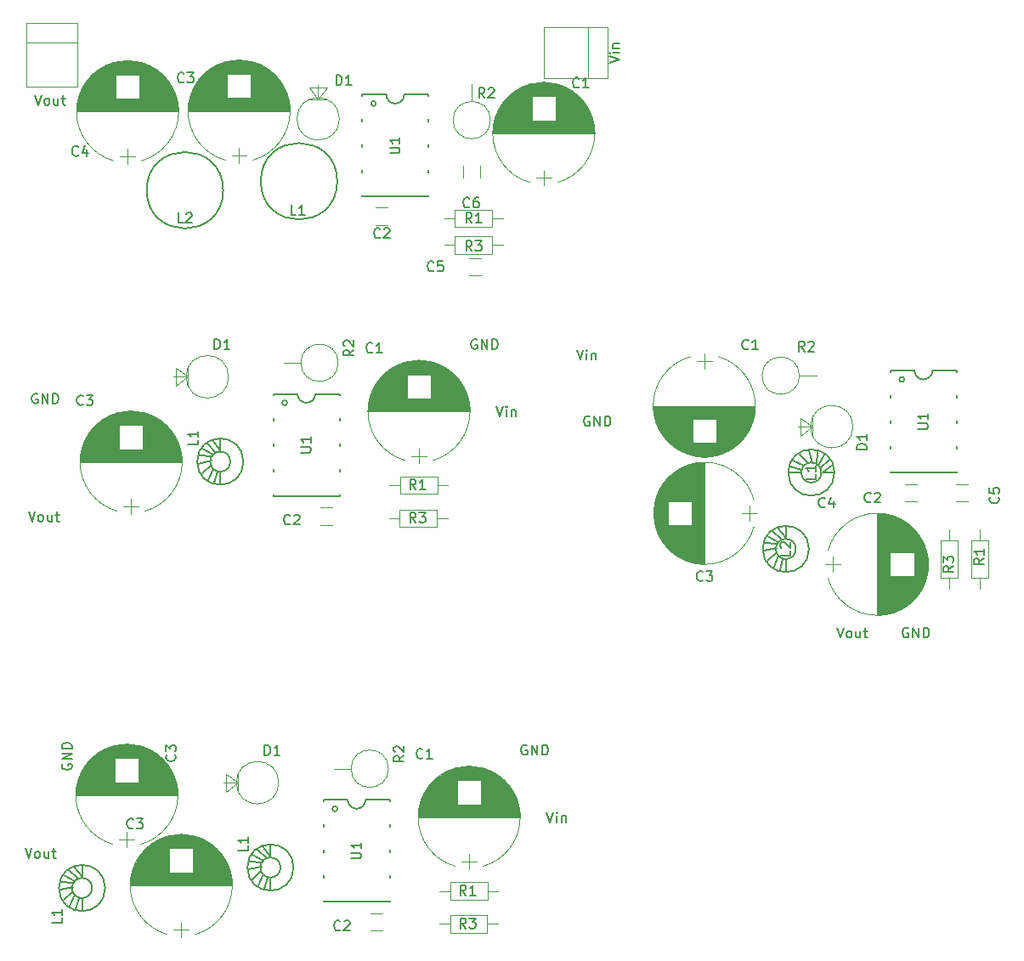
<source format=gbr>
%TF.GenerationSoftware,KiCad,Pcbnew,(6.0.8)*%
%TF.CreationDate,2022-11-19T23:49:02+04:00*%
%TF.ProjectId,panel,70616e65-6c2e-46b6-9963-61645f706362,rev?*%
%TF.SameCoordinates,Original*%
%TF.FileFunction,Legend,Top*%
%TF.FilePolarity,Positive*%
%FSLAX46Y46*%
G04 Gerber Fmt 4.6, Leading zero omitted, Abs format (unit mm)*
G04 Created by KiCad (PCBNEW (6.0.8)) date 2022-11-19 23:49:02*
%MOMM*%
%LPD*%
G01*
G04 APERTURE LIST*
%ADD10C,0.150000*%
%ADD11C,0.120000*%
G04 APERTURE END LIST*
D10*
%TO.C,R1*%
X105750453Y-122058300D02*
X105417120Y-121582110D01*
X105179024Y-122058300D02*
X105179024Y-121058300D01*
X105559977Y-121058300D01*
X105655215Y-121105920D01*
X105702834Y-121153539D01*
X105750453Y-121248777D01*
X105750453Y-121391634D01*
X105702834Y-121486872D01*
X105655215Y-121534491D01*
X105559977Y-121582110D01*
X105179024Y-121582110D01*
X106702834Y-122058300D02*
X106131405Y-122058300D01*
X106417120Y-122058300D02*
X106417120Y-121058300D01*
X106321881Y-121201158D01*
X106226643Y-121296396D01*
X106131405Y-121344015D01*
%TO.C,C3*%
X129357333Y-90663142D02*
X129309714Y-90710761D01*
X129166857Y-90758380D01*
X129071619Y-90758380D01*
X128928761Y-90710761D01*
X128833523Y-90615523D01*
X128785904Y-90520285D01*
X128738285Y-90329809D01*
X128738285Y-90186952D01*
X128785904Y-89996476D01*
X128833523Y-89901238D01*
X128928761Y-89806000D01*
X129071619Y-89758380D01*
X129166857Y-89758380D01*
X129309714Y-89806000D01*
X129357333Y-89853619D01*
X129690666Y-89758380D02*
X130309714Y-89758380D01*
X129976380Y-90139333D01*
X130119238Y-90139333D01*
X130214476Y-90186952D01*
X130262095Y-90234571D01*
X130309714Y-90329809D01*
X130309714Y-90567904D01*
X130262095Y-90663142D01*
X130214476Y-90710761D01*
X130119238Y-90758380D01*
X129833523Y-90758380D01*
X129738285Y-90710761D01*
X129690666Y-90663142D01*
%TO.C,R3*%
X105750453Y-125352680D02*
X105417120Y-124876490D01*
X105179024Y-125352680D02*
X105179024Y-124352680D01*
X105559977Y-124352680D01*
X105655215Y-124400300D01*
X105702834Y-124447919D01*
X105750453Y-124543157D01*
X105750453Y-124686014D01*
X105702834Y-124781252D01*
X105655215Y-124828871D01*
X105559977Y-124876490D01*
X105179024Y-124876490D01*
X106083786Y-124352680D02*
X106702834Y-124352680D01*
X106369500Y-124733633D01*
X106512358Y-124733633D01*
X106607596Y-124781252D01*
X106655215Y-124828871D01*
X106702834Y-124924109D01*
X106702834Y-125162204D01*
X106655215Y-125257442D01*
X106607596Y-125305061D01*
X106512358Y-125352680D01*
X106226643Y-125352680D01*
X106131405Y-125305061D01*
X106083786Y-125257442D01*
%TO.C,D1*%
X80687064Y-67648380D02*
X80687064Y-66648380D01*
X80925160Y-66648380D01*
X81068017Y-66696000D01*
X81163255Y-66791238D01*
X81210874Y-66886476D01*
X81258493Y-67076952D01*
X81258493Y-67219809D01*
X81210874Y-67410285D01*
X81163255Y-67505523D01*
X81068017Y-67600761D01*
X80925160Y-67648380D01*
X80687064Y-67648380D01*
X82210874Y-67648380D02*
X81639445Y-67648380D01*
X81925160Y-67648380D02*
X81925160Y-66648380D01*
X81829921Y-66791238D01*
X81734683Y-66886476D01*
X81639445Y-66934095D01*
%TO.C,R2*%
X139477333Y-67872380D02*
X139144000Y-67396190D01*
X138905904Y-67872380D02*
X138905904Y-66872380D01*
X139286857Y-66872380D01*
X139382095Y-66920000D01*
X139429714Y-66967619D01*
X139477333Y-67062857D01*
X139477333Y-67205714D01*
X139429714Y-67300952D01*
X139382095Y-67348571D01*
X139286857Y-67396190D01*
X138905904Y-67396190D01*
X139858285Y-66967619D02*
X139905904Y-66920000D01*
X140001142Y-66872380D01*
X140239238Y-66872380D01*
X140334476Y-66920000D01*
X140382095Y-66967619D01*
X140429714Y-67062857D01*
X140429714Y-67158095D01*
X140382095Y-67300952D01*
X139810666Y-67872380D01*
X140429714Y-67872380D01*
%TO.C,Vout*%
X142692190Y-95386380D02*
X143025523Y-96386380D01*
X143358857Y-95386380D01*
X143835047Y-96386380D02*
X143739809Y-96338761D01*
X143692190Y-96291142D01*
X143644571Y-96195904D01*
X143644571Y-95910190D01*
X143692190Y-95814952D01*
X143739809Y-95767333D01*
X143835047Y-95719714D01*
X143977904Y-95719714D01*
X144073142Y-95767333D01*
X144120761Y-95814952D01*
X144168380Y-95910190D01*
X144168380Y-96195904D01*
X144120761Y-96291142D01*
X144073142Y-96338761D01*
X143977904Y-96386380D01*
X143835047Y-96386380D01*
X145025523Y-95719714D02*
X145025523Y-96386380D01*
X144596952Y-95719714D02*
X144596952Y-96243523D01*
X144644571Y-96338761D01*
X144739809Y-96386380D01*
X144882666Y-96386380D01*
X144977904Y-96338761D01*
X145025523Y-96291142D01*
X145358857Y-95719714D02*
X145739809Y-95719714D01*
X145501714Y-95386380D02*
X145501714Y-96243523D01*
X145549333Y-96338761D01*
X145644571Y-96386380D01*
X145739809Y-96386380D01*
X61825450Y-117360060D02*
X62158783Y-118360060D01*
X62492117Y-117360060D01*
X62968307Y-118360060D02*
X62873069Y-118312441D01*
X62825450Y-118264822D01*
X62777831Y-118169584D01*
X62777831Y-117883870D01*
X62825450Y-117788632D01*
X62873069Y-117741013D01*
X62968307Y-117693394D01*
X63111164Y-117693394D01*
X63206402Y-117741013D01*
X63254021Y-117788632D01*
X63301640Y-117883870D01*
X63301640Y-118169584D01*
X63254021Y-118264822D01*
X63206402Y-118312441D01*
X63111164Y-118360060D01*
X62968307Y-118360060D01*
X64158783Y-117693394D02*
X64158783Y-118360060D01*
X63730212Y-117693394D02*
X63730212Y-118217203D01*
X63777831Y-118312441D01*
X63873069Y-118360060D01*
X64015926Y-118360060D01*
X64111164Y-118312441D01*
X64158783Y-118264822D01*
X64492117Y-117693394D02*
X64873069Y-117693394D01*
X64634974Y-117360060D02*
X64634974Y-118217203D01*
X64682593Y-118312441D01*
X64777831Y-118360060D01*
X64873069Y-118360060D01*
%TO.C,C2*%
X146081333Y-82829142D02*
X146033714Y-82876761D01*
X145890857Y-82924380D01*
X145795619Y-82924380D01*
X145652761Y-82876761D01*
X145557523Y-82781523D01*
X145509904Y-82686285D01*
X145462285Y-82495809D01*
X145462285Y-82352952D01*
X145509904Y-82162476D01*
X145557523Y-82067238D01*
X145652761Y-81972000D01*
X145795619Y-81924380D01*
X145890857Y-81924380D01*
X146033714Y-81972000D01*
X146081333Y-82019619D01*
X146462285Y-82019619D02*
X146509904Y-81972000D01*
X146605142Y-81924380D01*
X146843238Y-81924380D01*
X146938476Y-81972000D01*
X146986095Y-82019619D01*
X147033714Y-82114857D01*
X147033714Y-82210095D01*
X146986095Y-82352952D01*
X146414666Y-82924380D01*
X147033714Y-82924380D01*
%TO.C,L1*%
X140604380Y-80098666D02*
X140604380Y-80574857D01*
X139604380Y-80574857D01*
X140604380Y-79241523D02*
X140604380Y-79812952D01*
X140604380Y-79527238D02*
X139604380Y-79527238D01*
X139747238Y-79622476D01*
X139842476Y-79717714D01*
X139890095Y-79812952D01*
%TO.C,L2*%
X138064380Y-87718666D02*
X138064380Y-88194857D01*
X137064380Y-88194857D01*
X137159619Y-87432952D02*
X137112000Y-87385333D01*
X137064380Y-87290095D01*
X137064380Y-87052000D01*
X137112000Y-86956761D01*
X137159619Y-86909142D01*
X137254857Y-86861523D01*
X137350095Y-86861523D01*
X137492952Y-86909142D01*
X138064380Y-87480571D01*
X138064380Y-86861523D01*
%TO.C,R1*%
X106343333Y-55050380D02*
X106010000Y-54574190D01*
X105771904Y-55050380D02*
X105771904Y-54050380D01*
X106152857Y-54050380D01*
X106248095Y-54098000D01*
X106295714Y-54145619D01*
X106343333Y-54240857D01*
X106343333Y-54383714D01*
X106295714Y-54478952D01*
X106248095Y-54526571D01*
X106152857Y-54574190D01*
X105771904Y-54574190D01*
X107295714Y-55050380D02*
X106724285Y-55050380D01*
X107010000Y-55050380D02*
X107010000Y-54050380D01*
X106914761Y-54193238D01*
X106819523Y-54288476D01*
X106724285Y-54336095D01*
%TO.C,C3*%
X77641333Y-40985142D02*
X77593714Y-41032761D01*
X77450857Y-41080380D01*
X77355619Y-41080380D01*
X77212761Y-41032761D01*
X77117523Y-40937523D01*
X77069904Y-40842285D01*
X77022285Y-40651809D01*
X77022285Y-40508952D01*
X77069904Y-40318476D01*
X77117523Y-40223238D01*
X77212761Y-40128000D01*
X77355619Y-40080380D01*
X77450857Y-40080380D01*
X77593714Y-40128000D01*
X77641333Y-40175619D01*
X77974666Y-40080380D02*
X78593714Y-40080380D01*
X78260380Y-40461333D01*
X78403238Y-40461333D01*
X78498476Y-40508952D01*
X78546095Y-40556571D01*
X78593714Y-40651809D01*
X78593714Y-40889904D01*
X78546095Y-40985142D01*
X78498476Y-41032761D01*
X78403238Y-41080380D01*
X78117523Y-41080380D01*
X78022285Y-41032761D01*
X77974666Y-40985142D01*
%TO.C,R3*%
X106343333Y-57844380D02*
X106010000Y-57368190D01*
X105771904Y-57844380D02*
X105771904Y-56844380D01*
X106152857Y-56844380D01*
X106248095Y-56892000D01*
X106295714Y-56939619D01*
X106343333Y-57034857D01*
X106343333Y-57177714D01*
X106295714Y-57272952D01*
X106248095Y-57320571D01*
X106152857Y-57368190D01*
X105771904Y-57368190D01*
X106676666Y-56844380D02*
X107295714Y-56844380D01*
X106962380Y-57225333D01*
X107105238Y-57225333D01*
X107200476Y-57272952D01*
X107248095Y-57320571D01*
X107295714Y-57415809D01*
X107295714Y-57653904D01*
X107248095Y-57749142D01*
X107200476Y-57796761D01*
X107105238Y-57844380D01*
X106819523Y-57844380D01*
X106724285Y-57796761D01*
X106676666Y-57749142D01*
%TO.C,C2*%
X88228253Y-85025802D02*
X88180634Y-85073421D01*
X88037777Y-85121040D01*
X87942539Y-85121040D01*
X87799681Y-85073421D01*
X87704443Y-84978183D01*
X87656824Y-84882945D01*
X87609205Y-84692469D01*
X87609205Y-84549612D01*
X87656824Y-84359136D01*
X87704443Y-84263898D01*
X87799681Y-84168660D01*
X87942539Y-84121040D01*
X88037777Y-84121040D01*
X88180634Y-84168660D01*
X88228253Y-84216279D01*
X88609205Y-84216279D02*
X88656824Y-84168660D01*
X88752062Y-84121040D01*
X88990158Y-84121040D01*
X89085396Y-84168660D01*
X89133015Y-84216279D01*
X89180634Y-84311517D01*
X89180634Y-84406755D01*
X89133015Y-84549612D01*
X88561586Y-85121040D01*
X89180634Y-85121040D01*
%TO.C,R2*%
X99562300Y-108153106D02*
X99086110Y-108486440D01*
X99562300Y-108724535D02*
X98562300Y-108724535D01*
X98562300Y-108343582D01*
X98609920Y-108248344D01*
X98657539Y-108200725D01*
X98752777Y-108153106D01*
X98895634Y-108153106D01*
X98990872Y-108200725D01*
X99038491Y-108248344D01*
X99086110Y-108343582D01*
X99086110Y-108724535D01*
X98657539Y-107772154D02*
X98609920Y-107724535D01*
X98562300Y-107629297D01*
X98562300Y-107391201D01*
X98609920Y-107295963D01*
X98657539Y-107248344D01*
X98752777Y-107200725D01*
X98848015Y-107200725D01*
X98990872Y-107248344D01*
X99562300Y-107819773D01*
X99562300Y-107200725D01*
%TO.C,C6*%
X106089333Y-53431142D02*
X106041714Y-53478761D01*
X105898857Y-53526380D01*
X105803619Y-53526380D01*
X105660761Y-53478761D01*
X105565523Y-53383523D01*
X105517904Y-53288285D01*
X105470285Y-53097809D01*
X105470285Y-52954952D01*
X105517904Y-52764476D01*
X105565523Y-52669238D01*
X105660761Y-52574000D01*
X105803619Y-52526380D01*
X105898857Y-52526380D01*
X106041714Y-52574000D01*
X106089333Y-52621619D01*
X106946476Y-52526380D02*
X106756000Y-52526380D01*
X106660761Y-52574000D01*
X106613142Y-52621619D01*
X106517904Y-52764476D01*
X106470285Y-52954952D01*
X106470285Y-53335904D01*
X106517904Y-53431142D01*
X106565523Y-53478761D01*
X106660761Y-53526380D01*
X106851238Y-53526380D01*
X106946476Y-53478761D01*
X106994095Y-53431142D01*
X107041714Y-53335904D01*
X107041714Y-53097809D01*
X106994095Y-53002571D01*
X106946476Y-52954952D01*
X106851238Y-52907333D01*
X106660761Y-52907333D01*
X106565523Y-52954952D01*
X106517904Y-53002571D01*
X106470285Y-53097809D01*
%TO.C,C1*%
X117011333Y-41493142D02*
X116963714Y-41540761D01*
X116820857Y-41588380D01*
X116725619Y-41588380D01*
X116582761Y-41540761D01*
X116487523Y-41445523D01*
X116439904Y-41350285D01*
X116392285Y-41159809D01*
X116392285Y-41016952D01*
X116439904Y-40826476D01*
X116487523Y-40731238D01*
X116582761Y-40636000D01*
X116725619Y-40588380D01*
X116820857Y-40588380D01*
X116963714Y-40636000D01*
X117011333Y-40683619D01*
X117963714Y-41588380D02*
X117392285Y-41588380D01*
X117678000Y-41588380D02*
X117678000Y-40588380D01*
X117582761Y-40731238D01*
X117487523Y-40826476D01*
X117392285Y-40874095D01*
%TO.C,Vin*%
X120022380Y-39111809D02*
X121022380Y-38778476D01*
X120022380Y-38445142D01*
X121022380Y-38111809D02*
X120355714Y-38111809D01*
X120022380Y-38111809D02*
X120070000Y-38159428D01*
X120117619Y-38111809D01*
X120070000Y-38064190D01*
X120022380Y-38111809D01*
X120117619Y-38111809D01*
X120355714Y-37635619D02*
X121022380Y-37635619D01*
X120450952Y-37635619D02*
X120403333Y-37588000D01*
X120355714Y-37492761D01*
X120355714Y-37349904D01*
X120403333Y-37254666D01*
X120498571Y-37207047D01*
X121022380Y-37207047D01*
%TO.C,L1*%
X65467880Y-124317666D02*
X65467880Y-124793857D01*
X64467880Y-124793857D01*
X65467880Y-123460523D02*
X65467880Y-124031952D01*
X65467880Y-123746238D02*
X64467880Y-123746238D01*
X64610738Y-123841476D01*
X64705976Y-123936714D01*
X64753595Y-124031952D01*
%TO.C,C3*%
X76739142Y-108061666D02*
X76786761Y-108109285D01*
X76834380Y-108252142D01*
X76834380Y-108347380D01*
X76786761Y-108490238D01*
X76691523Y-108585476D01*
X76596285Y-108633095D01*
X76405809Y-108680714D01*
X76262952Y-108680714D01*
X76072476Y-108633095D01*
X75977238Y-108585476D01*
X75882000Y-108490238D01*
X75834380Y-108347380D01*
X75834380Y-108252142D01*
X75882000Y-108109285D01*
X75929619Y-108061666D01*
X75834380Y-107728333D02*
X75834380Y-107109285D01*
X76215333Y-107442619D01*
X76215333Y-107299761D01*
X76262952Y-107204523D01*
X76310571Y-107156904D01*
X76405809Y-107109285D01*
X76643904Y-107109285D01*
X76739142Y-107156904D01*
X76786761Y-107204523D01*
X76834380Y-107299761D01*
X76834380Y-107585476D01*
X76786761Y-107680714D01*
X76739142Y-107728333D01*
%TO.C,Vin*%
X113783310Y-113773580D02*
X114116643Y-114773580D01*
X114449977Y-113773580D01*
X114783310Y-114773580D02*
X114783310Y-114106914D01*
X114783310Y-113773580D02*
X114735691Y-113821200D01*
X114783310Y-113868819D01*
X114830929Y-113821200D01*
X114783310Y-113773580D01*
X114783310Y-113868819D01*
X115259500Y-114106914D02*
X115259500Y-114773580D01*
X115259500Y-114202152D02*
X115307120Y-114154533D01*
X115402358Y-114106914D01*
X115545215Y-114106914D01*
X115640453Y-114154533D01*
X115688072Y-114249771D01*
X115688072Y-114773580D01*
%TO.C,R2*%
X94562300Y-67708106D02*
X94086110Y-68041440D01*
X94562300Y-68279535D02*
X93562300Y-68279535D01*
X93562300Y-67898582D01*
X93609920Y-67803344D01*
X93657539Y-67755725D01*
X93752777Y-67708106D01*
X93895634Y-67708106D01*
X93990872Y-67755725D01*
X94038491Y-67803344D01*
X94086110Y-67898582D01*
X94086110Y-68279535D01*
X93657539Y-67327154D02*
X93609920Y-67279535D01*
X93562300Y-67184297D01*
X93562300Y-66946201D01*
X93609920Y-66850963D01*
X93657539Y-66803344D01*
X93752777Y-66755725D01*
X93848015Y-66755725D01*
X93990872Y-66803344D01*
X94562300Y-67374773D01*
X94562300Y-66755725D01*
%TO.C,U1*%
X150780380Y-75613904D02*
X151589904Y-75613904D01*
X151685142Y-75566285D01*
X151732761Y-75518666D01*
X151780380Y-75423428D01*
X151780380Y-75232952D01*
X151732761Y-75137714D01*
X151685142Y-75090095D01*
X151589904Y-75042476D01*
X150780380Y-75042476D01*
X151780380Y-74042476D02*
X151780380Y-74613904D01*
X151780380Y-74328190D02*
X150780380Y-74328190D01*
X150923238Y-74423428D01*
X151018476Y-74518666D01*
X151066095Y-74613904D01*
%TO.C,L1*%
X88817333Y-54288380D02*
X88341142Y-54288380D01*
X88341142Y-53288380D01*
X89674476Y-54288380D02*
X89103047Y-54288380D01*
X89388761Y-54288380D02*
X89388761Y-53288380D01*
X89293523Y-53431238D01*
X89198285Y-53526476D01*
X89103047Y-53574095D01*
%TO.C,C4*%
X67125733Y-48300342D02*
X67078114Y-48347961D01*
X66935257Y-48395580D01*
X66840019Y-48395580D01*
X66697161Y-48347961D01*
X66601923Y-48252723D01*
X66554304Y-48157485D01*
X66506685Y-47967009D01*
X66506685Y-47824152D01*
X66554304Y-47633676D01*
X66601923Y-47538438D01*
X66697161Y-47443200D01*
X66840019Y-47395580D01*
X66935257Y-47395580D01*
X67078114Y-47443200D01*
X67125733Y-47490819D01*
X67982876Y-47728914D02*
X67982876Y-48395580D01*
X67744780Y-47347961D02*
X67506685Y-48062247D01*
X68125733Y-48062247D01*
%TO.C,Vin*%
X108783310Y-73328580D02*
X109116643Y-74328580D01*
X109449977Y-73328580D01*
X109783310Y-74328580D02*
X109783310Y-73661914D01*
X109783310Y-73328580D02*
X109735691Y-73376200D01*
X109783310Y-73423819D01*
X109830929Y-73376200D01*
X109783310Y-73328580D01*
X109783310Y-73423819D01*
X110259500Y-73661914D02*
X110259500Y-74328580D01*
X110259500Y-73757152D02*
X110307120Y-73709533D01*
X110402358Y-73661914D01*
X110545215Y-73661914D01*
X110640453Y-73709533D01*
X110688072Y-73804771D01*
X110688072Y-74328580D01*
%TO.C,C2*%
X93228253Y-125470802D02*
X93180634Y-125518421D01*
X93037777Y-125566040D01*
X92942539Y-125566040D01*
X92799681Y-125518421D01*
X92704443Y-125423183D01*
X92656824Y-125327945D01*
X92609205Y-125137469D01*
X92609205Y-124994612D01*
X92656824Y-124804136D01*
X92704443Y-124708898D01*
X92799681Y-124613660D01*
X92942539Y-124566040D01*
X93037777Y-124566040D01*
X93180634Y-124613660D01*
X93228253Y-124661279D01*
X93609205Y-124661279D02*
X93656824Y-124613660D01*
X93752062Y-124566040D01*
X93990158Y-124566040D01*
X94085396Y-124613660D01*
X94133015Y-124661279D01*
X94180634Y-124756517D01*
X94180634Y-124851755D01*
X94133015Y-124994612D01*
X93561586Y-125566040D01*
X94180634Y-125566040D01*
%TO.C,C4*%
X141509333Y-83337142D02*
X141461714Y-83384761D01*
X141318857Y-83432380D01*
X141223619Y-83432380D01*
X141080761Y-83384761D01*
X140985523Y-83289523D01*
X140937904Y-83194285D01*
X140890285Y-83003809D01*
X140890285Y-82860952D01*
X140937904Y-82670476D01*
X140985523Y-82575238D01*
X141080761Y-82480000D01*
X141223619Y-82432380D01*
X141318857Y-82432380D01*
X141461714Y-82480000D01*
X141509333Y-82527619D01*
X142366476Y-82765714D02*
X142366476Y-83432380D01*
X142128380Y-82384761D02*
X141890285Y-83099047D01*
X142509333Y-83099047D01*
%TO.C,Vout*%
X62771390Y-42315580D02*
X63104723Y-43315580D01*
X63438057Y-42315580D01*
X63914247Y-43315580D02*
X63819009Y-43267961D01*
X63771390Y-43220342D01*
X63723771Y-43125104D01*
X63723771Y-42839390D01*
X63771390Y-42744152D01*
X63819009Y-42696533D01*
X63914247Y-42648914D01*
X64057104Y-42648914D01*
X64152342Y-42696533D01*
X64199961Y-42744152D01*
X64247580Y-42839390D01*
X64247580Y-43125104D01*
X64199961Y-43220342D01*
X64152342Y-43267961D01*
X64057104Y-43315580D01*
X63914247Y-43315580D01*
X65104723Y-42648914D02*
X65104723Y-43315580D01*
X64676152Y-42648914D02*
X64676152Y-43172723D01*
X64723771Y-43267961D01*
X64819009Y-43315580D01*
X64961866Y-43315580D01*
X65057104Y-43267961D01*
X65104723Y-43220342D01*
X65438057Y-42648914D02*
X65819009Y-42648914D01*
X65580914Y-42315580D02*
X65580914Y-43172723D01*
X65628533Y-43267961D01*
X65723771Y-43315580D01*
X65819009Y-43315580D01*
%TO.C,C1*%
X133889333Y-67589142D02*
X133841714Y-67636761D01*
X133698857Y-67684380D01*
X133603619Y-67684380D01*
X133460761Y-67636761D01*
X133365523Y-67541523D01*
X133317904Y-67446285D01*
X133270285Y-67255809D01*
X133270285Y-67112952D01*
X133317904Y-66922476D01*
X133365523Y-66827238D01*
X133460761Y-66732000D01*
X133603619Y-66684380D01*
X133698857Y-66684380D01*
X133841714Y-66732000D01*
X133889333Y-66779619D01*
X134841714Y-67684380D02*
X134270285Y-67684380D01*
X134556000Y-67684380D02*
X134556000Y-66684380D01*
X134460761Y-66827238D01*
X134365523Y-66922476D01*
X134270285Y-66970095D01*
%TO.C,U1*%
X98151880Y-48120904D02*
X98961404Y-48120904D01*
X99056642Y-48073285D01*
X99104261Y-48025666D01*
X99151880Y-47930428D01*
X99151880Y-47739952D01*
X99104261Y-47644714D01*
X99056642Y-47597095D01*
X98961404Y-47549476D01*
X98151880Y-47549476D01*
X99151880Y-46549476D02*
X99151880Y-47120904D01*
X99151880Y-46835190D02*
X98151880Y-46835190D01*
X98294738Y-46930428D01*
X98389976Y-47025666D01*
X98437595Y-47120904D01*
%TO.C,C5*%
X158797142Y-82384666D02*
X158844761Y-82432285D01*
X158892380Y-82575142D01*
X158892380Y-82670380D01*
X158844761Y-82813238D01*
X158749523Y-82908476D01*
X158654285Y-82956095D01*
X158463809Y-83003714D01*
X158320952Y-83003714D01*
X158130476Y-82956095D01*
X158035238Y-82908476D01*
X157940000Y-82813238D01*
X157892380Y-82670380D01*
X157892380Y-82575142D01*
X157940000Y-82432285D01*
X157987619Y-82384666D01*
X157892380Y-81479904D02*
X157892380Y-81956095D01*
X158368571Y-82003714D01*
X158320952Y-81956095D01*
X158273333Y-81860857D01*
X158273333Y-81622761D01*
X158320952Y-81527523D01*
X158368571Y-81479904D01*
X158463809Y-81432285D01*
X158701904Y-81432285D01*
X158797142Y-81479904D01*
X158844761Y-81527523D01*
X158892380Y-81622761D01*
X158892380Y-81860857D01*
X158844761Y-81956095D01*
X158797142Y-82003714D01*
%TO.C,L2*%
X77577833Y-55050380D02*
X77101642Y-55050380D01*
X77101642Y-54050380D01*
X77863547Y-54145619D02*
X77911166Y-54098000D01*
X78006404Y-54050380D01*
X78244500Y-54050380D01*
X78339738Y-54098000D01*
X78387357Y-54145619D01*
X78434976Y-54240857D01*
X78434976Y-54336095D01*
X78387357Y-54478952D01*
X77815928Y-55050380D01*
X78434976Y-55050380D01*
%TO.C,U1*%
X94300180Y-118385104D02*
X95109704Y-118385104D01*
X95204942Y-118337485D01*
X95252561Y-118289866D01*
X95300180Y-118194628D01*
X95300180Y-118004152D01*
X95252561Y-117908914D01*
X95204942Y-117861295D01*
X95109704Y-117813676D01*
X94300180Y-117813676D01*
X95300180Y-116813676D02*
X95300180Y-117385104D01*
X95300180Y-117099390D02*
X94300180Y-117099390D01*
X94443038Y-117194628D01*
X94538276Y-117289866D01*
X94585895Y-117385104D01*
%TO.C,C3*%
X67593293Y-73143682D02*
X67545674Y-73191301D01*
X67402817Y-73238920D01*
X67307579Y-73238920D01*
X67164721Y-73191301D01*
X67069483Y-73096063D01*
X67021864Y-73000825D01*
X66974245Y-72810349D01*
X66974245Y-72667492D01*
X67021864Y-72477016D01*
X67069483Y-72381778D01*
X67164721Y-72286540D01*
X67307579Y-72238920D01*
X67402817Y-72238920D01*
X67545674Y-72286540D01*
X67593293Y-72334159D01*
X67926626Y-72238920D02*
X68545674Y-72238920D01*
X68212340Y-72619873D01*
X68355198Y-72619873D01*
X68450436Y-72667492D01*
X68498055Y-72715111D01*
X68545674Y-72810349D01*
X68545674Y-73048444D01*
X68498055Y-73143682D01*
X68450436Y-73191301D01*
X68355198Y-73238920D01*
X68069483Y-73238920D01*
X67974245Y-73191301D01*
X67926626Y-73143682D01*
%TO.C,GND*%
X149804095Y-95434000D02*
X149708857Y-95386380D01*
X149566000Y-95386380D01*
X149423142Y-95434000D01*
X149327904Y-95529238D01*
X149280285Y-95624476D01*
X149232666Y-95814952D01*
X149232666Y-95957809D01*
X149280285Y-96148285D01*
X149327904Y-96243523D01*
X149423142Y-96338761D01*
X149566000Y-96386380D01*
X149661238Y-96386380D01*
X149804095Y-96338761D01*
X149851714Y-96291142D01*
X149851714Y-95957809D01*
X149661238Y-95957809D01*
X150280285Y-96386380D02*
X150280285Y-95386380D01*
X150851714Y-96386380D01*
X150851714Y-95386380D01*
X151327904Y-96386380D02*
X151327904Y-95386380D01*
X151566000Y-95386380D01*
X151708857Y-95434000D01*
X151804095Y-95529238D01*
X151851714Y-95624476D01*
X151899333Y-95814952D01*
X151899333Y-95957809D01*
X151851714Y-96148285D01*
X151804095Y-96243523D01*
X151708857Y-96338761D01*
X151566000Y-96386380D01*
X151327904Y-96386380D01*
%TO.C,U1*%
X89300180Y-77940104D02*
X90109704Y-77940104D01*
X90204942Y-77892485D01*
X90252561Y-77844866D01*
X90300180Y-77749628D01*
X90300180Y-77559152D01*
X90252561Y-77463914D01*
X90204942Y-77416295D01*
X90109704Y-77368676D01*
X89300180Y-77368676D01*
X90300180Y-76368676D02*
X90300180Y-76940104D01*
X90300180Y-76654390D02*
X89300180Y-76654390D01*
X89443038Y-76749628D01*
X89538276Y-76844866D01*
X89585895Y-76940104D01*
%TO.C,GND*%
X65531500Y-108974404D02*
X65483880Y-109069642D01*
X65483880Y-109212500D01*
X65531500Y-109355357D01*
X65626738Y-109450595D01*
X65721976Y-109498214D01*
X65912452Y-109545833D01*
X66055309Y-109545833D01*
X66245785Y-109498214D01*
X66341023Y-109450595D01*
X66436261Y-109355357D01*
X66483880Y-109212500D01*
X66483880Y-109117261D01*
X66436261Y-108974404D01*
X66388642Y-108926785D01*
X66055309Y-108926785D01*
X66055309Y-109117261D01*
X66483880Y-108498214D02*
X65483880Y-108498214D01*
X66483880Y-107926785D01*
X65483880Y-107926785D01*
X66483880Y-107450595D02*
X65483880Y-107450595D01*
X65483880Y-107212500D01*
X65531500Y-107069642D01*
X65626738Y-106974404D01*
X65721976Y-106926785D01*
X65912452Y-106879166D01*
X66055309Y-106879166D01*
X66245785Y-106926785D01*
X66341023Y-106974404D01*
X66436261Y-107069642D01*
X66483880Y-107212500D01*
X66483880Y-107450595D01*
%TO.C,C5*%
X102533333Y-59781142D02*
X102485714Y-59828761D01*
X102342857Y-59876380D01*
X102247619Y-59876380D01*
X102104761Y-59828761D01*
X102009523Y-59733523D01*
X101961904Y-59638285D01*
X101914285Y-59447809D01*
X101914285Y-59304952D01*
X101961904Y-59114476D01*
X102009523Y-59019238D01*
X102104761Y-58924000D01*
X102247619Y-58876380D01*
X102342857Y-58876380D01*
X102485714Y-58924000D01*
X102533333Y-58971619D01*
X103438095Y-58876380D02*
X102961904Y-58876380D01*
X102914285Y-59352571D01*
X102961904Y-59304952D01*
X103057142Y-59257333D01*
X103295238Y-59257333D01*
X103390476Y-59304952D01*
X103438095Y-59352571D01*
X103485714Y-59447809D01*
X103485714Y-59685904D01*
X103438095Y-59781142D01*
X103390476Y-59828761D01*
X103295238Y-59876380D01*
X103057142Y-59876380D01*
X102961904Y-59828761D01*
X102914285Y-59781142D01*
%TO.C,Vin*%
X116776190Y-67700380D02*
X117109523Y-68700380D01*
X117442857Y-67700380D01*
X117776190Y-68700380D02*
X117776190Y-68033714D01*
X117776190Y-67700380D02*
X117728571Y-67748000D01*
X117776190Y-67795619D01*
X117823809Y-67748000D01*
X117776190Y-67700380D01*
X117776190Y-67795619D01*
X118252380Y-68033714D02*
X118252380Y-68700380D01*
X118252380Y-68128952D02*
X118300000Y-68081333D01*
X118395238Y-68033714D01*
X118538095Y-68033714D01*
X118633333Y-68081333D01*
X118680952Y-68176571D01*
X118680952Y-68700380D01*
%TO.C,D1*%
X92817904Y-41334380D02*
X92817904Y-40334380D01*
X93056000Y-40334380D01*
X93198857Y-40382000D01*
X93294095Y-40477238D01*
X93341714Y-40572476D01*
X93389333Y-40762952D01*
X93389333Y-40905809D01*
X93341714Y-41096285D01*
X93294095Y-41191523D01*
X93198857Y-41286761D01*
X93056000Y-41334380D01*
X92817904Y-41334380D01*
X94341714Y-41334380D02*
X93770285Y-41334380D01*
X94056000Y-41334380D02*
X94056000Y-40334380D01*
X93960761Y-40477238D01*
X93865523Y-40572476D01*
X93770285Y-40620095D01*
%TO.C,C2*%
X97199333Y-56479142D02*
X97151714Y-56526761D01*
X97008857Y-56574380D01*
X96913619Y-56574380D01*
X96770761Y-56526761D01*
X96675523Y-56431523D01*
X96627904Y-56336285D01*
X96580285Y-56145809D01*
X96580285Y-56002952D01*
X96627904Y-55812476D01*
X96675523Y-55717238D01*
X96770761Y-55622000D01*
X96913619Y-55574380D01*
X97008857Y-55574380D01*
X97151714Y-55622000D01*
X97199333Y-55669619D01*
X97580285Y-55669619D02*
X97627904Y-55622000D01*
X97723142Y-55574380D01*
X97961238Y-55574380D01*
X98056476Y-55622000D01*
X98104095Y-55669619D01*
X98151714Y-55764857D01*
X98151714Y-55860095D01*
X98104095Y-56002952D01*
X97532666Y-56574380D01*
X98151714Y-56574380D01*
%TO.C,GND*%
X111817635Y-107120680D02*
X111722397Y-107073060D01*
X111579540Y-107073060D01*
X111436682Y-107120680D01*
X111341444Y-107215918D01*
X111293825Y-107311156D01*
X111246206Y-107501632D01*
X111246206Y-107644489D01*
X111293825Y-107834965D01*
X111341444Y-107930203D01*
X111436682Y-108025441D01*
X111579540Y-108073060D01*
X111674778Y-108073060D01*
X111817635Y-108025441D01*
X111865254Y-107977822D01*
X111865254Y-107644489D01*
X111674778Y-107644489D01*
X112293825Y-108073060D02*
X112293825Y-107073060D01*
X112865254Y-108073060D01*
X112865254Y-107073060D01*
X113341444Y-108073060D02*
X113341444Y-107073060D01*
X113579540Y-107073060D01*
X113722397Y-107120680D01*
X113817635Y-107215918D01*
X113865254Y-107311156D01*
X113912873Y-107501632D01*
X113912873Y-107644489D01*
X113865254Y-107834965D01*
X113817635Y-107930203D01*
X113722397Y-108025441D01*
X113579540Y-108073060D01*
X113341444Y-108073060D01*
%TO.C,D1*%
X85687064Y-108093380D02*
X85687064Y-107093380D01*
X85925160Y-107093380D01*
X86068017Y-107141000D01*
X86163255Y-107236238D01*
X86210874Y-107331476D01*
X86258493Y-107521952D01*
X86258493Y-107664809D01*
X86210874Y-107855285D01*
X86163255Y-107950523D01*
X86068017Y-108045761D01*
X85925160Y-108093380D01*
X85687064Y-108093380D01*
X87210874Y-108093380D02*
X86639445Y-108093380D01*
X86925160Y-108093380D02*
X86925160Y-107093380D01*
X86829921Y-107236238D01*
X86734683Y-107331476D01*
X86639445Y-107379095D01*
%TO.C,L1*%
X79058140Y-76681926D02*
X79058140Y-77158117D01*
X78058140Y-77158117D01*
X79058140Y-75824783D02*
X79058140Y-76396212D01*
X79058140Y-76110498D02*
X78058140Y-76110498D01*
X78200998Y-76205736D01*
X78296236Y-76300974D01*
X78343855Y-76396212D01*
%TO.C,C1*%
X96429913Y-67898582D02*
X96382294Y-67946201D01*
X96239437Y-67993820D01*
X96144199Y-67993820D01*
X96001341Y-67946201D01*
X95906103Y-67850963D01*
X95858484Y-67755725D01*
X95810865Y-67565249D01*
X95810865Y-67422392D01*
X95858484Y-67231916D01*
X95906103Y-67136678D01*
X96001341Y-67041440D01*
X96144199Y-66993820D01*
X96239437Y-66993820D01*
X96382294Y-67041440D01*
X96429913Y-67089059D01*
X97382294Y-67993820D02*
X96810865Y-67993820D01*
X97096580Y-67993820D02*
X97096580Y-66993820D01*
X97001341Y-67136678D01*
X96906103Y-67231916D01*
X96810865Y-67279535D01*
%TO.C,R1*%
X157368380Y-88480666D02*
X156892190Y-88814000D01*
X157368380Y-89052095D02*
X156368380Y-89052095D01*
X156368380Y-88671142D01*
X156416000Y-88575904D01*
X156463619Y-88528285D01*
X156558857Y-88480666D01*
X156701714Y-88480666D01*
X156796952Y-88528285D01*
X156844571Y-88575904D01*
X156892190Y-88671142D01*
X156892190Y-89052095D01*
X157368380Y-87528285D02*
X157368380Y-88099714D01*
X157368380Y-87814000D02*
X156368380Y-87814000D01*
X156511238Y-87909238D01*
X156606476Y-88004476D01*
X156654095Y-88099714D01*
%TO.C,Vout*%
X62164530Y-83806080D02*
X62497863Y-84806080D01*
X62831197Y-83806080D01*
X63307387Y-84806080D02*
X63212149Y-84758461D01*
X63164530Y-84710842D01*
X63116911Y-84615604D01*
X63116911Y-84329890D01*
X63164530Y-84234652D01*
X63212149Y-84187033D01*
X63307387Y-84139414D01*
X63450244Y-84139414D01*
X63545482Y-84187033D01*
X63593101Y-84234652D01*
X63640720Y-84329890D01*
X63640720Y-84615604D01*
X63593101Y-84710842D01*
X63545482Y-84758461D01*
X63450244Y-84806080D01*
X63307387Y-84806080D01*
X64497863Y-84139414D02*
X64497863Y-84806080D01*
X64069292Y-84139414D02*
X64069292Y-84663223D01*
X64116911Y-84758461D01*
X64212149Y-84806080D01*
X64355006Y-84806080D01*
X64450244Y-84758461D01*
X64497863Y-84710842D01*
X64831197Y-84139414D02*
X65212149Y-84139414D01*
X64974054Y-83806080D02*
X64974054Y-84663223D01*
X65021673Y-84758461D01*
X65116911Y-84806080D01*
X65212149Y-84806080D01*
%TO.C,C3*%
X72593293Y-115326042D02*
X72545674Y-115373661D01*
X72402817Y-115421280D01*
X72307579Y-115421280D01*
X72164721Y-115373661D01*
X72069483Y-115278423D01*
X72021864Y-115183185D01*
X71974245Y-114992709D01*
X71974245Y-114849852D01*
X72021864Y-114659376D01*
X72069483Y-114564138D01*
X72164721Y-114468900D01*
X72307579Y-114421280D01*
X72402817Y-114421280D01*
X72545674Y-114468900D01*
X72593293Y-114516519D01*
X72926626Y-114421280D02*
X73545674Y-114421280D01*
X73212340Y-114802233D01*
X73355198Y-114802233D01*
X73450436Y-114849852D01*
X73498055Y-114897471D01*
X73545674Y-114992709D01*
X73545674Y-115230804D01*
X73498055Y-115326042D01*
X73450436Y-115373661D01*
X73355198Y-115421280D01*
X73069483Y-115421280D01*
X72974245Y-115373661D01*
X72926626Y-115326042D01*
%TO.C,R1*%
X100750453Y-81613300D02*
X100417120Y-81137110D01*
X100179024Y-81613300D02*
X100179024Y-80613300D01*
X100559977Y-80613300D01*
X100655215Y-80660920D01*
X100702834Y-80708539D01*
X100750453Y-80803777D01*
X100750453Y-80946634D01*
X100702834Y-81041872D01*
X100655215Y-81089491D01*
X100559977Y-81137110D01*
X100179024Y-81137110D01*
X101702834Y-81613300D02*
X101131405Y-81613300D01*
X101417120Y-81613300D02*
X101417120Y-80613300D01*
X101321881Y-80756158D01*
X101226643Y-80851396D01*
X101131405Y-80899015D01*
%TO.C,L1*%
X84058140Y-117126926D02*
X84058140Y-117603117D01*
X83058140Y-117603117D01*
X84058140Y-116269783D02*
X84058140Y-116841212D01*
X84058140Y-116555498D02*
X83058140Y-116555498D01*
X83200998Y-116650736D01*
X83296236Y-116745974D01*
X83343855Y-116841212D01*
%TO.C,GND*%
X63048355Y-72116360D02*
X62953117Y-72068740D01*
X62810260Y-72068740D01*
X62667402Y-72116360D01*
X62572164Y-72211598D01*
X62524545Y-72306836D01*
X62476926Y-72497312D01*
X62476926Y-72640169D01*
X62524545Y-72830645D01*
X62572164Y-72925883D01*
X62667402Y-73021121D01*
X62810260Y-73068740D01*
X62905498Y-73068740D01*
X63048355Y-73021121D01*
X63095974Y-72973502D01*
X63095974Y-72640169D01*
X62905498Y-72640169D01*
X63524545Y-73068740D02*
X63524545Y-72068740D01*
X64095974Y-73068740D01*
X64095974Y-72068740D01*
X64572164Y-73068740D02*
X64572164Y-72068740D01*
X64810260Y-72068740D01*
X64953117Y-72116360D01*
X65048355Y-72211598D01*
X65095974Y-72306836D01*
X65143593Y-72497312D01*
X65143593Y-72640169D01*
X65095974Y-72830645D01*
X65048355Y-72925883D01*
X64953117Y-73021121D01*
X64810260Y-73068740D01*
X64572164Y-73068740D01*
%TO.C,R3*%
X100750453Y-84907680D02*
X100417120Y-84431490D01*
X100179024Y-84907680D02*
X100179024Y-83907680D01*
X100559977Y-83907680D01*
X100655215Y-83955300D01*
X100702834Y-84002919D01*
X100750453Y-84098157D01*
X100750453Y-84241014D01*
X100702834Y-84336252D01*
X100655215Y-84383871D01*
X100559977Y-84431490D01*
X100179024Y-84431490D01*
X101083786Y-83907680D02*
X101702834Y-83907680D01*
X101369500Y-84288633D01*
X101512358Y-84288633D01*
X101607596Y-84336252D01*
X101655215Y-84383871D01*
X101702834Y-84479109D01*
X101702834Y-84717204D01*
X101655215Y-84812442D01*
X101607596Y-84860061D01*
X101512358Y-84907680D01*
X101226643Y-84907680D01*
X101131405Y-84860061D01*
X101083786Y-84812442D01*
%TO.C,C1*%
X101429913Y-108343582D02*
X101382294Y-108391201D01*
X101239437Y-108438820D01*
X101144199Y-108438820D01*
X101001341Y-108391201D01*
X100906103Y-108295963D01*
X100858484Y-108200725D01*
X100810865Y-108010249D01*
X100810865Y-107867392D01*
X100858484Y-107676916D01*
X100906103Y-107581678D01*
X101001341Y-107486440D01*
X101144199Y-107438820D01*
X101239437Y-107438820D01*
X101382294Y-107486440D01*
X101429913Y-107534059D01*
X102382294Y-108438820D02*
X101810865Y-108438820D01*
X102096580Y-108438820D02*
X102096580Y-107438820D01*
X102001341Y-107581678D01*
X101906103Y-107676916D01*
X101810865Y-107724535D01*
%TO.C,GND*%
X106817635Y-66675680D02*
X106722397Y-66628060D01*
X106579540Y-66628060D01*
X106436682Y-66675680D01*
X106341444Y-66770918D01*
X106293825Y-66866156D01*
X106246206Y-67056632D01*
X106246206Y-67199489D01*
X106293825Y-67389965D01*
X106341444Y-67485203D01*
X106436682Y-67580441D01*
X106579540Y-67628060D01*
X106674778Y-67628060D01*
X106817635Y-67580441D01*
X106865254Y-67532822D01*
X106865254Y-67199489D01*
X106674778Y-67199489D01*
X107293825Y-67628060D02*
X107293825Y-66628060D01*
X107865254Y-67628060D01*
X107865254Y-66628060D01*
X108341444Y-67628060D02*
X108341444Y-66628060D01*
X108579540Y-66628060D01*
X108722397Y-66675680D01*
X108817635Y-66770918D01*
X108865254Y-66866156D01*
X108912873Y-67056632D01*
X108912873Y-67199489D01*
X108865254Y-67389965D01*
X108817635Y-67485203D01*
X108722397Y-67580441D01*
X108579540Y-67628060D01*
X108341444Y-67628060D01*
%TO.C,R3*%
X154320380Y-89242666D02*
X153844190Y-89576000D01*
X154320380Y-89814095D02*
X153320380Y-89814095D01*
X153320380Y-89433142D01*
X153368000Y-89337904D01*
X153415619Y-89290285D01*
X153510857Y-89242666D01*
X153653714Y-89242666D01*
X153748952Y-89290285D01*
X153796571Y-89337904D01*
X153844190Y-89433142D01*
X153844190Y-89814095D01*
X153320380Y-88909333D02*
X153320380Y-88290285D01*
X153701333Y-88623619D01*
X153701333Y-88480761D01*
X153748952Y-88385523D01*
X153796571Y-88337904D01*
X153891809Y-88290285D01*
X154129904Y-88290285D01*
X154225142Y-88337904D01*
X154272761Y-88385523D01*
X154320380Y-88480761D01*
X154320380Y-88766476D01*
X154272761Y-88861714D01*
X154225142Y-88909333D01*
%TO.C,R2*%
X107613333Y-42604380D02*
X107280000Y-42128190D01*
X107041904Y-42604380D02*
X107041904Y-41604380D01*
X107422857Y-41604380D01*
X107518095Y-41652000D01*
X107565714Y-41699619D01*
X107613333Y-41794857D01*
X107613333Y-41937714D01*
X107565714Y-42032952D01*
X107518095Y-42080571D01*
X107422857Y-42128190D01*
X107041904Y-42128190D01*
X107994285Y-41699619D02*
X108041904Y-41652000D01*
X108137142Y-41604380D01*
X108375238Y-41604380D01*
X108470476Y-41652000D01*
X108518095Y-41699619D01*
X108565714Y-41794857D01*
X108565714Y-41890095D01*
X108518095Y-42032952D01*
X107946666Y-42604380D01*
X108565714Y-42604380D01*
%TO.C,GND*%
X118054095Y-74352000D02*
X117958857Y-74304380D01*
X117816000Y-74304380D01*
X117673142Y-74352000D01*
X117577904Y-74447238D01*
X117530285Y-74542476D01*
X117482666Y-74732952D01*
X117482666Y-74875809D01*
X117530285Y-75066285D01*
X117577904Y-75161523D01*
X117673142Y-75256761D01*
X117816000Y-75304380D01*
X117911238Y-75304380D01*
X118054095Y-75256761D01*
X118101714Y-75209142D01*
X118101714Y-74875809D01*
X117911238Y-74875809D01*
X118530285Y-75304380D02*
X118530285Y-74304380D01*
X119101714Y-75304380D01*
X119101714Y-74304380D01*
X119577904Y-75304380D02*
X119577904Y-74304380D01*
X119816000Y-74304380D01*
X119958857Y-74352000D01*
X120054095Y-74447238D01*
X120101714Y-74542476D01*
X120149333Y-74732952D01*
X120149333Y-74875809D01*
X120101714Y-75066285D01*
X120054095Y-75161523D01*
X119958857Y-75256761D01*
X119816000Y-75304380D01*
X119577904Y-75304380D01*
%TO.C,D1*%
X145684380Y-77622095D02*
X144684380Y-77622095D01*
X144684380Y-77384000D01*
X144732000Y-77241142D01*
X144827238Y-77145904D01*
X144922476Y-77098285D01*
X145112952Y-77050666D01*
X145255809Y-77050666D01*
X145446285Y-77098285D01*
X145541523Y-77145904D01*
X145636761Y-77241142D01*
X145684380Y-77384000D01*
X145684380Y-77622095D01*
X145684380Y-76098285D02*
X145684380Y-76669714D01*
X145684380Y-76384000D02*
X144684380Y-76384000D01*
X144827238Y-76479238D01*
X144922476Y-76574476D01*
X144970095Y-76669714D01*
D11*
%TO.C,R1*%
X108953800Y-121623700D02*
X107883800Y-121623700D01*
X104163800Y-122483700D02*
X107883800Y-122483700D01*
X107883800Y-122483700D02*
X107883800Y-120763700D01*
X107883800Y-120763700D02*
X104163800Y-120763700D01*
X103093800Y-121623700D02*
X104163800Y-121623700D01*
X104163800Y-120763700D02*
X104163800Y-122483700D01*
%TO.C,C3*%
X127883000Y-88775000D02*
X127883000Y-85177000D01*
X128083000Y-88839000D02*
X128083000Y-85177000D01*
X127923000Y-88788000D02*
X127923000Y-85177000D01*
X125323000Y-86832000D02*
X125323000Y-81160000D01*
X127643000Y-82815000D02*
X127643000Y-79305000D01*
X128323000Y-88903000D02*
X128323000Y-79089000D01*
X125363000Y-86890000D02*
X125363000Y-81102000D01*
X127443000Y-82815000D02*
X127443000Y-79390000D01*
X127723000Y-82815000D02*
X127723000Y-79274000D01*
X127283000Y-88527000D02*
X127283000Y-85177000D01*
X125883000Y-87514000D02*
X125883000Y-85177000D01*
X125403000Y-86945000D02*
X125403000Y-81047000D01*
X129124000Y-89031000D02*
X129124000Y-78961000D01*
X127523000Y-82815000D02*
X127523000Y-79355000D01*
X127883000Y-82815000D02*
X127883000Y-79217000D01*
X126283000Y-82815000D02*
X126283000Y-80110000D01*
X125483000Y-87053000D02*
X125483000Y-80939000D01*
X129004000Y-89020000D02*
X129004000Y-78972000D01*
X127003000Y-82815000D02*
X127003000Y-79613000D01*
X128283000Y-88893000D02*
X128283000Y-79099000D01*
X125163000Y-86583000D02*
X125163000Y-81409000D01*
X124963000Y-86218000D02*
X124963000Y-81774000D01*
X124523000Y-84909000D02*
X124523000Y-83083000D01*
X124763000Y-85759000D02*
X124763000Y-82233000D01*
X128523000Y-88947000D02*
X128523000Y-79045000D01*
X126923000Y-82815000D02*
X126923000Y-79660000D01*
X126723000Y-82815000D02*
X126723000Y-79785000D01*
X126643000Y-88153000D02*
X126643000Y-85177000D01*
X128003000Y-88814000D02*
X128003000Y-85177000D01*
X128403000Y-88922000D02*
X128403000Y-79070000D01*
X126643000Y-82815000D02*
X126643000Y-79839000D01*
X126403000Y-82815000D02*
X126403000Y-80014000D01*
X129364000Y-89044000D02*
X129364000Y-78948000D01*
X127243000Y-82815000D02*
X127243000Y-79485000D01*
X124723000Y-85650000D02*
X124723000Y-82342000D01*
X127683000Y-82815000D02*
X127683000Y-79290000D01*
X124643000Y-85403000D02*
X124643000Y-82589000D01*
X128363000Y-88913000D02*
X128363000Y-79079000D01*
X125563000Y-87154000D02*
X125563000Y-80838000D01*
X128443000Y-88931000D02*
X128443000Y-79061000D01*
X125763000Y-87387000D02*
X125763000Y-80605000D01*
X126323000Y-82815000D02*
X126323000Y-80077000D01*
X126123000Y-87744000D02*
X126123000Y-85177000D01*
X126283000Y-87882000D02*
X126283000Y-85177000D01*
X127483000Y-88620000D02*
X127483000Y-85177000D01*
X127523000Y-88637000D02*
X127523000Y-85177000D01*
X128803000Y-88995000D02*
X128803000Y-78997000D01*
X127643000Y-88687000D02*
X127643000Y-85177000D01*
X126803000Y-82815000D02*
X126803000Y-79733000D01*
X127043000Y-82815000D02*
X127043000Y-79591000D01*
X129444000Y-89046000D02*
X129444000Y-78946000D01*
X127963000Y-82815000D02*
X127963000Y-79190000D01*
X129524000Y-89046000D02*
X129524000Y-78946000D01*
X128043000Y-88827000D02*
X128043000Y-85177000D01*
X134724000Y-83996000D02*
X133224000Y-83996000D01*
X127323000Y-88546000D02*
X127323000Y-85177000D01*
X128123000Y-88850000D02*
X128123000Y-85177000D01*
X127763000Y-88733000D02*
X127763000Y-85177000D01*
X126483000Y-88039000D02*
X126483000Y-85177000D01*
X125043000Y-86373000D02*
X125043000Y-81619000D01*
X124883000Y-86049000D02*
X124883000Y-81943000D01*
X127403000Y-88584000D02*
X127403000Y-85177000D01*
X129204000Y-89036000D02*
X129204000Y-78956000D01*
X127483000Y-82815000D02*
X127483000Y-79372000D01*
X127923000Y-82815000D02*
X127923000Y-79204000D01*
X125723000Y-87343000D02*
X125723000Y-80649000D01*
X126203000Y-87815000D02*
X126203000Y-85177000D01*
X128163000Y-88861000D02*
X128163000Y-85177000D01*
X127803000Y-88747000D02*
X127803000Y-85177000D01*
X126163000Y-87780000D02*
X126163000Y-85177000D01*
X125083000Y-86445000D02*
X125083000Y-81547000D01*
X128043000Y-82815000D02*
X128043000Y-79165000D01*
X127763000Y-82815000D02*
X127763000Y-79259000D01*
X127563000Y-88654000D02*
X127563000Y-85177000D01*
X125683000Y-87298000D02*
X125683000Y-80694000D01*
X127003000Y-88379000D02*
X127003000Y-85177000D01*
X125523000Y-87104000D02*
X125523000Y-80888000D01*
X128884000Y-89006000D02*
X128884000Y-78986000D01*
X127683000Y-88702000D02*
X127683000Y-85177000D01*
X125003000Y-86297000D02*
X125003000Y-81695000D01*
X124483000Y-84668000D02*
X124483000Y-83324000D01*
X126403000Y-87978000D02*
X126403000Y-85177000D01*
X129244000Y-89039000D02*
X129244000Y-78953000D01*
X128723000Y-88983000D02*
X128723000Y-79009000D01*
X128844000Y-89001000D02*
X128844000Y-78991000D01*
X126443000Y-82815000D02*
X126443000Y-79983000D01*
X128163000Y-82815000D02*
X128163000Y-79131000D01*
X128123000Y-82815000D02*
X128123000Y-79142000D01*
X133974000Y-84746000D02*
X133974000Y-83246000D01*
X128083000Y-82815000D02*
X128083000Y-79153000D01*
X126443000Y-88009000D02*
X126443000Y-85177000D01*
X125963000Y-82815000D02*
X125963000Y-80398000D01*
X127843000Y-88761000D02*
X127843000Y-85177000D01*
X126763000Y-88233000D02*
X126763000Y-85177000D01*
X125643000Y-87251000D02*
X125643000Y-80741000D01*
X128563000Y-88955000D02*
X128563000Y-79037000D01*
X127363000Y-88565000D02*
X127363000Y-85177000D01*
X124443000Y-84275000D02*
X124443000Y-83717000D01*
X126243000Y-87849000D02*
X126243000Y-85177000D01*
X126083000Y-87708000D02*
X126083000Y-85177000D01*
X126683000Y-88181000D02*
X126683000Y-85177000D01*
X126883000Y-82815000D02*
X126883000Y-79684000D01*
X128643000Y-88970000D02*
X128643000Y-79022000D01*
X126763000Y-82815000D02*
X126763000Y-79759000D01*
X126843000Y-82815000D02*
X126843000Y-79708000D01*
X127323000Y-82815000D02*
X127323000Y-79446000D01*
X124683000Y-85532000D02*
X124683000Y-82460000D01*
X126963000Y-82815000D02*
X126963000Y-79636000D01*
X127803000Y-82815000D02*
X127803000Y-79245000D01*
X125843000Y-87473000D02*
X125843000Y-80519000D01*
X127083000Y-82815000D02*
X127083000Y-79568000D01*
X129484000Y-89046000D02*
X129484000Y-78946000D01*
X125123000Y-86515000D02*
X125123000Y-81477000D01*
X126923000Y-88332000D02*
X126923000Y-85177000D01*
X126683000Y-82815000D02*
X126683000Y-79811000D01*
X128243000Y-88883000D02*
X128243000Y-79109000D01*
X128483000Y-88939000D02*
X128483000Y-79053000D01*
X125883000Y-82815000D02*
X125883000Y-80478000D01*
X126603000Y-82815000D02*
X126603000Y-79866000D01*
X126083000Y-82815000D02*
X126083000Y-80284000D01*
X129044000Y-89024000D02*
X129044000Y-78968000D01*
X127043000Y-88401000D02*
X127043000Y-85177000D01*
X129164000Y-89034000D02*
X129164000Y-78958000D01*
X126043000Y-87671000D02*
X126043000Y-85177000D01*
X127403000Y-82815000D02*
X127403000Y-79408000D01*
X127363000Y-82815000D02*
X127363000Y-79427000D01*
X129324000Y-89043000D02*
X129324000Y-78949000D01*
X126363000Y-82815000D02*
X126363000Y-80045000D01*
X129084000Y-89027000D02*
X129084000Y-78965000D01*
X129404000Y-89045000D02*
X129404000Y-78947000D01*
X126163000Y-82815000D02*
X126163000Y-80212000D01*
X124803000Y-85862000D02*
X124803000Y-82130000D01*
X127443000Y-88602000D02*
X127443000Y-85177000D01*
X127123000Y-82815000D02*
X127123000Y-79547000D01*
X126203000Y-82815000D02*
X126203000Y-80177000D01*
X125603000Y-87203000D02*
X125603000Y-80789000D01*
X127723000Y-88718000D02*
X127723000Y-85177000D01*
X128964000Y-89016000D02*
X128964000Y-78976000D01*
X129284000Y-89041000D02*
X129284000Y-78951000D01*
X128003000Y-82815000D02*
X128003000Y-79178000D01*
X124563000Y-85100000D02*
X124563000Y-82892000D01*
X126843000Y-88284000D02*
X126843000Y-85177000D01*
X127283000Y-82815000D02*
X127283000Y-79465000D01*
X127123000Y-88445000D02*
X127123000Y-85177000D01*
X124603000Y-85261000D02*
X124603000Y-82731000D01*
X127563000Y-82815000D02*
X127563000Y-79338000D01*
X125203000Y-86648000D02*
X125203000Y-81344000D01*
X125923000Y-87555000D02*
X125923000Y-85177000D01*
X127603000Y-82815000D02*
X127603000Y-79322000D01*
X124843000Y-85958000D02*
X124843000Y-82034000D01*
X125923000Y-82815000D02*
X125923000Y-80437000D01*
X126323000Y-87915000D02*
X126323000Y-85177000D01*
X126523000Y-88068000D02*
X126523000Y-85177000D01*
X128924000Y-89011000D02*
X128924000Y-78981000D01*
X128683000Y-88977000D02*
X128683000Y-79015000D01*
X128203000Y-82815000D02*
X128203000Y-79120000D01*
X126043000Y-82815000D02*
X126043000Y-80321000D01*
X127203000Y-88487000D02*
X127203000Y-85177000D01*
X125283000Y-86773000D02*
X125283000Y-81219000D01*
X126243000Y-82815000D02*
X126243000Y-80143000D01*
X126523000Y-82815000D02*
X126523000Y-79924000D01*
X124923000Y-86136000D02*
X124923000Y-81856000D01*
X126563000Y-88097000D02*
X126563000Y-85177000D01*
X126963000Y-88356000D02*
X126963000Y-85177000D01*
X127163000Y-88466000D02*
X127163000Y-85177000D01*
X126003000Y-87633000D02*
X126003000Y-85177000D01*
X127083000Y-88424000D02*
X127083000Y-85177000D01*
X126123000Y-82815000D02*
X126123000Y-80248000D01*
X128203000Y-88872000D02*
X128203000Y-85177000D01*
X127843000Y-82815000D02*
X127843000Y-79231000D01*
X125443000Y-87000000D02*
X125443000Y-80992000D01*
X125243000Y-86711000D02*
X125243000Y-81281000D01*
X127603000Y-88670000D02*
X127603000Y-85177000D01*
X126803000Y-88259000D02*
X126803000Y-85177000D01*
X125963000Y-87594000D02*
X125963000Y-85177000D01*
X126563000Y-82815000D02*
X126563000Y-79895000D01*
X126723000Y-88207000D02*
X126723000Y-85177000D01*
X128603000Y-88963000D02*
X128603000Y-79029000D01*
X126483000Y-82815000D02*
X126483000Y-79953000D01*
X127203000Y-82815000D02*
X127203000Y-79505000D01*
X126363000Y-87947000D02*
X126363000Y-85177000D01*
X126003000Y-82815000D02*
X126003000Y-80359000D01*
X126603000Y-88126000D02*
X126603000Y-85177000D01*
X127963000Y-88802000D02*
X127963000Y-85177000D01*
X127243000Y-88507000D02*
X127243000Y-85177000D01*
X125803000Y-87431000D02*
X125803000Y-80561000D01*
X126883000Y-88308000D02*
X126883000Y-85177000D01*
X127163000Y-82815000D02*
X127163000Y-79526000D01*
X128763000Y-88989000D02*
X128763000Y-79003000D01*
X124625563Y-85379264D02*
G75*
G03*
X134423357Y-85376000I4898437J1383264D01*
G01*
X124625563Y-82612736D02*
G75*
G03*
X124624643Y-85376000I4898437J-1383264D01*
G01*
X134423357Y-82616000D02*
G75*
G03*
X124625563Y-82612736I-4899357J-1380000D01*
G01*
%TO.C,R3*%
X107871100Y-124053000D02*
X104151100Y-124053000D01*
X103081100Y-124913000D02*
X104151100Y-124913000D01*
X107871100Y-125773000D02*
X107871100Y-124053000D01*
X104151100Y-125773000D02*
X107871100Y-125773000D01*
X104151100Y-124053000D02*
X104151100Y-125773000D01*
X108941100Y-124913000D02*
X107871100Y-124913000D01*
%TO.C,D1*%
X78030027Y-70396400D02*
X76844693Y-71285400D01*
X76844693Y-71285400D02*
X76844693Y-69507400D01*
X77862461Y-70396400D02*
X76597360Y-70396400D01*
X76844693Y-69507400D02*
X78030027Y-70396400D01*
X78030027Y-71285400D02*
X78030027Y-69507400D01*
X82092259Y-70396400D02*
G75*
G03*
X82092259Y-70396400I-2114899J0D01*
G01*
%TO.C,R2*%
X138964000Y-70280000D02*
X140684000Y-70280000D01*
X138964000Y-70280000D02*
G75*
G03*
X138964000Y-70280000I-1860000J0D01*
G01*
%TO.C,C2*%
X150665000Y-82825000D02*
X149491000Y-82825000D01*
X150665000Y-81103000D02*
X149491000Y-81103000D01*
D10*
%TO.C,L1*%
X141051160Y-79533220D02*
X141952860Y-78631520D01*
X139151240Y-79932000D02*
X137952360Y-79932000D01*
X140853040Y-79230960D02*
X141452480Y-78131140D01*
X140652380Y-79131900D02*
X140751440Y-77831420D01*
X139852280Y-79032840D02*
X138953120Y-78131140D01*
X139450960Y-79230960D02*
X138351140Y-78733120D01*
X141251820Y-79932000D02*
X142252580Y-79131900D01*
X140251060Y-79032840D02*
X139951340Y-77732360D01*
X142453240Y-79932000D02*
X141251820Y-79932000D01*
X139151240Y-79632280D02*
X138051420Y-79332560D01*
X141152760Y-79932000D02*
G75*
G03*
X141152760Y-79932000I-1000760J0D01*
G01*
X142453240Y-79932000D02*
G75*
G03*
X142453240Y-79932000I-2301240J0D01*
G01*
%TO.C,L2*%
X136910960Y-88253040D02*
X136413120Y-89352860D01*
X136811900Y-87051620D02*
X135511420Y-86952560D01*
X137612000Y-88552760D02*
X137612000Y-89751640D01*
X137612000Y-86452180D02*
X136811900Y-85451420D01*
X137312280Y-88552760D02*
X137012560Y-89652580D01*
X136910960Y-86850960D02*
X135811140Y-86251520D01*
X137213220Y-86652840D02*
X136311520Y-85751140D01*
X137612000Y-85250760D02*
X137612000Y-86452180D01*
X136712840Y-87452940D02*
X135412360Y-87752660D01*
X136712840Y-87851720D02*
X135811140Y-88750880D01*
X139913240Y-87552000D02*
G75*
G03*
X139913240Y-87552000I-2301240J0D01*
G01*
X138612760Y-87552000D02*
G75*
G03*
X138612760Y-87552000I-1000760J0D01*
G01*
D11*
%TO.C,R1*%
X108370000Y-53738000D02*
X104650000Y-53738000D01*
X108370000Y-55458000D02*
X108370000Y-53738000D01*
X109440000Y-54598000D02*
X108370000Y-54598000D01*
X104650000Y-55458000D02*
X108370000Y-55458000D01*
X104650000Y-53738000D02*
X104650000Y-55458000D01*
X103580000Y-54598000D02*
X104650000Y-54598000D01*
%TO.C,C3*%
X80427000Y-39625500D02*
X85857000Y-39625500D01*
X84323000Y-40745500D02*
X87093000Y-40745500D01*
X84323000Y-41425500D02*
X87547000Y-41425500D01*
X78132000Y-43266500D02*
X88152000Y-43266500D01*
X81180000Y-39225500D02*
X85104000Y-39225500D01*
X84323000Y-41505500D02*
X87591000Y-41505500D01*
X84323000Y-42065500D02*
X87848000Y-42065500D01*
X84323000Y-42385500D02*
X87960000Y-42385500D01*
X79583000Y-40305500D02*
X81961000Y-40305500D01*
X84323000Y-42185500D02*
X87893000Y-42185500D01*
X78714000Y-41465500D02*
X81961000Y-41465500D01*
X84323000Y-40825500D02*
X87155000Y-40825500D01*
X84323000Y-41705500D02*
X87692000Y-41705500D01*
X84323000Y-40705500D02*
X87061000Y-40705500D01*
X84323000Y-41345500D02*
X87502000Y-41345500D01*
X84323000Y-40265500D02*
X86660000Y-40265500D01*
X78114000Y-43426500D02*
X88170000Y-43426500D01*
X78830000Y-41265500D02*
X81961000Y-41265500D01*
X78127000Y-43306500D02*
X88157000Y-43306500D01*
X84323000Y-41065500D02*
X87327000Y-41065500D01*
X78277000Y-42545500D02*
X81961000Y-42545500D01*
X84323000Y-41105500D02*
X87353000Y-41105500D01*
X84323000Y-41465500D02*
X87570000Y-41465500D01*
X79012000Y-40985500D02*
X81961000Y-40985500D01*
X78573000Y-41745500D02*
X81961000Y-41745500D01*
X78631000Y-41625500D02*
X81961000Y-41625500D01*
X84323000Y-42105500D02*
X87864000Y-42105500D01*
X80306000Y-39705500D02*
X85978000Y-39705500D01*
X78672000Y-41545500D02*
X81961000Y-41545500D01*
X79624000Y-40265500D02*
X81961000Y-40265500D01*
X78518000Y-41865500D02*
X81961000Y-41865500D01*
X78168000Y-43025500D02*
X88116000Y-43025500D01*
X78104000Y-43546500D02*
X88180000Y-43546500D01*
X80085000Y-39865500D02*
X86199000Y-39865500D01*
X84323000Y-41625500D02*
X87653000Y-41625500D01*
X84323000Y-41025500D02*
X87299000Y-41025500D01*
X84323000Y-40305500D02*
X86701000Y-40305500D01*
X78391000Y-42185500D02*
X81961000Y-42185500D01*
X78092000Y-43906500D02*
X88192000Y-43906500D01*
X84323000Y-41585500D02*
X87633000Y-41585500D01*
X78183000Y-42945500D02*
X88101000Y-42945500D01*
X79665000Y-40225500D02*
X86619000Y-40225500D01*
X78099000Y-43626500D02*
X88185000Y-43626500D01*
X84323000Y-41545500D02*
X87612000Y-41545500D01*
X84323000Y-42545500D02*
X88007000Y-42545500D01*
X84323000Y-42265500D02*
X87921000Y-42265500D01*
X79467000Y-40425500D02*
X81961000Y-40425500D01*
X78288000Y-42505500D02*
X81961000Y-42505500D01*
X79935000Y-39985500D02*
X86349000Y-39985500D01*
X82229000Y-38905500D02*
X84055000Y-38905500D01*
X81379000Y-39145500D02*
X84905000Y-39145500D01*
X78501000Y-41905500D02*
X81961000Y-41905500D01*
X79394000Y-40505500D02*
X81961000Y-40505500D01*
X84323000Y-40905500D02*
X87214000Y-40905500D01*
X78092000Y-43826500D02*
X88192000Y-43826500D01*
X84323000Y-40625500D02*
X86995000Y-40625500D01*
X83142000Y-49106500D02*
X83142000Y-47606500D01*
X78806000Y-41305500D02*
X81961000Y-41305500D01*
X84323000Y-41905500D02*
X87783000Y-41905500D01*
X78782000Y-41345500D02*
X81961000Y-41345500D01*
X78905000Y-41145500D02*
X81961000Y-41145500D01*
X78311000Y-42425500D02*
X81961000Y-42425500D01*
X80248000Y-39745500D02*
X86036000Y-39745500D01*
X81488000Y-39105500D02*
X84796000Y-39105500D01*
X79070000Y-40905500D02*
X81961000Y-40905500D01*
X84323000Y-40385500D02*
X86779000Y-40385500D01*
X81877000Y-38985500D02*
X84407000Y-38985500D01*
X78324000Y-42385500D02*
X81961000Y-42385500D01*
X84323000Y-42145500D02*
X87879000Y-42145500D01*
X84323000Y-40345500D02*
X86740000Y-40345500D01*
X79887000Y-40025500D02*
X86397000Y-40025500D01*
X81606000Y-39065500D02*
X84678000Y-39065500D01*
X78554000Y-41785500D02*
X81961000Y-41785500D01*
X84323000Y-42305500D02*
X87934000Y-42305500D01*
X81276000Y-39185500D02*
X85008000Y-39185500D01*
X84323000Y-41385500D02*
X87525000Y-41385500D01*
X79323000Y-40585500D02*
X81961000Y-40585500D01*
X78111000Y-43466500D02*
X88173000Y-43466500D01*
X80623000Y-39505500D02*
X85661000Y-39505500D01*
X84323000Y-42025500D02*
X87833000Y-42025500D01*
X84323000Y-42225500D02*
X87907000Y-42225500D01*
X78336000Y-42345500D02*
X81961000Y-42345500D01*
X84323000Y-40545500D02*
X86926000Y-40545500D01*
X81002000Y-39305500D02*
X85282000Y-39305500D01*
X78161000Y-43065500D02*
X88123000Y-43065500D01*
X78137000Y-43226500D02*
X88147000Y-43226500D01*
X79256000Y-40665500D02*
X81961000Y-40665500D01*
X78759000Y-41385500D02*
X81961000Y-41385500D01*
X78095000Y-43706500D02*
X88189000Y-43706500D01*
X79840000Y-40065500D02*
X86444000Y-40065500D01*
X80555000Y-39545500D02*
X85729000Y-39545500D01*
X84323000Y-41825500D02*
X87748000Y-41825500D01*
X78235000Y-42705500D02*
X88049000Y-42705500D01*
X84323000Y-40465500D02*
X86854000Y-40465500D01*
X79041000Y-40945500D02*
X81961000Y-40945500D01*
X78536000Y-41825500D02*
X81961000Y-41825500D01*
X79289000Y-40625500D02*
X81961000Y-40625500D01*
X84323000Y-40505500D02*
X86890000Y-40505500D01*
X78093000Y-43786500D02*
X88191000Y-43786500D01*
X78191000Y-42905500D02*
X88093000Y-42905500D01*
X79099000Y-40865500D02*
X81961000Y-40865500D01*
X78651000Y-41585500D02*
X81961000Y-41585500D01*
X84323000Y-41185500D02*
X87405000Y-41185500D01*
X84323000Y-41745500D02*
X87711000Y-41745500D01*
X78436000Y-42065500D02*
X81961000Y-42065500D01*
X78879000Y-41185500D02*
X81961000Y-41185500D01*
X80034000Y-39905500D02*
X86250000Y-39905500D01*
X79984000Y-39945500D02*
X86300000Y-39945500D01*
X79160000Y-40785500D02*
X81961000Y-40785500D01*
X84323000Y-42345500D02*
X87948000Y-42345500D01*
X78255000Y-42625500D02*
X88029000Y-42625500D01*
X78854000Y-41225500D02*
X81961000Y-41225500D01*
X78468000Y-41985500D02*
X81961000Y-41985500D01*
X82392000Y-48356500D02*
X83892000Y-48356500D01*
X78377000Y-42225500D02*
X81961000Y-42225500D01*
X78350000Y-42305500D02*
X81961000Y-42305500D01*
X78737000Y-41425500D02*
X81961000Y-41425500D01*
X79223000Y-40705500D02*
X81961000Y-40705500D01*
X84323000Y-42465500D02*
X87985000Y-42465500D01*
X79795000Y-40105500D02*
X86489000Y-40105500D01*
X78107000Y-43506500D02*
X88177000Y-43506500D01*
X78592000Y-41705500D02*
X81961000Y-41705500D01*
X78149000Y-43145500D02*
X88135000Y-43145500D01*
X84323000Y-41265500D02*
X87454000Y-41265500D01*
X78092000Y-43866500D02*
X88192000Y-43866500D01*
X84323000Y-41985500D02*
X87816000Y-41985500D01*
X78118000Y-43386500D02*
X88166000Y-43386500D01*
X78931000Y-41105500D02*
X81961000Y-41105500D01*
X79430000Y-40465500D02*
X81961000Y-40465500D01*
X79129000Y-40825500D02*
X81961000Y-40825500D01*
X78094000Y-43746500D02*
X88190000Y-43746500D01*
X80490000Y-39585500D02*
X85794000Y-39585500D01*
X84323000Y-40985500D02*
X87272000Y-40985500D01*
X78122000Y-43346500D02*
X88162000Y-43346500D01*
X80693000Y-39465500D02*
X85591000Y-39465500D01*
X84323000Y-40585500D02*
X86961000Y-40585500D01*
X80138000Y-39825500D02*
X86146000Y-39825500D01*
X79544000Y-40345500D02*
X81961000Y-40345500D01*
X78484000Y-41945500D02*
X81961000Y-41945500D01*
X80920000Y-39345500D02*
X85364000Y-39345500D01*
X78155000Y-43105500D02*
X88129000Y-43105500D01*
X78207000Y-42825500D02*
X88077000Y-42825500D01*
X78363000Y-42265500D02*
X81961000Y-42265500D01*
X84323000Y-41225500D02*
X87430000Y-41225500D01*
X82038000Y-38945500D02*
X84246000Y-38945500D01*
X78225000Y-42745500D02*
X88059000Y-42745500D01*
X79191000Y-40745500D02*
X81961000Y-40745500D01*
X79751000Y-40145500D02*
X86533000Y-40145500D01*
X84323000Y-41785500D02*
X87730000Y-41785500D01*
X79358000Y-40545500D02*
X81961000Y-40545500D01*
X80193000Y-39785500D02*
X86091000Y-39785500D01*
X81089000Y-39265500D02*
X85195000Y-39265500D01*
X84323000Y-40865500D02*
X87185000Y-40865500D01*
X79505000Y-40385500D02*
X81961000Y-40385500D01*
X84323000Y-40665500D02*
X87028000Y-40665500D01*
X78102000Y-43586500D02*
X88182000Y-43586500D01*
X84323000Y-41865500D02*
X87766000Y-41865500D01*
X78143000Y-43185500D02*
X88141000Y-43185500D01*
X84323000Y-40785500D02*
X87124000Y-40785500D01*
X78199000Y-42865500D02*
X88085000Y-42865500D01*
X78985000Y-41025500D02*
X81961000Y-41025500D01*
X78216000Y-42785500D02*
X88068000Y-42785500D01*
X79707000Y-40185500D02*
X86577000Y-40185500D01*
X84323000Y-42585500D02*
X88018000Y-42585500D01*
X81735000Y-39025500D02*
X84549000Y-39025500D01*
X84323000Y-40425500D02*
X86817000Y-40425500D01*
X80841000Y-39385500D02*
X85443000Y-39385500D01*
X78299000Y-42465500D02*
X81961000Y-42465500D01*
X78611000Y-41665500D02*
X81961000Y-41665500D01*
X78420000Y-42105500D02*
X81961000Y-42105500D01*
X84323000Y-41145500D02*
X87379000Y-41145500D01*
X80365000Y-39665500D02*
X85919000Y-39665500D01*
X78957000Y-41065500D02*
X81961000Y-41065500D01*
X78097000Y-43666500D02*
X88187000Y-43666500D01*
X84323000Y-42425500D02*
X87973000Y-42425500D01*
X78175000Y-42985500D02*
X88109000Y-42985500D01*
X80765000Y-39425500D02*
X85519000Y-39425500D01*
X82863000Y-38825500D02*
X83421000Y-38825500D01*
X84323000Y-41305500D02*
X87478000Y-41305500D01*
X78405000Y-42145500D02*
X81961000Y-42145500D01*
X84323000Y-41945500D02*
X87800000Y-41945500D01*
X78245000Y-42665500D02*
X88039000Y-42665500D01*
X78693000Y-41505500D02*
X81961000Y-41505500D01*
X84323000Y-40945500D02*
X87243000Y-40945500D01*
X78266000Y-42585500D02*
X81961000Y-42585500D01*
X84323000Y-42505500D02*
X87996000Y-42505500D01*
X82470000Y-38865500D02*
X83814000Y-38865500D01*
X84323000Y-41665500D02*
X87673000Y-41665500D01*
X78451000Y-42025500D02*
X81961000Y-42025500D01*
X84522000Y-48805857D02*
G75*
G03*
X84525264Y-39008063I-1380000J4899357D01*
G01*
X81758736Y-39008063D02*
G75*
G03*
X81762000Y-48805857I1383264J-4898437D01*
G01*
X84525264Y-39008063D02*
G75*
G03*
X81762000Y-39007143I-1383264J-4898437D01*
G01*
%TO.C,R3*%
X104650000Y-56405000D02*
X104650000Y-58125000D01*
X109440000Y-57265000D02*
X108370000Y-57265000D01*
X103580000Y-57265000D02*
X104650000Y-57265000D01*
X104650000Y-58125000D02*
X108370000Y-58125000D01*
X108370000Y-56405000D02*
X104650000Y-56405000D01*
X108370000Y-58125000D02*
X108370000Y-56405000D01*
%TO.C,C2*%
X91272800Y-83416500D02*
X92446800Y-83416500D01*
X91272800Y-85138500D02*
X92446800Y-85138500D01*
%TO.C,R2*%
X94295900Y-109444400D02*
X92575900Y-109444400D01*
X98015900Y-109444400D02*
G75*
G03*
X98015900Y-109444400I-1860000J0D01*
G01*
%TO.C,C6*%
X105458500Y-49332000D02*
X105458500Y-50506000D01*
X107180500Y-49332000D02*
X107180500Y-50506000D01*
%TO.C,C1*%
X108514000Y-45288000D02*
X118476000Y-45288000D01*
X108907000Y-44008000D02*
X112314000Y-44008000D01*
X114676000Y-42568000D02*
X117093000Y-42568000D01*
X108716000Y-44488000D02*
X112314000Y-44488000D01*
X114676000Y-43448000D02*
X117783000Y-43448000D01*
X114676000Y-42728000D02*
X117243000Y-42728000D01*
X109025000Y-43768000D02*
X112314000Y-43768000D01*
X109936000Y-42528000D02*
X112314000Y-42528000D01*
X108837000Y-44168000D02*
X112314000Y-44168000D01*
X109897000Y-42568000D02*
X112314000Y-42568000D01*
X114676000Y-43208000D02*
X117625000Y-43208000D01*
X108560000Y-45048000D02*
X118430000Y-45048000D01*
X114676000Y-43168000D02*
X117596000Y-43168000D01*
X114676000Y-43728000D02*
X117944000Y-43728000D01*
X114676000Y-43328000D02*
X117706000Y-43328000D01*
X114676000Y-43608000D02*
X117878000Y-43608000D01*
X109544000Y-42968000D02*
X112314000Y-42968000D01*
X109258000Y-43368000D02*
X112314000Y-43368000D01*
X108447000Y-45969000D02*
X118543000Y-45969000D01*
X108445000Y-46089000D02*
X118545000Y-46089000D01*
X108502000Y-45368000D02*
X118488000Y-45368000D01*
X108569000Y-45008000D02*
X118421000Y-45008000D01*
X114676000Y-43408000D02*
X117758000Y-43408000D01*
X109747000Y-42728000D02*
X112314000Y-42728000D01*
X108496000Y-45408000D02*
X118494000Y-45408000D01*
X109284000Y-43328000D02*
X112314000Y-43328000D01*
X112088000Y-41248000D02*
X114902000Y-41248000D01*
X114676000Y-44088000D02*
X118119000Y-44088000D01*
X109112000Y-43608000D02*
X112314000Y-43608000D01*
X111841000Y-41328000D02*
X115149000Y-41328000D01*
X109576000Y-42928000D02*
X112314000Y-42928000D01*
X110018000Y-42448000D02*
X116972000Y-42448000D01*
X109977000Y-42488000D02*
X112314000Y-42488000D01*
X114676000Y-42968000D02*
X117446000Y-42968000D01*
X114676000Y-43688000D02*
X117923000Y-43688000D01*
X108528000Y-45208000D02*
X118462000Y-45208000D01*
X109452000Y-43088000D02*
X112314000Y-43088000D01*
X108480000Y-45529000D02*
X118510000Y-45529000D01*
X114676000Y-44288000D02*
X118201000Y-44288000D01*
X110337000Y-42168000D02*
X116653000Y-42168000D01*
X114676000Y-43888000D02*
X118026000Y-43888000D01*
X114676000Y-42648000D02*
X117170000Y-42648000D01*
X108773000Y-44328000D02*
X112314000Y-44328000D01*
X108521000Y-45248000D02*
X118469000Y-45248000D01*
X114676000Y-42888000D02*
X117381000Y-42888000D01*
X114676000Y-44808000D02*
X118371000Y-44808000D01*
X108467000Y-45649000D02*
X118523000Y-45649000D01*
X108445000Y-46049000D02*
X118545000Y-46049000D01*
X108578000Y-44968000D02*
X118412000Y-44968000D01*
X110718000Y-41888000D02*
X116272000Y-41888000D01*
X109783000Y-42688000D02*
X112314000Y-42688000D01*
X108926000Y-43968000D02*
X112314000Y-43968000D01*
X114676000Y-43048000D02*
X117508000Y-43048000D01*
X108588000Y-44928000D02*
X118402000Y-44928000D01*
X109482000Y-43048000D02*
X112314000Y-43048000D01*
X108452000Y-45849000D02*
X118538000Y-45849000D01*
X108664000Y-44648000D02*
X112314000Y-44648000D01*
X108552000Y-45088000D02*
X118438000Y-45088000D01*
X108689000Y-44568000D02*
X112314000Y-44568000D01*
X108854000Y-44128000D02*
X112314000Y-44128000D01*
X110601000Y-41968000D02*
X116389000Y-41968000D01*
X114676000Y-43848000D02*
X118006000Y-43848000D01*
X109423000Y-43128000D02*
X112314000Y-43128000D01*
X114676000Y-43528000D02*
X117831000Y-43528000D01*
X109711000Y-42768000D02*
X112314000Y-42768000D01*
X114676000Y-44408000D02*
X118246000Y-44408000D01*
X114676000Y-42608000D02*
X117132000Y-42608000D01*
X111046000Y-41688000D02*
X115944000Y-41688000D01*
X109513000Y-43008000D02*
X112314000Y-43008000D01*
X110438000Y-42088000D02*
X116552000Y-42088000D01*
X108490000Y-45449000D02*
X118500000Y-45449000D01*
X108471000Y-45609000D02*
X118519000Y-45609000D01*
X114676000Y-44208000D02*
X118169000Y-44208000D01*
X108630000Y-44768000D02*
X112314000Y-44768000D01*
X111629000Y-41408000D02*
X115361000Y-41408000D01*
X108641000Y-44728000D02*
X112314000Y-44728000D01*
X109159000Y-43528000D02*
X112314000Y-43528000D01*
X110491000Y-42048000D02*
X116499000Y-42048000D01*
X114676000Y-44568000D02*
X118301000Y-44568000D01*
X110546000Y-42008000D02*
X116444000Y-42008000D01*
X108608000Y-44848000D02*
X118382000Y-44848000D01*
X108703000Y-44528000D02*
X112314000Y-44528000D01*
X114676000Y-42768000D02*
X117279000Y-42768000D01*
X114676000Y-43928000D02*
X118045000Y-43928000D01*
X108448000Y-45929000D02*
X118542000Y-45929000D01*
X108984000Y-43848000D02*
X112314000Y-43848000D01*
X114676000Y-44368000D02*
X118232000Y-44368000D01*
X114676000Y-42688000D02*
X117207000Y-42688000D01*
X110976000Y-41728000D02*
X116014000Y-41728000D01*
X110288000Y-42208000D02*
X116702000Y-42208000D01*
X108889000Y-44048000D02*
X112314000Y-44048000D01*
X114676000Y-44768000D02*
X118360000Y-44768000D01*
X114676000Y-44128000D02*
X118136000Y-44128000D01*
X110387000Y-42128000D02*
X116603000Y-42128000D01*
X109183000Y-43488000D02*
X112314000Y-43488000D01*
X110104000Y-42368000D02*
X116886000Y-42368000D01*
X108652000Y-44688000D02*
X112314000Y-44688000D01*
X114676000Y-43368000D02*
X117732000Y-43368000D01*
X108871000Y-44088000D02*
X112314000Y-44088000D01*
X110148000Y-42328000D02*
X116842000Y-42328000D01*
X112582000Y-41128000D02*
X114408000Y-41128000D01*
X108730000Y-44448000D02*
X112314000Y-44448000D01*
X110193000Y-42288000D02*
X116797000Y-42288000D01*
X111533000Y-41448000D02*
X115457000Y-41448000D01*
X114676000Y-43088000D02*
X117538000Y-43088000D01*
X112823000Y-41088000D02*
X114167000Y-41088000D01*
X109858000Y-42608000D02*
X112314000Y-42608000D01*
X114676000Y-43128000D02*
X117567000Y-43128000D01*
X111732000Y-41368000D02*
X115258000Y-41368000D01*
X114676000Y-44008000D02*
X118083000Y-44008000D01*
X108544000Y-45128000D02*
X118446000Y-45128000D01*
X109609000Y-42888000D02*
X112314000Y-42888000D01*
X108758000Y-44368000D02*
X112314000Y-44368000D01*
X112745000Y-50579000D02*
X114245000Y-50579000D01*
X114676000Y-44528000D02*
X118287000Y-44528000D01*
X114676000Y-44048000D02*
X118101000Y-44048000D01*
X108450000Y-45889000D02*
X118540000Y-45889000D01*
X114676000Y-43768000D02*
X117965000Y-43768000D01*
X114676000Y-43568000D02*
X117855000Y-43568000D01*
X108475000Y-45569000D02*
X118515000Y-45569000D01*
X114676000Y-42848000D02*
X117348000Y-42848000D01*
X108485000Y-45489000D02*
X118505000Y-45489000D01*
X111355000Y-41528000D02*
X115635000Y-41528000D01*
X114676000Y-43248000D02*
X117652000Y-43248000D01*
X109232000Y-43408000D02*
X112314000Y-43408000D01*
X110843000Y-41808000D02*
X116147000Y-41808000D01*
X108619000Y-44808000D02*
X112314000Y-44808000D01*
X114676000Y-43808000D02*
X117986000Y-43808000D01*
X108536000Y-45168000D02*
X118454000Y-45168000D01*
X114676000Y-43288000D02*
X117680000Y-43288000D01*
X108964000Y-43888000D02*
X112314000Y-43888000D01*
X114676000Y-43648000D02*
X117900000Y-43648000D01*
X109310000Y-43288000D02*
X112314000Y-43288000D01*
X108460000Y-45729000D02*
X118530000Y-45729000D01*
X110060000Y-42408000D02*
X116930000Y-42408000D01*
X109004000Y-43808000D02*
X112314000Y-43808000D01*
X112230000Y-41208000D02*
X114760000Y-41208000D01*
X111118000Y-41648000D02*
X115872000Y-41648000D01*
X114676000Y-44168000D02*
X118153000Y-44168000D01*
X108457000Y-45769000D02*
X118533000Y-45769000D01*
X109135000Y-43568000D02*
X112314000Y-43568000D01*
X109642000Y-42848000D02*
X112314000Y-42848000D01*
X114676000Y-43008000D02*
X117477000Y-43008000D01*
X108598000Y-44888000D02*
X118392000Y-44888000D01*
X109338000Y-43248000D02*
X112314000Y-43248000D01*
X110659000Y-41928000D02*
X116331000Y-41928000D01*
X108821000Y-44208000D02*
X112314000Y-44208000D01*
X109090000Y-43648000D02*
X112314000Y-43648000D01*
X109820000Y-42648000D02*
X112314000Y-42648000D01*
X112391000Y-41168000D02*
X114599000Y-41168000D01*
X114676000Y-42928000D02*
X117414000Y-42928000D01*
X108446000Y-46009000D02*
X118544000Y-46009000D01*
X114676000Y-44448000D02*
X118260000Y-44448000D01*
X110908000Y-41768000D02*
X116082000Y-41768000D01*
X114676000Y-44248000D02*
X118186000Y-44248000D01*
X114676000Y-44728000D02*
X118349000Y-44728000D01*
X114676000Y-44648000D02*
X118326000Y-44648000D01*
X108789000Y-44288000D02*
X112314000Y-44288000D01*
X114676000Y-44688000D02*
X118338000Y-44688000D01*
X109365000Y-43208000D02*
X112314000Y-43208000D01*
X109067000Y-43688000D02*
X112314000Y-43688000D01*
X108804000Y-44248000D02*
X112314000Y-44248000D01*
X110780000Y-41848000D02*
X116210000Y-41848000D01*
X108455000Y-45809000D02*
X118535000Y-45809000D01*
X114676000Y-42808000D02*
X117314000Y-42808000D01*
X109046000Y-43728000D02*
X112314000Y-43728000D01*
X108508000Y-45328000D02*
X118482000Y-45328000D01*
X113495000Y-51329000D02*
X113495000Y-49829000D01*
X114676000Y-44488000D02*
X118274000Y-44488000D01*
X108677000Y-44608000D02*
X112314000Y-44608000D01*
X114676000Y-43968000D02*
X118064000Y-43968000D01*
X113216000Y-41048000D02*
X113774000Y-41048000D01*
X114676000Y-42528000D02*
X117054000Y-42528000D01*
X108464000Y-45689000D02*
X118526000Y-45689000D01*
X108744000Y-44408000D02*
X112314000Y-44408000D01*
X111959000Y-41288000D02*
X115031000Y-41288000D01*
X114676000Y-44608000D02*
X118313000Y-44608000D01*
X111273000Y-41568000D02*
X115717000Y-41568000D01*
X111442000Y-41488000D02*
X115548000Y-41488000D01*
X108445000Y-46129000D02*
X118545000Y-46129000D01*
X109394000Y-43168000D02*
X112314000Y-43168000D01*
X109207000Y-43448000D02*
X112314000Y-43448000D01*
X109676000Y-42808000D02*
X112314000Y-42808000D01*
X114676000Y-42488000D02*
X117013000Y-42488000D01*
X108945000Y-43928000D02*
X112314000Y-43928000D01*
X114676000Y-44328000D02*
X118217000Y-44328000D01*
X110240000Y-42248000D02*
X116750000Y-42248000D01*
X114676000Y-43488000D02*
X117807000Y-43488000D01*
X111194000Y-41608000D02*
X115796000Y-41608000D01*
X112111736Y-41230563D02*
G75*
G03*
X112115000Y-51028357I1383264J-4898437D01*
G01*
X114875000Y-51028357D02*
G75*
G03*
X114878264Y-41230563I-1380000J4899357D01*
G01*
X114878264Y-41230563D02*
G75*
G03*
X112115000Y-41229643I-1383264J-4898437D01*
G01*
%TO.C,Vin*%
X113500000Y-40628000D02*
X113500000Y-35548000D01*
X119840000Y-35548000D02*
X113500000Y-35548000D01*
X119840000Y-40628000D02*
X113500000Y-40628000D01*
X117940000Y-40628000D02*
X117940000Y-35548000D01*
X119840000Y-35548000D02*
X119840000Y-40628000D01*
D10*
%TO.C,L1*%
X67492000Y-120231780D02*
X66691900Y-119231020D01*
X67192280Y-122332360D02*
X66892560Y-123432180D01*
X67492000Y-122332360D02*
X67492000Y-123531240D01*
X67492000Y-119030360D02*
X67492000Y-120231780D01*
X67093220Y-120432440D02*
X66191520Y-119530740D01*
X66592840Y-121232540D02*
X65292360Y-121532260D01*
X66790960Y-120630560D02*
X65691140Y-120031120D01*
X66691900Y-120831220D02*
X65391420Y-120732160D01*
X66592840Y-121631320D02*
X65691140Y-122530480D01*
X66790960Y-122032640D02*
X66293120Y-123132460D01*
X68492760Y-121331600D02*
G75*
G03*
X68492760Y-121331600I-1000760J0D01*
G01*
X69793240Y-121331600D02*
G75*
G03*
X69793240Y-121331600I-2301240J0D01*
G01*
D11*
%TO.C,C3*%
X66917400Y-111835200D02*
X77007400Y-111835200D01*
X73143400Y-109754200D02*
X76453400Y-109754200D01*
X67626400Y-109474200D02*
X70781400Y-109474200D01*
X66927400Y-111675200D02*
X76997400Y-111675200D01*
X73143400Y-109714200D02*
X76432400Y-109714200D01*
X73143400Y-108474200D02*
X75521400Y-108474200D01*
X73143400Y-110074200D02*
X76603400Y-110074200D01*
X67513400Y-109674200D02*
X70781400Y-109674200D01*
X67211400Y-110354200D02*
X70781400Y-110354200D01*
X73143400Y-109194200D02*
X76119400Y-109194200D01*
X70858400Y-107114200D02*
X73066400Y-107114200D01*
X67674400Y-109394200D02*
X70781400Y-109394200D01*
X69443400Y-107674200D02*
X74481400Y-107674200D01*
X73143400Y-109994200D02*
X76568400Y-109994200D01*
X68615400Y-108274200D02*
X75309400Y-108274200D01*
X73143400Y-108514200D02*
X75560400Y-108514200D01*
X73143400Y-108434200D02*
X75480400Y-108434200D01*
X73143400Y-110194200D02*
X76653400Y-110194200D01*
X73143400Y-110714200D02*
X76827400Y-110714200D01*
X73143400Y-109954200D02*
X76550400Y-109954200D01*
X67534400Y-109634200D02*
X70781400Y-109634200D01*
X67304400Y-110114200D02*
X70781400Y-110114200D01*
X70096400Y-107354200D02*
X73828400Y-107354200D01*
X73143400Y-109314200D02*
X76199400Y-109314200D01*
X67170400Y-110474200D02*
X70781400Y-110474200D01*
X68178400Y-108714200D02*
X70781400Y-108714200D01*
X73143400Y-109594200D02*
X76367400Y-109594200D01*
X67019400Y-111034200D02*
X76905400Y-111034200D01*
X73143400Y-110634200D02*
X76805400Y-110634200D01*
X68143400Y-108754200D02*
X70781400Y-108754200D01*
X67183400Y-110434200D02*
X70781400Y-110434200D01*
X70555400Y-107194200D02*
X73369400Y-107194200D01*
X69661400Y-107554200D02*
X74263400Y-107554200D01*
X68444400Y-108434200D02*
X70781400Y-108434200D01*
X67412400Y-109874200D02*
X70781400Y-109874200D01*
X73143400Y-109434200D02*
X76274400Y-109434200D01*
X73143400Y-109354200D02*
X76225400Y-109354200D01*
X67256400Y-110234200D02*
X70781400Y-110234200D01*
X67832400Y-109154200D02*
X70781400Y-109154200D01*
X68043400Y-108874200D02*
X70781400Y-108874200D01*
X67777400Y-109234200D02*
X70781400Y-109234200D01*
X67055400Y-110874200D02*
X76869400Y-110874200D01*
X68364400Y-108514200D02*
X70781400Y-108514200D01*
X66913400Y-111955200D02*
X77011400Y-111955200D01*
X67431400Y-109834200D02*
X70781400Y-109834200D01*
X67075400Y-110794200D02*
X76849400Y-110794200D01*
X67197400Y-110394200D02*
X70781400Y-110394200D01*
X66915400Y-111875200D02*
X77009400Y-111875200D01*
X67086400Y-110754200D02*
X70781400Y-110754200D01*
X70000400Y-107394200D02*
X73924400Y-107394200D01*
X67725400Y-109314200D02*
X70781400Y-109314200D01*
X71049400Y-107074200D02*
X72875400Y-107074200D01*
X67602400Y-109514200D02*
X70781400Y-109514200D01*
X67471400Y-109754200D02*
X70781400Y-109754200D01*
X67805400Y-109194200D02*
X70781400Y-109194200D01*
X68804400Y-108114200D02*
X75120400Y-108114200D01*
X67036400Y-110954200D02*
X76888400Y-110954200D01*
X68287400Y-108594200D02*
X70781400Y-108594200D01*
X66963400Y-111354200D02*
X76961400Y-111354200D01*
X66995400Y-111154200D02*
X76929400Y-111154200D01*
X73143400Y-108834200D02*
X75848400Y-108834200D01*
X68660400Y-108234200D02*
X75264400Y-108234200D01*
X66981400Y-111234200D02*
X76943400Y-111234200D01*
X67699400Y-109354200D02*
X70781400Y-109354200D01*
X73143400Y-108594200D02*
X75637400Y-108594200D01*
X73143400Y-110514200D02*
X76768400Y-110514200D01*
X66988400Y-111194200D02*
X76936400Y-111194200D01*
X66922400Y-111755200D02*
X77002400Y-111755200D01*
X68755400Y-108154200D02*
X75169400Y-108154200D01*
X69375400Y-107714200D02*
X74549400Y-107714200D01*
X71962400Y-117275200D02*
X71962400Y-115775200D01*
X68958400Y-107994200D02*
X74966400Y-107994200D01*
X73143400Y-109274200D02*
X76173400Y-109274200D01*
X66919400Y-111795200D02*
X77005400Y-111795200D01*
X67393400Y-109914200D02*
X70781400Y-109914200D01*
X70426400Y-107234200D02*
X73498400Y-107234200D01*
X73143400Y-109074200D02*
X76034400Y-109074200D01*
X68325400Y-108554200D02*
X70781400Y-108554200D01*
X67240400Y-110274200D02*
X70781400Y-110274200D01*
X69068400Y-107914200D02*
X74856400Y-107914200D01*
X73143400Y-109474200D02*
X76298400Y-109474200D01*
X67119400Y-110634200D02*
X70781400Y-110634200D01*
X66934400Y-111595200D02*
X76990400Y-111595200D01*
X73143400Y-109834200D02*
X76493400Y-109834200D01*
X73143400Y-109554200D02*
X76345400Y-109554200D01*
X73143400Y-110554200D02*
X76780400Y-110554200D01*
X73143400Y-110434200D02*
X76741400Y-110434200D01*
X73143400Y-109034200D02*
X76005400Y-109034200D01*
X73143400Y-109154200D02*
X76092400Y-109154200D01*
X68571400Y-108314200D02*
X75353400Y-108314200D01*
X68250400Y-108634200D02*
X70781400Y-108634200D01*
X73143400Y-108794200D02*
X75815400Y-108794200D01*
X66914400Y-111915200D02*
X77010400Y-111915200D01*
X73143400Y-110594200D02*
X76793400Y-110594200D01*
X69185400Y-107834200D02*
X74739400Y-107834200D01*
X69740400Y-107514200D02*
X74184400Y-107514200D01*
X67356400Y-109994200D02*
X70781400Y-109994200D01*
X69247400Y-107794200D02*
X74677400Y-107794200D01*
X70697400Y-107154200D02*
X73227400Y-107154200D01*
X73143400Y-109674200D02*
X76411400Y-109674200D01*
X73143400Y-108874200D02*
X75881400Y-108874200D01*
X73143400Y-109514200D02*
X76322400Y-109514200D01*
X67890400Y-109074200D02*
X70781400Y-109074200D01*
X66957400Y-111395200D02*
X76967400Y-111395200D01*
X68527400Y-108354200D02*
X75397400Y-108354200D01*
X67579400Y-109554200D02*
X70781400Y-109554200D01*
X67980400Y-108954200D02*
X70781400Y-108954200D01*
X66912400Y-112075200D02*
X77012400Y-112075200D01*
X73143400Y-108674200D02*
X75710400Y-108674200D01*
X66942400Y-111515200D02*
X76982400Y-111515200D01*
X67097400Y-110714200D02*
X70781400Y-110714200D01*
X73143400Y-110274200D02*
X76684400Y-110274200D01*
X69513400Y-107634200D02*
X74411400Y-107634200D01*
X68011400Y-108914200D02*
X70781400Y-108914200D01*
X67919400Y-109034200D02*
X70781400Y-109034200D01*
X69585400Y-107594200D02*
X74339400Y-107594200D01*
X67144400Y-110554200D02*
X70781400Y-110554200D01*
X70308400Y-107274200D02*
X73616400Y-107274200D01*
X67003400Y-111114200D02*
X76921400Y-111114200D01*
X73143400Y-108754200D02*
X75781400Y-108754200D01*
X73143400Y-110354200D02*
X76713400Y-110354200D01*
X68905400Y-108034200D02*
X75019400Y-108034200D01*
X71683400Y-106994200D02*
X72241400Y-106994200D01*
X69013400Y-107954200D02*
X74911400Y-107954200D01*
X67321400Y-110074200D02*
X70781400Y-110074200D01*
X67045400Y-110914200D02*
X76879400Y-110914200D01*
X73143400Y-108994200D02*
X75975400Y-108994200D01*
X73143400Y-109794200D02*
X76473400Y-109794200D01*
X68485400Y-108394200D02*
X75439400Y-108394200D01*
X66912400Y-112035200D02*
X77012400Y-112035200D01*
X67065400Y-110834200D02*
X76859400Y-110834200D01*
X67225400Y-110314200D02*
X70781400Y-110314200D01*
X67949400Y-108994200D02*
X70781400Y-108994200D01*
X73143400Y-110394200D02*
X76727400Y-110394200D01*
X66912400Y-111995200D02*
X77012400Y-111995200D01*
X73143400Y-109234200D02*
X76147400Y-109234200D01*
X73143400Y-110154200D02*
X76636400Y-110154200D01*
X67156400Y-110514200D02*
X70781400Y-110514200D01*
X73143400Y-108914200D02*
X75913400Y-108914200D01*
X73143400Y-110754200D02*
X76838400Y-110754200D01*
X67557400Y-109594200D02*
X70781400Y-109594200D01*
X67271400Y-110194200D02*
X70781400Y-110194200D01*
X68109400Y-108794200D02*
X70781400Y-108794200D01*
X68214400Y-108674200D02*
X70781400Y-108674200D01*
X69822400Y-107474200D02*
X74102400Y-107474200D01*
X73143400Y-110114200D02*
X76620400Y-110114200D01*
X73143400Y-110034200D02*
X76586400Y-110034200D01*
X66947400Y-111475200D02*
X76977400Y-111475200D01*
X73143400Y-109874200D02*
X76512400Y-109874200D01*
X71290400Y-107034200D02*
X72634400Y-107034200D01*
X73143400Y-109634200D02*
X76390400Y-109634200D01*
X67131400Y-110594200D02*
X70781400Y-110594200D01*
X67861400Y-109114200D02*
X70781400Y-109114200D01*
X68076400Y-108834200D02*
X70781400Y-108834200D01*
X66924400Y-111715200D02*
X77000400Y-111715200D01*
X67492400Y-109714200D02*
X70781400Y-109714200D01*
X73143400Y-108954200D02*
X75944400Y-108954200D01*
X68854400Y-108074200D02*
X75070400Y-108074200D01*
X66952400Y-111435200D02*
X76972400Y-111435200D01*
X67451400Y-109794200D02*
X70781400Y-109794200D01*
X66931400Y-111635200D02*
X76993400Y-111635200D01*
X73143400Y-110314200D02*
X76699400Y-110314200D01*
X69126400Y-107874200D02*
X74798400Y-107874200D01*
X70199400Y-107314200D02*
X73725400Y-107314200D01*
X69310400Y-107754200D02*
X74614400Y-107754200D01*
X67011400Y-111074200D02*
X76913400Y-111074200D01*
X73143400Y-110674200D02*
X76816400Y-110674200D01*
X73143400Y-109914200D02*
X76531400Y-109914200D01*
X71212400Y-116525200D02*
X72712400Y-116525200D01*
X73143400Y-110234200D02*
X76668400Y-110234200D01*
X73143400Y-108634200D02*
X75674400Y-108634200D01*
X68707400Y-108194200D02*
X75217400Y-108194200D01*
X67027400Y-110994200D02*
X76897400Y-110994200D01*
X67108400Y-110674200D02*
X70781400Y-110674200D01*
X66975400Y-111274200D02*
X76949400Y-111274200D01*
X66938400Y-111555200D02*
X76986400Y-111555200D01*
X68403400Y-108474200D02*
X70781400Y-108474200D01*
X73143400Y-109394200D02*
X76250400Y-109394200D01*
X73143400Y-108714200D02*
X75746400Y-108714200D01*
X73143400Y-109114200D02*
X76063400Y-109114200D01*
X67751400Y-109274200D02*
X70781400Y-109274200D01*
X67374400Y-109954200D02*
X70781400Y-109954200D01*
X67288400Y-110154200D02*
X70781400Y-110154200D01*
X73143400Y-108554200D02*
X75599400Y-108554200D01*
X73143400Y-110474200D02*
X76754400Y-110474200D01*
X66969400Y-111314200D02*
X76955400Y-111314200D01*
X67650400Y-109434200D02*
X70781400Y-109434200D01*
X69909400Y-107434200D02*
X74015400Y-107434200D01*
X67338400Y-110034200D02*
X70781400Y-110034200D01*
X73342400Y-116974557D02*
G75*
G03*
X73345664Y-107176763I-1380000J4899357D01*
G01*
X70579136Y-107176763D02*
G75*
G03*
X70582400Y-116974557I1383264J-4898437D01*
G01*
X73345664Y-107176763D02*
G75*
G03*
X70582400Y-107175843I-1383264J-4898437D01*
G01*
%TO.C,R2*%
X89295900Y-68999400D02*
X87575900Y-68999400D01*
X93015900Y-68999400D02*
G75*
G03*
X93015900Y-68999400I-1860000J0D01*
G01*
D10*
%TO.C,U1*%
X148026000Y-79932000D02*
X154630000Y-79932000D01*
X148026000Y-77265000D02*
X148026000Y-77519000D01*
X154630000Y-69772000D02*
X154630000Y-69899000D01*
X154630000Y-72185000D02*
X154630000Y-72439000D01*
X154630000Y-79932000D02*
X154630000Y-79805000D01*
X152217000Y-69772000D02*
X154630000Y-69772000D01*
X148026000Y-74725000D02*
X148026000Y-74979000D01*
X150439000Y-69772000D02*
X148026000Y-69772000D01*
X148026000Y-69772000D02*
X148026000Y-69899000D01*
X154630000Y-74725000D02*
X154630000Y-74979000D01*
X148026000Y-79932000D02*
X148026000Y-79805000D01*
X148026000Y-72185000D02*
X148026000Y-72439000D01*
X154630000Y-77265000D02*
X154630000Y-77519000D01*
X150439000Y-69772000D02*
G75*
G03*
X151328000Y-70661000I889000J0D01*
G01*
X151328000Y-70661000D02*
G75*
G03*
X152217000Y-69772000I0J889000D01*
G01*
X149423000Y-70661000D02*
G75*
G03*
X149423000Y-70661000I-254000J0D01*
G01*
%TO.C,L1*%
X92921000Y-50915000D02*
G75*
G03*
X92921000Y-50915000I-3810000J0D01*
G01*
D11*
%TO.C,C4*%
X67062500Y-43049000D02*
X76996500Y-43049000D01*
X73210500Y-42409000D02*
X76835500Y-42409000D01*
X68317500Y-40529000D02*
X70848500Y-40529000D01*
X66979500Y-43970000D02*
X77079500Y-43970000D01*
X68594500Y-40249000D02*
X75464500Y-40249000D01*
X69025500Y-39889000D02*
X75033500Y-39889000D01*
X69807500Y-39409000D02*
X74251500Y-39409000D01*
X73210500Y-41449000D02*
X76412500Y-41449000D01*
X73210500Y-42169000D02*
X76751500Y-42169000D01*
X73210500Y-40849000D02*
X76011500Y-40849000D01*
X67164500Y-42609000D02*
X70848500Y-42609000D01*
X68110500Y-40769000D02*
X70848500Y-40769000D01*
X67036500Y-43209000D02*
X77022500Y-43209000D01*
X67001500Y-43490000D02*
X77057500Y-43490000D01*
X67559500Y-41609000D02*
X70848500Y-41609000D01*
X66979500Y-43930000D02*
X77079500Y-43930000D01*
X66994500Y-43570000D02*
X77064500Y-43570000D01*
X73210500Y-41569000D02*
X76478500Y-41569000D01*
X68078500Y-40809000D02*
X70848500Y-40809000D01*
X73210500Y-40329000D02*
X75547500Y-40329000D01*
X71750500Y-38889000D02*
X72308500Y-38889000D01*
X73210500Y-42049000D02*
X76703500Y-42049000D01*
X67601500Y-41529000D02*
X70848500Y-41529000D01*
X73210500Y-40369000D02*
X75588500Y-40369000D01*
X67818500Y-41169000D02*
X70848500Y-41169000D01*
X68682500Y-40169000D02*
X75376500Y-40169000D01*
X67338500Y-42089000D02*
X70848500Y-42089000D01*
X73210500Y-40409000D02*
X75627500Y-40409000D01*
X67086500Y-42929000D02*
X76972500Y-42929000D01*
X68921500Y-39969000D02*
X75137500Y-39969000D01*
X67355500Y-42049000D02*
X70848500Y-42049000D01*
X66998500Y-43530000D02*
X77060500Y-43530000D01*
X69080500Y-39849000D02*
X74978500Y-39849000D01*
X70163500Y-39249000D02*
X73895500Y-39249000D01*
X67405500Y-41929000D02*
X70848500Y-41929000D01*
X67292500Y-42209000D02*
X70848500Y-42209000D01*
X67078500Y-42969000D02*
X76980500Y-42969000D01*
X67142500Y-42689000D02*
X76916500Y-42689000D01*
X67250500Y-42329000D02*
X70848500Y-42329000D01*
X70925500Y-39009000D02*
X73133500Y-39009000D01*
X66981500Y-43810000D02*
X77077500Y-43810000D01*
X73210500Y-40889000D02*
X76042500Y-40889000D01*
X67766500Y-41249000D02*
X70848500Y-41249000D01*
X73210500Y-41729000D02*
X76560500Y-41729000D01*
X73210500Y-41089000D02*
X76186500Y-41089000D01*
X67717500Y-41329000D02*
X70848500Y-41329000D01*
X67872500Y-41089000D02*
X70848500Y-41089000D01*
X67030500Y-43249000D02*
X77028500Y-43249000D01*
X73210500Y-42649000D02*
X76905500Y-42649000D01*
X67423500Y-41889000D02*
X70848500Y-41889000D01*
X68638500Y-40209000D02*
X75420500Y-40209000D01*
X67103500Y-42849000D02*
X76955500Y-42849000D01*
X73210500Y-40729000D02*
X75915500Y-40729000D01*
X67624500Y-41489000D02*
X70848500Y-41489000D01*
X69135500Y-39809000D02*
X74923500Y-39809000D01*
X67669500Y-41409000D02*
X70848500Y-41409000D01*
X67479500Y-41769000D02*
X70848500Y-41769000D01*
X73210500Y-41249000D02*
X76292500Y-41249000D01*
X66989500Y-43650000D02*
X77069500Y-43650000D01*
X73210500Y-40769000D02*
X75948500Y-40769000D01*
X67264500Y-42289000D02*
X70848500Y-42289000D01*
X70622500Y-39089000D02*
X73436500Y-39089000D01*
X73210500Y-41329000D02*
X76341500Y-41329000D01*
X67957500Y-40969000D02*
X70848500Y-40969000D01*
X73210500Y-41049000D02*
X76159500Y-41049000D01*
X68871500Y-40009000D02*
X75187500Y-40009000D01*
X71116500Y-38969000D02*
X72942500Y-38969000D01*
X73210500Y-40929000D02*
X76072500Y-40929000D01*
X73210500Y-41409000D02*
X76389500Y-41409000D01*
X71279500Y-48420000D02*
X72779500Y-48420000D01*
X67019500Y-43330000D02*
X77039500Y-43330000D01*
X73210500Y-41169000D02*
X76240500Y-41169000D01*
X73210500Y-40489000D02*
X75704500Y-40489000D01*
X67928500Y-41009000D02*
X70848500Y-41009000D01*
X67175500Y-42569000D02*
X70848500Y-42569000D01*
X71357500Y-38929000D02*
X72701500Y-38929000D01*
X73210500Y-40969000D02*
X76101500Y-40969000D01*
X68392500Y-40449000D02*
X70848500Y-40449000D01*
X68245500Y-40609000D02*
X70848500Y-40609000D01*
X67441500Y-41849000D02*
X70848500Y-41849000D01*
X68281500Y-40569000D02*
X70848500Y-40569000D01*
X73210500Y-41489000D02*
X76434500Y-41489000D01*
X67211500Y-42449000D02*
X70848500Y-42449000D01*
X72029500Y-49170000D02*
X72029500Y-47670000D01*
X73210500Y-42449000D02*
X76847500Y-42449000D01*
X73210500Y-42009000D02*
X76687500Y-42009000D01*
X70375500Y-39169000D02*
X73683500Y-39169000D01*
X69193500Y-39769000D02*
X74865500Y-39769000D01*
X73210500Y-42089000D02*
X76720500Y-42089000D01*
X73210500Y-40609000D02*
X75813500Y-40609000D01*
X67986500Y-40929000D02*
X70848500Y-40929000D01*
X73210500Y-41929000D02*
X76653500Y-41929000D01*
X70266500Y-39209000D02*
X73792500Y-39209000D01*
X68354500Y-40489000D02*
X70848500Y-40489000D01*
X73210500Y-41969000D02*
X76670500Y-41969000D01*
X73210500Y-41129000D02*
X76214500Y-41129000D01*
X69510500Y-39569000D02*
X74548500Y-39569000D01*
X68470500Y-40369000D02*
X70848500Y-40369000D01*
X67153500Y-42649000D02*
X70848500Y-42649000D01*
X68972500Y-39929000D02*
X75086500Y-39929000D01*
X68431500Y-40409000D02*
X70848500Y-40409000D01*
X73210500Y-41769000D02*
X76579500Y-41769000D01*
X73210500Y-41849000D02*
X76617500Y-41849000D01*
X73210500Y-41649000D02*
X76520500Y-41649000D01*
X68774500Y-40089000D02*
X75284500Y-40089000D01*
X67741500Y-41289000D02*
X70848500Y-41289000D01*
X68047500Y-40849000D02*
X70848500Y-40849000D01*
X73210500Y-41369000D02*
X76365500Y-41369000D01*
X68552500Y-40289000D02*
X75506500Y-40289000D01*
X67186500Y-42529000D02*
X70848500Y-42529000D01*
X73210500Y-41289000D02*
X76317500Y-41289000D01*
X66979500Y-43890000D02*
X77079500Y-43890000D01*
X67024500Y-43290000D02*
X77034500Y-43290000D01*
X67122500Y-42769000D02*
X76936500Y-42769000D01*
X67005500Y-43450000D02*
X77053500Y-43450000D01*
X67042500Y-43169000D02*
X77016500Y-43169000D01*
X67198500Y-42489000D02*
X70848500Y-42489000D01*
X73210500Y-41809000D02*
X76598500Y-41809000D01*
X73210500Y-42529000D02*
X76872500Y-42529000D01*
X73210500Y-40529000D02*
X75741500Y-40529000D01*
X70764500Y-39049000D02*
X73294500Y-39049000D01*
X70067500Y-39289000D02*
X73991500Y-39289000D01*
X70493500Y-39129000D02*
X73565500Y-39129000D01*
X67323500Y-42129000D02*
X70848500Y-42129000D01*
X73210500Y-42329000D02*
X76808500Y-42329000D01*
X66982500Y-43770000D02*
X77076500Y-43770000D01*
X73210500Y-41609000D02*
X76499500Y-41609000D01*
X68727500Y-40129000D02*
X75331500Y-40129000D01*
X68143500Y-40729000D02*
X70848500Y-40729000D01*
X73210500Y-41009000D02*
X76130500Y-41009000D01*
X73210500Y-42569000D02*
X76883500Y-42569000D01*
X67237500Y-42369000D02*
X70848500Y-42369000D01*
X67899500Y-41049000D02*
X70848500Y-41049000D01*
X69442500Y-39609000D02*
X74616500Y-39609000D01*
X67009500Y-43410000D02*
X77049500Y-43410000D01*
X67693500Y-41369000D02*
X70848500Y-41369000D01*
X73210500Y-40649000D02*
X75848500Y-40649000D01*
X68016500Y-40889000D02*
X70848500Y-40889000D01*
X73210500Y-40449000D02*
X75666500Y-40449000D01*
X73210500Y-42489000D02*
X76860500Y-42489000D01*
X73210500Y-42249000D02*
X76780500Y-42249000D01*
X67371500Y-42009000D02*
X70848500Y-42009000D01*
X67844500Y-41129000D02*
X70848500Y-41129000D01*
X67132500Y-42729000D02*
X76926500Y-42729000D01*
X68822500Y-40049000D02*
X75236500Y-40049000D01*
X67498500Y-41729000D02*
X70848500Y-41729000D01*
X73210500Y-41209000D02*
X76266500Y-41209000D01*
X67460500Y-41809000D02*
X70848500Y-41809000D01*
X73210500Y-40809000D02*
X75980500Y-40809000D01*
X67112500Y-42809000D02*
X76946500Y-42809000D01*
X73210500Y-42289000D02*
X76794500Y-42289000D01*
X69252500Y-39729000D02*
X74806500Y-39729000D01*
X67307500Y-42169000D02*
X70848500Y-42169000D01*
X73210500Y-41889000D02*
X76635500Y-41889000D01*
X66984500Y-43730000D02*
X77074500Y-43730000D01*
X69889500Y-39369000D02*
X74169500Y-39369000D01*
X73210500Y-42369000D02*
X76821500Y-42369000D01*
X67646500Y-41449000D02*
X70848500Y-41449000D01*
X67014500Y-43370000D02*
X77044500Y-43370000D01*
X66986500Y-43690000D02*
X77072500Y-43690000D01*
X68176500Y-40689000D02*
X70848500Y-40689000D01*
X67792500Y-41209000D02*
X70848500Y-41209000D01*
X69652500Y-39489000D02*
X74406500Y-39489000D01*
X67070500Y-43009000D02*
X76988500Y-43009000D01*
X73210500Y-42129000D02*
X76735500Y-42129000D01*
X73210500Y-41689000D02*
X76540500Y-41689000D01*
X66991500Y-43610000D02*
X77067500Y-43610000D01*
X67055500Y-43089000D02*
X77003500Y-43089000D01*
X67094500Y-42889000D02*
X76964500Y-42889000D01*
X73210500Y-40689000D02*
X75882500Y-40689000D01*
X73210500Y-42609000D02*
X76894500Y-42609000D01*
X69580500Y-39529000D02*
X74478500Y-39529000D01*
X73210500Y-42209000D02*
X76766500Y-42209000D01*
X73210500Y-41529000D02*
X76457500Y-41529000D01*
X68210500Y-40649000D02*
X70848500Y-40649000D01*
X69314500Y-39689000D02*
X74744500Y-39689000D01*
X67048500Y-43129000D02*
X77010500Y-43129000D01*
X67518500Y-41689000D02*
X70848500Y-41689000D01*
X67388500Y-41969000D02*
X70848500Y-41969000D01*
X66980500Y-43850000D02*
X77078500Y-43850000D01*
X69377500Y-39649000D02*
X74681500Y-39649000D01*
X68511500Y-40329000D02*
X70848500Y-40329000D01*
X67278500Y-42249000D02*
X70848500Y-42249000D01*
X69976500Y-39329000D02*
X74082500Y-39329000D01*
X73210500Y-40569000D02*
X75777500Y-40569000D01*
X69728500Y-39449000D02*
X74330500Y-39449000D01*
X67580500Y-41569000D02*
X70848500Y-41569000D01*
X67223500Y-42409000D02*
X70848500Y-42409000D01*
X67538500Y-41649000D02*
X70848500Y-41649000D01*
X73409500Y-48869357D02*
G75*
G03*
X73412764Y-39071563I-1380000J4899357D01*
G01*
X70646236Y-39071563D02*
G75*
G03*
X70649500Y-48869357I1383264J-4898437D01*
G01*
X73412764Y-39071563D02*
G75*
G03*
X70649500Y-39070643I-1383264J-4898437D01*
G01*
%TO.C,C2*%
X96272800Y-125583500D02*
X97446800Y-125583500D01*
X96272800Y-123861500D02*
X97446800Y-123861500D01*
%TO.C,C4*%
X149157000Y-84648000D02*
X149157000Y-87895000D01*
X148717000Y-90257000D02*
X148717000Y-93717000D01*
X149437000Y-84813000D02*
X149437000Y-87895000D01*
X148637000Y-84402000D02*
X148637000Y-87895000D01*
X151637000Y-87811000D02*
X151637000Y-90341000D01*
X151317000Y-86936000D02*
X151317000Y-91216000D01*
X147517000Y-84089000D02*
X147517000Y-94063000D01*
X150917000Y-86240000D02*
X150917000Y-91912000D01*
X148677000Y-84418000D02*
X148677000Y-87895000D01*
X146796000Y-84026000D02*
X146796000Y-94126000D01*
X149277000Y-84716000D02*
X149277000Y-87895000D01*
X151517000Y-87422000D02*
X151517000Y-90730000D01*
X148157000Y-84233000D02*
X148157000Y-87895000D01*
X147877000Y-84159000D02*
X147877000Y-93993000D01*
X148237000Y-84258000D02*
X148237000Y-87895000D01*
X150077000Y-90257000D02*
X150077000Y-92860000D01*
X148917000Y-84526000D02*
X148917000Y-87895000D01*
X150437000Y-85641000D02*
X150437000Y-92511000D01*
X146836000Y-84027000D02*
X146836000Y-94125000D01*
X147557000Y-84095000D02*
X147557000Y-94057000D01*
X148997000Y-90257000D02*
X148997000Y-93587000D01*
X148117000Y-84222000D02*
X148117000Y-87895000D01*
X148197000Y-90257000D02*
X148197000Y-93907000D01*
X148597000Y-90257000D02*
X148597000Y-93767000D01*
X149037000Y-90257000D02*
X149037000Y-93567000D01*
X149477000Y-90257000D02*
X149477000Y-93313000D01*
X147356000Y-84066000D02*
X147356000Y-94086000D01*
X150397000Y-85599000D02*
X150397000Y-92553000D01*
X150797000Y-86072000D02*
X150797000Y-92080000D01*
X150237000Y-90257000D02*
X150237000Y-92713000D01*
X149117000Y-90257000D02*
X149117000Y-93525000D01*
X149317000Y-84740000D02*
X149317000Y-87895000D01*
X151477000Y-87313000D02*
X151477000Y-90839000D01*
X147316000Y-84061000D02*
X147316000Y-94091000D01*
X151077000Y-86489000D02*
X151077000Y-91663000D01*
X149917000Y-90257000D02*
X149917000Y-92995000D01*
X149517000Y-84865000D02*
X149517000Y-87895000D01*
X148837000Y-84488000D02*
X148837000Y-87895000D01*
X151797000Y-88797000D02*
X151797000Y-89355000D01*
X146996000Y-84033000D02*
X146996000Y-94119000D01*
X150477000Y-85685000D02*
X150477000Y-92467000D01*
X150517000Y-85729000D02*
X150517000Y-92423000D01*
X150277000Y-90257000D02*
X150277000Y-92674000D01*
X149877000Y-90257000D02*
X149877000Y-93027000D01*
X149477000Y-84839000D02*
X149477000Y-87895000D01*
X148317000Y-84284000D02*
X148317000Y-87895000D01*
X148597000Y-84385000D02*
X148597000Y-87895000D01*
X151237000Y-86775000D02*
X151237000Y-91377000D01*
X149837000Y-85094000D02*
X149837000Y-87895000D01*
X150597000Y-85821000D02*
X150597000Y-92331000D01*
X148397000Y-84311000D02*
X148397000Y-87895000D01*
X149957000Y-90257000D02*
X149957000Y-92962000D01*
X146916000Y-84029000D02*
X146916000Y-94123000D01*
X149797000Y-90257000D02*
X149797000Y-93089000D01*
X150157000Y-85364000D02*
X150157000Y-87895000D01*
X150197000Y-85401000D02*
X150197000Y-87895000D01*
X150277000Y-85478000D02*
X150277000Y-87895000D01*
X147997000Y-84189000D02*
X147997000Y-93963000D01*
X151677000Y-87972000D02*
X151677000Y-90180000D01*
X149157000Y-90257000D02*
X149157000Y-93504000D01*
X147797000Y-84141000D02*
X147797000Y-94011000D01*
X150957000Y-86299000D02*
X150957000Y-91853000D01*
X148197000Y-84245000D02*
X148197000Y-87895000D01*
X148037000Y-84200000D02*
X148037000Y-87895000D01*
X142266000Y-88326000D02*
X142266000Y-89826000D01*
X149077000Y-84606000D02*
X149077000Y-87895000D01*
X147236000Y-84052000D02*
X147236000Y-94100000D01*
X149237000Y-84693000D02*
X149237000Y-87895000D01*
X149437000Y-90257000D02*
X149437000Y-93339000D01*
X150997000Y-86361000D02*
X150997000Y-91791000D01*
X148757000Y-90257000D02*
X148757000Y-93700000D01*
X150237000Y-85439000D02*
X150237000Y-87895000D01*
X147156000Y-84045000D02*
X147156000Y-94107000D01*
X149717000Y-85004000D02*
X149717000Y-87895000D01*
X148757000Y-84452000D02*
X148757000Y-87895000D01*
X148077000Y-90257000D02*
X148077000Y-93941000D01*
X147437000Y-84077000D02*
X147437000Y-94075000D01*
X149517000Y-90257000D02*
X149517000Y-93287000D01*
X146876000Y-84028000D02*
X146876000Y-94124000D01*
X150557000Y-85774000D02*
X150557000Y-92378000D01*
X148037000Y-90257000D02*
X148037000Y-93952000D01*
X148997000Y-84565000D02*
X148997000Y-87895000D01*
X148397000Y-90257000D02*
X148397000Y-93841000D01*
X149757000Y-85033000D02*
X149757000Y-87895000D01*
X149277000Y-90257000D02*
X149277000Y-93436000D01*
X149117000Y-84627000D02*
X149117000Y-87895000D01*
X150037000Y-90257000D02*
X150037000Y-92895000D01*
X151437000Y-87210000D02*
X151437000Y-90942000D01*
X148277000Y-84270000D02*
X148277000Y-87895000D01*
X149877000Y-85125000D02*
X149877000Y-87895000D01*
X150117000Y-85328000D02*
X150117000Y-87895000D01*
X149757000Y-90257000D02*
X149757000Y-93119000D01*
X149197000Y-90257000D02*
X149197000Y-93481000D01*
X149357000Y-90257000D02*
X149357000Y-93388000D01*
X151357000Y-87023000D02*
X151357000Y-91129000D01*
X147116000Y-84041000D02*
X147116000Y-94111000D01*
X147396000Y-84071000D02*
X147396000Y-94081000D01*
X150717000Y-85968000D02*
X150717000Y-92184000D01*
X150077000Y-85292000D02*
X150077000Y-87895000D01*
X148477000Y-84339000D02*
X148477000Y-87895000D01*
X147957000Y-84179000D02*
X147957000Y-93973000D01*
X150197000Y-90257000D02*
X150197000Y-92751000D01*
X147477000Y-84083000D02*
X147477000Y-94069000D01*
X149317000Y-90257000D02*
X149317000Y-93412000D01*
X148237000Y-90257000D02*
X148237000Y-93894000D01*
X148797000Y-90257000D02*
X148797000Y-93682000D01*
X149557000Y-90257000D02*
X149557000Y-93261000D01*
X148357000Y-90257000D02*
X148357000Y-93855000D01*
X148477000Y-90257000D02*
X148477000Y-93813000D01*
X148837000Y-90257000D02*
X148837000Y-93664000D01*
X149037000Y-84585000D02*
X149037000Y-87895000D01*
X141516000Y-89076000D02*
X143016000Y-89076000D01*
X150157000Y-90257000D02*
X150157000Y-92788000D01*
X150837000Y-86127000D02*
X150837000Y-92025000D01*
X148117000Y-90257000D02*
X148117000Y-93930000D01*
X149197000Y-84671000D02*
X149197000Y-87895000D01*
X146956000Y-84031000D02*
X146956000Y-94121000D01*
X147597000Y-84102000D02*
X147597000Y-94050000D01*
X150317000Y-85517000D02*
X150317000Y-87895000D01*
X147717000Y-84125000D02*
X147717000Y-94027000D01*
X148357000Y-84297000D02*
X148357000Y-87895000D01*
X147036000Y-84036000D02*
X147036000Y-94116000D01*
X148677000Y-90257000D02*
X148677000Y-93734000D01*
X150357000Y-85558000D02*
X150357000Y-87895000D01*
X147757000Y-84133000D02*
X147757000Y-94019000D01*
X149637000Y-84946000D02*
X149637000Y-87895000D01*
X148957000Y-84545000D02*
X148957000Y-87895000D01*
X148877000Y-90257000D02*
X148877000Y-93645000D01*
X150637000Y-85869000D02*
X150637000Y-92283000D01*
X148157000Y-90257000D02*
X148157000Y-93919000D01*
X147917000Y-84169000D02*
X147917000Y-93983000D01*
X149797000Y-85063000D02*
X149797000Y-87895000D01*
X148877000Y-84507000D02*
X148877000Y-87895000D01*
X146756000Y-84026000D02*
X146756000Y-94126000D01*
X151757000Y-88404000D02*
X151757000Y-89748000D01*
X149557000Y-84891000D02*
X149557000Y-87895000D01*
X150117000Y-90257000D02*
X150117000Y-92824000D01*
X149717000Y-90257000D02*
X149717000Y-93148000D01*
X147837000Y-84150000D02*
X147837000Y-94002000D01*
X150317000Y-90257000D02*
X150317000Y-92635000D01*
X149677000Y-90257000D02*
X149677000Y-93177000D01*
X148277000Y-90257000D02*
X148277000Y-93882000D01*
X149077000Y-90257000D02*
X149077000Y-93546000D01*
X148637000Y-90257000D02*
X148637000Y-93750000D01*
X151557000Y-87540000D02*
X151557000Y-90612000D01*
X151397000Y-87114000D02*
X151397000Y-91038000D01*
X148317000Y-90257000D02*
X148317000Y-93868000D01*
X149397000Y-90257000D02*
X149397000Y-93364000D01*
X149597000Y-84919000D02*
X149597000Y-87895000D01*
X147276000Y-84056000D02*
X147276000Y-94096000D01*
X150877000Y-86182000D02*
X150877000Y-91970000D01*
X147677000Y-84117000D02*
X147677000Y-94035000D01*
X148517000Y-84354000D02*
X148517000Y-87895000D01*
X148917000Y-90257000D02*
X148917000Y-93626000D01*
X149837000Y-90257000D02*
X149837000Y-93058000D01*
X150757000Y-86019000D02*
X150757000Y-92133000D01*
X150357000Y-90257000D02*
X150357000Y-92594000D01*
X148517000Y-90257000D02*
X148517000Y-93798000D01*
X149997000Y-90257000D02*
X149997000Y-92929000D01*
X149357000Y-84764000D02*
X149357000Y-87895000D01*
X149397000Y-84788000D02*
X149397000Y-87895000D01*
X148557000Y-90257000D02*
X148557000Y-93782000D01*
X149997000Y-85223000D02*
X149997000Y-87895000D01*
X151157000Y-86627000D02*
X151157000Y-91525000D01*
X149917000Y-85157000D02*
X149917000Y-87895000D01*
X147196000Y-84048000D02*
X147196000Y-94104000D01*
X149637000Y-90257000D02*
X149637000Y-93206000D01*
X151037000Y-86424000D02*
X151037000Y-91728000D01*
X151277000Y-86854000D02*
X151277000Y-91298000D01*
X147637000Y-84109000D02*
X147637000Y-94043000D01*
X150037000Y-85257000D02*
X150037000Y-87895000D01*
X151197000Y-86699000D02*
X151197000Y-91453000D01*
X148557000Y-84370000D02*
X148557000Y-87895000D01*
X149597000Y-90257000D02*
X149597000Y-93233000D01*
X150677000Y-85918000D02*
X150677000Y-92234000D01*
X148797000Y-84470000D02*
X148797000Y-87895000D01*
X151117000Y-86557000D02*
X151117000Y-91595000D01*
X151717000Y-88163000D02*
X151717000Y-89989000D01*
X151597000Y-87669000D02*
X151597000Y-90483000D01*
X148957000Y-90257000D02*
X148957000Y-93607000D01*
X148717000Y-84435000D02*
X148717000Y-87895000D01*
X149957000Y-85190000D02*
X149957000Y-87895000D01*
X148437000Y-84325000D02*
X148437000Y-87895000D01*
X147076000Y-84038000D02*
X147076000Y-94114000D01*
X149677000Y-84975000D02*
X149677000Y-87895000D01*
X148077000Y-84211000D02*
X148077000Y-87895000D01*
X149237000Y-90257000D02*
X149237000Y-93459000D01*
X148437000Y-90257000D02*
X148437000Y-93827000D01*
X146716000Y-84026000D02*
X146716000Y-94126000D01*
X141816643Y-90456000D02*
G75*
G03*
X151614437Y-90459264I4899357J1380000D01*
G01*
X151614437Y-87692736D02*
G75*
G03*
X141816643Y-87696000I-4898437J-1383264D01*
G01*
X151614437Y-90459264D02*
G75*
G03*
X151615357Y-87696000I-4898437J1383264D01*
G01*
%TO.C,Vout*%
X66987600Y-41512000D02*
X61907600Y-41512000D01*
X66987600Y-35172000D02*
X66987600Y-41512000D01*
X61907600Y-35172000D02*
X61907600Y-41512000D01*
X61907600Y-35172000D02*
X66987600Y-35172000D01*
X66987600Y-37072000D02*
X61907600Y-37072000D01*
%TO.C,C1*%
X133889000Y-75769000D02*
X130665000Y-75769000D01*
X133954000Y-75649000D02*
X130665000Y-75649000D01*
X131537000Y-77929000D02*
X127431000Y-77929000D01*
X134175000Y-75169000D02*
X130665000Y-75169000D01*
X130234000Y-68838000D02*
X128734000Y-68838000D01*
X133796000Y-75929000D02*
X130665000Y-75929000D01*
X134531000Y-73488000D02*
X124437000Y-73488000D01*
X130397000Y-78289000D02*
X128571000Y-78289000D01*
X133497000Y-76369000D02*
X130665000Y-76369000D01*
X128303000Y-75569000D02*
X124973000Y-75569000D01*
X133121000Y-76809000D02*
X130665000Y-76809000D01*
X133403000Y-76489000D02*
X130665000Y-76489000D01*
X134349000Y-74649000D02*
X130665000Y-74649000D01*
X128303000Y-74689000D02*
X124630000Y-74689000D01*
X128303000Y-76329000D02*
X125441000Y-76329000D01*
X134534000Y-73288000D02*
X124434000Y-73288000D01*
X128303000Y-75409000D02*
X124896000Y-75409000D01*
X128303000Y-76209000D02*
X125354000Y-76209000D01*
X130156000Y-78329000D02*
X128812000Y-78329000D01*
X134524000Y-73608000D02*
X124444000Y-73608000D01*
X134381000Y-74529000D02*
X124587000Y-74529000D01*
X134190000Y-75129000D02*
X130665000Y-75129000D01*
X133912000Y-75729000D02*
X130665000Y-75729000D01*
X133466000Y-76409000D02*
X130665000Y-76409000D01*
X134090000Y-75369000D02*
X130665000Y-75369000D01*
X132378000Y-77449000D02*
X126590000Y-77449000D01*
X128303000Y-74609000D02*
X124608000Y-74609000D01*
X133933000Y-75689000D02*
X130665000Y-75689000D01*
X131138000Y-78089000D02*
X127830000Y-78089000D01*
X134072000Y-75409000D02*
X130665000Y-75409000D01*
X134249000Y-74969000D02*
X130665000Y-74969000D01*
X132261000Y-77529000D02*
X126707000Y-77529000D01*
X128303000Y-76049000D02*
X125247000Y-76049000D01*
X134489000Y-73968000D02*
X124479000Y-73968000D01*
X132320000Y-77489000D02*
X126648000Y-77489000D01*
X128303000Y-74849000D02*
X124678000Y-74849000D01*
X131020000Y-78129000D02*
X127948000Y-78129000D01*
X128303000Y-76129000D02*
X125299000Y-76129000D01*
X132433000Y-77409000D02*
X126535000Y-77409000D01*
X133995000Y-75569000D02*
X130665000Y-75569000D01*
X128303000Y-75129000D02*
X124778000Y-75129000D01*
X128303000Y-76089000D02*
X125273000Y-76089000D01*
X128303000Y-74649000D02*
X124619000Y-74649000D01*
X128303000Y-76249000D02*
X125383000Y-76249000D01*
X134206000Y-75089000D02*
X130665000Y-75089000D01*
X128303000Y-74809000D02*
X124666000Y-74809000D01*
X128303000Y-75529000D02*
X124953000Y-75529000D01*
X133772000Y-75969000D02*
X130665000Y-75969000D01*
X133975000Y-75609000D02*
X130665000Y-75609000D01*
X134125000Y-75289000D02*
X130665000Y-75289000D01*
X128303000Y-75289000D02*
X124843000Y-75289000D01*
X133556000Y-76289000D02*
X130665000Y-76289000D01*
X133527000Y-76329000D02*
X130665000Y-76329000D01*
X128303000Y-75969000D02*
X125196000Y-75969000D01*
X128303000Y-75009000D02*
X124733000Y-75009000D01*
X128303000Y-76529000D02*
X125598000Y-76529000D01*
X128303000Y-76449000D02*
X125533000Y-76449000D01*
X133867000Y-75809000D02*
X130665000Y-75809000D01*
X128303000Y-76169000D02*
X125327000Y-76169000D01*
X128303000Y-75929000D02*
X125172000Y-75929000D01*
X134315000Y-74769000D02*
X130665000Y-74769000D01*
X128303000Y-75729000D02*
X125056000Y-75729000D01*
X134512000Y-73768000D02*
X124456000Y-73768000D01*
X134504000Y-73848000D02*
X124464000Y-73848000D01*
X128303000Y-75089000D02*
X124762000Y-75089000D01*
X128303000Y-74969000D02*
X124719000Y-74969000D01*
X134435000Y-74289000D02*
X124533000Y-74289000D01*
X134508000Y-73808000D02*
X124460000Y-73808000D01*
X134533000Y-73408000D02*
X124435000Y-73408000D01*
X128303000Y-76609000D02*
X125665000Y-76609000D01*
X133585000Y-76249000D02*
X130665000Y-76249000D01*
X133669000Y-76129000D02*
X130665000Y-76129000D01*
X128303000Y-74729000D02*
X124641000Y-74729000D01*
X133159000Y-76769000D02*
X130665000Y-76769000D01*
X132071000Y-77649000D02*
X126897000Y-77649000D01*
X130749000Y-78209000D02*
X128219000Y-78209000D01*
X128303000Y-76929000D02*
X125966000Y-76929000D01*
X128303000Y-76889000D02*
X125925000Y-76889000D01*
X128303000Y-75849000D02*
X125124000Y-75849000D01*
X134471000Y-74089000D02*
X124497000Y-74089000D01*
X134477000Y-74049000D02*
X124491000Y-74049000D01*
X134142000Y-75249000D02*
X130665000Y-75249000D01*
X131624000Y-77889000D02*
X127344000Y-77889000D01*
X134053000Y-75449000D02*
X130665000Y-75449000D01*
X132199000Y-77569000D02*
X126769000Y-77569000D01*
X133614000Y-76209000D02*
X130665000Y-76209000D01*
X134483000Y-74009000D02*
X124485000Y-74009000D01*
X133268000Y-76649000D02*
X130665000Y-76649000D01*
X132831000Y-77089000D02*
X126137000Y-77089000D01*
X133695000Y-76089000D02*
X130665000Y-76089000D01*
X134401000Y-74449000D02*
X124567000Y-74449000D01*
X134499000Y-73888000D02*
X124469000Y-73888000D01*
X132961000Y-76969000D02*
X126007000Y-76969000D01*
X132919000Y-77009000D02*
X126049000Y-77009000D01*
X134034000Y-75489000D02*
X130665000Y-75489000D01*
X132003000Y-77689000D02*
X126965000Y-77689000D01*
X134391000Y-74489000D02*
X124577000Y-74489000D01*
X134532000Y-73448000D02*
X124436000Y-73448000D01*
X128303000Y-75609000D02*
X124993000Y-75609000D01*
X128303000Y-75169000D02*
X124793000Y-75169000D01*
X133196000Y-76729000D02*
X130665000Y-76729000D01*
X134527000Y-73568000D02*
X124441000Y-73568000D01*
X131785000Y-77809000D02*
X127183000Y-77809000D01*
X128303000Y-74929000D02*
X124705000Y-74929000D01*
X131350000Y-78009000D02*
X127618000Y-78009000D01*
X134465000Y-74129000D02*
X124503000Y-74129000D01*
X132739000Y-77169000D02*
X126229000Y-77169000D01*
X129763000Y-78369000D02*
X129205000Y-78369000D01*
X133303000Y-76609000D02*
X130665000Y-76609000D01*
X128303000Y-76729000D02*
X125772000Y-76729000D01*
X134302000Y-74809000D02*
X130665000Y-74809000D01*
X132488000Y-77369000D02*
X126480000Y-77369000D01*
X134529000Y-73528000D02*
X124439000Y-73528000D01*
X134519000Y-73688000D02*
X124449000Y-73688000D01*
X128303000Y-76489000D02*
X125565000Y-76489000D01*
X133435000Y-76449000D02*
X130665000Y-76449000D01*
X134494000Y-73928000D02*
X124474000Y-73928000D01*
X128303000Y-76849000D02*
X125886000Y-76849000D01*
X132136000Y-77609000D02*
X126832000Y-77609000D01*
X134410000Y-74409000D02*
X124558000Y-74409000D01*
X134338000Y-74689000D02*
X130665000Y-74689000D01*
X134534000Y-73368000D02*
X124434000Y-73368000D01*
X128303000Y-75329000D02*
X124860000Y-75329000D01*
X134515000Y-73728000D02*
X124453000Y-73728000D01*
X133641000Y-76169000D02*
X130665000Y-76169000D01*
X128303000Y-75889000D02*
X125148000Y-75889000D01*
X134427000Y-74329000D02*
X124541000Y-74329000D01*
X132691000Y-77209000D02*
X126277000Y-77209000D01*
X134276000Y-74889000D02*
X130665000Y-74889000D01*
X131446000Y-77969000D02*
X127522000Y-77969000D01*
X128303000Y-75769000D02*
X125079000Y-75769000D01*
X128303000Y-76769000D02*
X125809000Y-76769000D01*
X128303000Y-74769000D02*
X124653000Y-74769000D01*
X131247000Y-78049000D02*
X127721000Y-78049000D01*
X133232000Y-76689000D02*
X130665000Y-76689000D01*
X133747000Y-76009000D02*
X130665000Y-76009000D01*
X128303000Y-75809000D02*
X125101000Y-75809000D01*
X132592000Y-77289000D02*
X126376000Y-77289000D01*
X134371000Y-74569000D02*
X124597000Y-74569000D01*
X134419000Y-74369000D02*
X124549000Y-74369000D01*
X132541000Y-77329000D02*
X126427000Y-77329000D01*
X133820000Y-75889000D02*
X130665000Y-75889000D01*
X134443000Y-74249000D02*
X124525000Y-74249000D01*
X128303000Y-76369000D02*
X125471000Y-76369000D01*
X128303000Y-75249000D02*
X124826000Y-75249000D01*
X134327000Y-74729000D02*
X130665000Y-74729000D01*
X133721000Y-76049000D02*
X130665000Y-76049000D01*
X128303000Y-75369000D02*
X124878000Y-75369000D01*
X128303000Y-76409000D02*
X125502000Y-76409000D01*
X128303000Y-76009000D02*
X125221000Y-76009000D01*
X134235000Y-75009000D02*
X130665000Y-75009000D01*
X134221000Y-75049000D02*
X130665000Y-75049000D01*
X134522000Y-73648000D02*
X124446000Y-73648000D01*
X133002000Y-76929000D02*
X130665000Y-76929000D01*
X128303000Y-75049000D02*
X124747000Y-75049000D01*
X133370000Y-76529000D02*
X130665000Y-76529000D01*
X133337000Y-76569000D02*
X130665000Y-76569000D01*
X128303000Y-76649000D02*
X125700000Y-76649000D01*
X128303000Y-74889000D02*
X124692000Y-74889000D01*
X128303000Y-75689000D02*
X125035000Y-75689000D01*
X128303000Y-75649000D02*
X125014000Y-75649000D01*
X130588000Y-78249000D02*
X128380000Y-78249000D01*
X134290000Y-74849000D02*
X130665000Y-74849000D01*
X131933000Y-77729000D02*
X127035000Y-77729000D01*
X128303000Y-76569000D02*
X125631000Y-76569000D01*
X131861000Y-77769000D02*
X127107000Y-77769000D01*
X133844000Y-75849000D02*
X130665000Y-75849000D01*
X128303000Y-75449000D02*
X124915000Y-75449000D01*
X134263000Y-74929000D02*
X130665000Y-74929000D01*
X134108000Y-75329000D02*
X130665000Y-75329000D01*
X133043000Y-76889000D02*
X130665000Y-76889000D01*
X128303000Y-75489000D02*
X124934000Y-75489000D01*
X131706000Y-77849000D02*
X127262000Y-77849000D01*
X134158000Y-75209000D02*
X130665000Y-75209000D01*
X128303000Y-76689000D02*
X125736000Y-76689000D01*
X134458000Y-74169000D02*
X124510000Y-74169000D01*
X132642000Y-77249000D02*
X126326000Y-77249000D01*
X134534000Y-73328000D02*
X124434000Y-73328000D01*
X134015000Y-75529000D02*
X130665000Y-75529000D01*
X132786000Y-77129000D02*
X126182000Y-77129000D01*
X134451000Y-74209000D02*
X124517000Y-74209000D01*
X128303000Y-76289000D02*
X125412000Y-76289000D01*
X132875000Y-77049000D02*
X126093000Y-77049000D01*
X134360000Y-74609000D02*
X130665000Y-74609000D01*
X129484000Y-68088000D02*
X129484000Y-69588000D01*
X133082000Y-76849000D02*
X130665000Y-76849000D01*
X130891000Y-78169000D02*
X128077000Y-78169000D01*
X128303000Y-75209000D02*
X124810000Y-75209000D01*
X128303000Y-76809000D02*
X125847000Y-76809000D01*
X130867264Y-78186437D02*
G75*
G03*
X130864000Y-68388643I-1383264J4898437D01*
G01*
X128104000Y-68388643D02*
G75*
G03*
X128100736Y-78186437I1380000J-4899357D01*
G01*
X128100736Y-78186437D02*
G75*
G03*
X130864000Y-78187357I1383264J4898437D01*
G01*
D10*
%TO.C,U1*%
X95397500Y-47232000D02*
X95397500Y-47486000D01*
X99588500Y-42279000D02*
X102001500Y-42279000D01*
X102001500Y-49772000D02*
X102001500Y-50026000D01*
X95397500Y-44692000D02*
X95397500Y-44946000D01*
X102001500Y-42279000D02*
X102001500Y-42406000D01*
X95397500Y-49772000D02*
X95397500Y-50026000D01*
X102001500Y-52439000D02*
X102001500Y-52312000D01*
X102001500Y-47232000D02*
X102001500Y-47486000D01*
X95397500Y-52439000D02*
X102001500Y-52439000D01*
X95397500Y-52439000D02*
X95397500Y-52312000D01*
X97810500Y-42279000D02*
X95397500Y-42279000D01*
X102001500Y-44692000D02*
X102001500Y-44946000D01*
X95397500Y-42279000D02*
X95397500Y-42406000D01*
X98699500Y-43168000D02*
G75*
G03*
X99588500Y-42279000I0J889000D01*
G01*
X97810500Y-42279000D02*
G75*
G03*
X98699500Y-43168000I889000J0D01*
G01*
X96794500Y-43168000D02*
G75*
G03*
X96794500Y-43168000I-254000J0D01*
G01*
D11*
%TO.C,C5*%
X155745000Y-82825000D02*
X154571000Y-82825000D01*
X155745000Y-81103000D02*
X154571000Y-81103000D01*
D10*
%TO.C,L2*%
X81554500Y-51804000D02*
G75*
G03*
X81554500Y-51804000I-3810000J0D01*
G01*
%TO.C,U1*%
X91545800Y-112543200D02*
X91545800Y-112670200D01*
X98149800Y-120036200D02*
X98149800Y-120290200D01*
X98149800Y-122703200D02*
X98149800Y-122576200D01*
X91545800Y-120036200D02*
X91545800Y-120290200D01*
X98149800Y-114956200D02*
X98149800Y-115210200D01*
X91545800Y-122703200D02*
X91545800Y-122576200D01*
X91545800Y-122703200D02*
X98149800Y-122703200D01*
X91545800Y-117496200D02*
X91545800Y-117750200D01*
X91545800Y-114956200D02*
X91545800Y-115210200D01*
X93958800Y-112543200D02*
X91545800Y-112543200D01*
X98149800Y-112543200D02*
X98149800Y-112670200D01*
X98149800Y-117496200D02*
X98149800Y-117750200D01*
X95736800Y-112543200D02*
X98149800Y-112543200D01*
X94847800Y-113432200D02*
G75*
G03*
X95736800Y-112543200I0J889000D01*
G01*
X93958800Y-112543200D02*
G75*
G03*
X94847800Y-113432200I889000J0D01*
G01*
X92942800Y-113432200D02*
G75*
G03*
X92942800Y-113432200I-254000J0D01*
G01*
D11*
%TO.C,C3*%
X68281760Y-75923440D02*
X71201760Y-75923440D01*
X67517760Y-77523440D02*
X71201760Y-77523440D01*
X67741760Y-76883440D02*
X71201760Y-76883440D01*
X69863760Y-74483440D02*
X74901760Y-74483440D01*
X67933760Y-76483440D02*
X71201760Y-76483440D01*
X73563760Y-75483440D02*
X76130760Y-75483440D01*
X68784760Y-75323440D02*
X71201760Y-75323440D01*
X67912760Y-76523440D02*
X71201760Y-76523440D01*
X73563760Y-76723440D02*
X76951760Y-76723440D01*
X73563760Y-76563440D02*
X76873760Y-76563440D01*
X67377760Y-78204440D02*
X77387760Y-78204440D01*
X67999760Y-76363440D02*
X71201760Y-76363440D01*
X67423760Y-77923440D02*
X77341760Y-77923440D01*
X72103760Y-73803440D02*
X72661760Y-73803440D01*
X73563760Y-77363440D02*
X77200760Y-77363440D01*
X67395760Y-78083440D02*
X77369760Y-78083440D01*
X69274760Y-74883440D02*
X75490760Y-74883440D01*
X68225760Y-76003440D02*
X71201760Y-76003440D01*
X71710760Y-73843440D02*
X73054760Y-73843440D01*
X68947760Y-75163440D02*
X75817760Y-75163440D01*
X73563760Y-75923440D02*
X76483760Y-75923440D01*
X67871760Y-76603440D02*
X71201760Y-76603440D01*
X69546760Y-74683440D02*
X75218760Y-74683440D01*
X67337760Y-78644440D02*
X77427760Y-78644440D01*
X73563760Y-77163440D02*
X77133760Y-77163440D01*
X67332760Y-78844440D02*
X77432760Y-78844440D01*
X67603760Y-77243440D02*
X71201760Y-77243440D01*
X69127760Y-75003440D02*
X75637760Y-75003440D01*
X68369760Y-75803440D02*
X71201760Y-75803440D01*
X67676760Y-77043440D02*
X71201760Y-77043440D01*
X68991760Y-75123440D02*
X75773760Y-75123440D01*
X69080760Y-75043440D02*
X75684760Y-75043440D01*
X73563760Y-75883440D02*
X76454760Y-75883440D01*
X67724760Y-76923440D02*
X71201760Y-76923440D01*
X67401760Y-78043440D02*
X77363760Y-78043440D01*
X73563760Y-77243440D02*
X77161760Y-77243440D01*
X68496760Y-75643440D02*
X71201760Y-75643440D01*
X73563760Y-77563440D02*
X77258760Y-77563440D01*
X67645760Y-77123440D02*
X71201760Y-77123440D01*
X68145760Y-76123440D02*
X71201760Y-76123440D01*
X73563760Y-76803440D02*
X76988760Y-76803440D01*
X67347760Y-78484440D02*
X77417760Y-78484440D01*
X67691760Y-77003440D02*
X71201760Y-77003440D01*
X68431760Y-75723440D02*
X71201760Y-75723440D01*
X73563760Y-76243440D02*
X76694760Y-76243440D01*
X68707760Y-75403440D02*
X71201760Y-75403440D01*
X67813760Y-76723440D02*
X71201760Y-76723440D01*
X73563760Y-76003440D02*
X76539760Y-76003440D01*
X73563760Y-77003440D02*
X77073760Y-77003440D01*
X69224760Y-74923440D02*
X75540760Y-74923440D01*
X68670760Y-75443440D02*
X71201760Y-75443440D01*
X73563760Y-76443440D02*
X76810760Y-76443440D01*
X73563760Y-76683440D02*
X76932760Y-76683440D01*
X73563760Y-76883440D02*
X77023760Y-76883440D01*
X73563760Y-77283440D02*
X77174760Y-77283440D01*
X68563760Y-75563440D02*
X71201760Y-75563440D01*
X69605760Y-74643440D02*
X75159760Y-74643440D01*
X73563760Y-75443440D02*
X76094760Y-75443440D01*
X73563760Y-76403440D02*
X76787760Y-76403440D01*
X73563760Y-76523440D02*
X76852760Y-76523440D01*
X68400760Y-75763440D02*
X71201760Y-75763440D01*
X68864760Y-75243440D02*
X71201760Y-75243440D01*
X69325760Y-74843440D02*
X75439760Y-74843440D01*
X69488760Y-74723440D02*
X75276760Y-74723440D01*
X69667760Y-74603440D02*
X75097760Y-74603440D01*
X70619760Y-74123440D02*
X74145760Y-74123440D01*
X67776760Y-76803440D02*
X71201760Y-76803440D01*
X70728760Y-74083440D02*
X74036760Y-74083440D01*
X73563760Y-76323440D02*
X76742760Y-76323440D01*
X73563760Y-77403440D02*
X77213760Y-77403440D01*
X67576760Y-77323440D02*
X71201760Y-77323440D01*
X68197760Y-76043440D02*
X71201760Y-76043440D01*
X73563760Y-76203440D02*
X76670760Y-76203440D01*
X67389760Y-78123440D02*
X77375760Y-78123440D01*
X73563760Y-75283440D02*
X75941760Y-75283440D01*
X67590760Y-77283440D02*
X71201760Y-77283440D01*
X71469760Y-73883440D02*
X73295760Y-73883440D01*
X68905760Y-75203440D02*
X75859760Y-75203440D01*
X69795760Y-74523440D02*
X74969760Y-74523440D01*
X69433760Y-74763440D02*
X75331760Y-74763440D01*
X67439760Y-77843440D02*
X77325760Y-77843440D01*
X73563760Y-77043440D02*
X77088760Y-77043440D01*
X70420760Y-74203440D02*
X74344760Y-74203440D01*
X73563760Y-76923440D02*
X77040760Y-76923440D01*
X68252760Y-75963440D02*
X71201760Y-75963440D01*
X67758760Y-76843440D02*
X71201760Y-76843440D01*
X67660760Y-77083440D02*
X71201760Y-77083440D01*
X73563760Y-76483440D02*
X76831760Y-76483440D01*
X69035760Y-75083440D02*
X75729760Y-75083440D01*
X73563760Y-75603440D02*
X76235760Y-75603440D01*
X67372760Y-78244440D02*
X77392760Y-78244440D01*
X73563760Y-76643440D02*
X76913760Y-76643440D01*
X67362760Y-78324440D02*
X77402760Y-78324440D01*
X69730760Y-74563440D02*
X75034760Y-74563440D01*
X69933760Y-74443440D02*
X74831760Y-74443440D01*
X67539760Y-77443440D02*
X71201760Y-77443440D01*
X67708760Y-76963440D02*
X71201760Y-76963440D01*
X68022760Y-76323440D02*
X71201760Y-76323440D01*
X68171760Y-76083440D02*
X71201760Y-76083440D01*
X73563760Y-77443440D02*
X77225760Y-77443440D01*
X70005760Y-74403440D02*
X74759760Y-74403440D01*
X67832760Y-76683440D02*
X71201760Y-76683440D01*
X67335760Y-78684440D02*
X77429760Y-78684440D01*
X70081760Y-74363440D02*
X74683760Y-74363440D01*
X67344760Y-78524440D02*
X77420760Y-78524440D01*
X71632760Y-83334440D02*
X73132760Y-83334440D01*
X73563760Y-75363440D02*
X76019760Y-75363440D01*
X73563760Y-75563440D02*
X76201760Y-75563440D01*
X70975760Y-74003440D02*
X73789760Y-74003440D01*
X71117760Y-73963440D02*
X73647760Y-73963440D01*
X67977760Y-76403440D02*
X71201760Y-76403440D01*
X67431760Y-77883440D02*
X77333760Y-77883440D01*
X72382760Y-84084440D02*
X72382760Y-82584440D01*
X68339760Y-75843440D02*
X71201760Y-75843440D01*
X73563760Y-75403440D02*
X76057760Y-75403440D01*
X70242760Y-74283440D02*
X74522760Y-74283440D01*
X68529760Y-75603440D02*
X71201760Y-75603440D01*
X67465760Y-77723440D02*
X77299760Y-77723440D01*
X73563760Y-75683440D02*
X76301760Y-75683440D01*
X73563760Y-76363440D02*
X76765760Y-76363440D01*
X73563760Y-76043440D02*
X76567760Y-76043440D01*
X71278760Y-73923440D02*
X73486760Y-73923440D01*
X73563760Y-76083440D02*
X76593760Y-76083440D01*
X67415760Y-77963440D02*
X77349760Y-77963440D01*
X73563760Y-76843440D02*
X77006760Y-76843440D01*
X67334760Y-78724440D02*
X77430760Y-78724440D01*
X67367760Y-78284440D02*
X77397760Y-78284440D01*
X68634760Y-75483440D02*
X71201760Y-75483440D01*
X70846760Y-74043440D02*
X73918760Y-74043440D01*
X67617760Y-77203440D02*
X71201760Y-77203440D01*
X67475760Y-77683440D02*
X77289760Y-77683440D01*
X68310760Y-75883440D02*
X71201760Y-75883440D01*
X73563760Y-75763440D02*
X76364760Y-75763440D01*
X67506760Y-77563440D02*
X71201760Y-77563440D01*
X67339760Y-78604440D02*
X77425760Y-78604440D01*
X68046760Y-76283440D02*
X71201760Y-76283440D01*
X67528760Y-77483440D02*
X71201760Y-77483440D01*
X73563760Y-76123440D02*
X76619760Y-76123440D01*
X68094760Y-76203440D02*
X71201760Y-76203440D01*
X73563760Y-75843440D02*
X76425760Y-75843440D01*
X73563760Y-77203440D02*
X77147760Y-77203440D01*
X73563760Y-75963440D02*
X76512760Y-75963440D01*
X73563760Y-76283440D02*
X76718760Y-76283440D01*
X68070760Y-76243440D02*
X71201760Y-76243440D01*
X73563760Y-77323440D02*
X77188760Y-77323440D01*
X73563760Y-75323440D02*
X75980760Y-75323440D01*
X67332760Y-78804440D02*
X77432760Y-78804440D01*
X67485760Y-77643440D02*
X77279760Y-77643440D01*
X67408760Y-78003440D02*
X77356760Y-78003440D01*
X67332760Y-78884440D02*
X77432760Y-78884440D01*
X73563760Y-75243440D02*
X75900760Y-75243440D01*
X68119760Y-76163440D02*
X71201760Y-76163440D01*
X70160760Y-74323440D02*
X74604760Y-74323440D01*
X67354760Y-78404440D02*
X77410760Y-78404440D01*
X67891760Y-76563440D02*
X71201760Y-76563440D01*
X73563760Y-75803440D02*
X76395760Y-75803440D01*
X67342760Y-78564440D02*
X77422760Y-78564440D01*
X68598760Y-75523440D02*
X71201760Y-75523440D01*
X67851760Y-76643440D02*
X71201760Y-76643440D01*
X67333760Y-78764440D02*
X77431760Y-78764440D01*
X70329760Y-74243440D02*
X74435760Y-74243440D01*
X67447760Y-77803440D02*
X77317760Y-77803440D01*
X73563760Y-77083440D02*
X77104760Y-77083440D01*
X70516760Y-74163440D02*
X74248760Y-74163440D01*
X73563760Y-75723440D02*
X76333760Y-75723440D01*
X67794760Y-76763440D02*
X71201760Y-76763440D01*
X73563760Y-76163440D02*
X76645760Y-76163440D01*
X73563760Y-77123440D02*
X77119760Y-77123440D01*
X67631760Y-77163440D02*
X71201760Y-77163440D01*
X73563760Y-77523440D02*
X77247760Y-77523440D01*
X67351760Y-78444440D02*
X77413760Y-78444440D01*
X67456760Y-77763440D02*
X77308760Y-77763440D01*
X73563760Y-77483440D02*
X77236760Y-77483440D01*
X67551760Y-77403440D02*
X71201760Y-77403440D01*
X68463760Y-75683440D02*
X71201760Y-75683440D01*
X67954760Y-76443440D02*
X71201760Y-76443440D01*
X69378760Y-74803440D02*
X75386760Y-74803440D01*
X67358760Y-78364440D02*
X77406760Y-78364440D01*
X67564760Y-77363440D02*
X71201760Y-77363440D01*
X67495760Y-77603440D02*
X77269760Y-77603440D01*
X73563760Y-76603440D02*
X76893760Y-76603440D01*
X68823760Y-75283440D02*
X71201760Y-75283440D01*
X73563760Y-76963440D02*
X77056760Y-76963440D01*
X69175760Y-74963440D02*
X75589760Y-74963440D01*
X73563760Y-75523440D02*
X76166760Y-75523440D01*
X73563760Y-76763440D02*
X76970760Y-76763440D01*
X73563760Y-75643440D02*
X76268760Y-75643440D01*
X67383760Y-78163440D02*
X77381760Y-78163440D01*
X68745760Y-75363440D02*
X71201760Y-75363440D01*
X73766024Y-73986003D02*
G75*
G03*
X71002760Y-73985083I-1383264J-4898437D01*
G01*
X70999496Y-73986003D02*
G75*
G03*
X71002760Y-83783797I1383264J-4898437D01*
G01*
X73762760Y-83783797D02*
G75*
G03*
X73766024Y-73986003I-1380000J4899357D01*
G01*
D10*
%TO.C,U1*%
X86545800Y-74511200D02*
X86545800Y-74765200D01*
X86545800Y-72098200D02*
X86545800Y-72225200D01*
X93149800Y-77051200D02*
X93149800Y-77305200D01*
X90736800Y-72098200D02*
X93149800Y-72098200D01*
X86545800Y-79591200D02*
X86545800Y-79845200D01*
X86545800Y-82258200D02*
X86545800Y-82131200D01*
X86545800Y-82258200D02*
X93149800Y-82258200D01*
X86545800Y-77051200D02*
X86545800Y-77305200D01*
X93149800Y-79591200D02*
X93149800Y-79845200D01*
X93149800Y-72098200D02*
X93149800Y-72225200D01*
X88958800Y-72098200D02*
X86545800Y-72098200D01*
X93149800Y-82258200D02*
X93149800Y-82131200D01*
X93149800Y-74511200D02*
X93149800Y-74765200D01*
X88958800Y-72098200D02*
G75*
G03*
X89847800Y-72987200I889000J0D01*
G01*
X89847800Y-72987200D02*
G75*
G03*
X90736800Y-72098200I0J889000D01*
G01*
X87942800Y-72987200D02*
G75*
G03*
X87942800Y-72987200I-254000J0D01*
G01*
D11*
%TO.C,C5*%
X106030000Y-60285000D02*
X107204000Y-60285000D01*
X106030000Y-58563000D02*
X107204000Y-58563000D01*
%TO.C,D1*%
X91016000Y-42744667D02*
X90127000Y-41559333D01*
X91905000Y-41559333D02*
X91016000Y-42744667D01*
X91016000Y-42577101D02*
X91016000Y-41312000D01*
X90127000Y-41559333D02*
X91905000Y-41559333D01*
X90127000Y-42744667D02*
X91905000Y-42744667D01*
X93130899Y-44692000D02*
G75*
G03*
X93130899Y-44692000I-2114899J0D01*
G01*
%TO.C,C2*%
X97909500Y-55268500D02*
X96735500Y-55268500D01*
X97909500Y-53546500D02*
X96735500Y-53546500D01*
%TO.C,D1*%
X82862461Y-110841400D02*
X81597360Y-110841400D01*
X83030027Y-111730400D02*
X83030027Y-109952400D01*
X81844693Y-109952400D02*
X83030027Y-110841400D01*
X83030027Y-110841400D02*
X81844693Y-111730400D01*
X81844693Y-111730400D02*
X81844693Y-109952400D01*
X87092259Y-110841400D02*
G75*
G03*
X87092259Y-110841400I-2114899J0D01*
G01*
D10*
%TO.C,L1*%
X80561560Y-79545480D02*
X80063720Y-80645300D01*
X81262600Y-77744620D02*
X80462500Y-76743860D01*
X80863820Y-77945280D02*
X79962120Y-77043580D01*
X80962880Y-79845200D02*
X80663160Y-80945020D01*
X81262600Y-76543200D02*
X81262600Y-77744620D01*
X80561560Y-78143400D02*
X79461740Y-77543960D01*
X81262600Y-79845200D02*
X81262600Y-81044080D01*
X80363440Y-79144160D02*
X79461740Y-80043320D01*
X80462500Y-78344060D02*
X79162020Y-78245000D01*
X80363440Y-78745380D02*
X79062960Y-79045100D01*
X83563840Y-78844440D02*
G75*
G03*
X83563840Y-78844440I-2301240J0D01*
G01*
X82263360Y-78844440D02*
G75*
G03*
X82263360Y-78844440I-1000760J0D01*
G01*
D11*
%TO.C,C1*%
X102245440Y-71346300D02*
X105469440Y-71346300D01*
X102245440Y-71226300D02*
X105400440Y-71226300D01*
X98228440Y-69626300D02*
X103900440Y-69626300D01*
X102245440Y-70946300D02*
X105221440Y-70946300D01*
X97629440Y-70106300D02*
X104499440Y-70106300D01*
X96024440Y-73507300D02*
X106104440Y-73507300D01*
X98924440Y-69226300D02*
X103204440Y-69226300D01*
X96177440Y-72546300D02*
X105951440Y-72546300D01*
X96188440Y-72506300D02*
X99883440Y-72506300D01*
X102245440Y-71986300D02*
X105770440Y-71986300D01*
X96594440Y-71466300D02*
X99883440Y-71466300D01*
X96157440Y-72626300D02*
X105971440Y-72626300D01*
X102245440Y-71426300D02*
X105513440Y-71426300D01*
X98170440Y-69666300D02*
X103958440Y-69666300D01*
X102245440Y-72506300D02*
X105940440Y-72506300D01*
X102245440Y-72266300D02*
X105870440Y-72266300D01*
X102245440Y-72306300D02*
X105882440Y-72306300D01*
X98687440Y-69346300D02*
X103441440Y-69346300D01*
X99799440Y-68906300D02*
X102329440Y-68906300D01*
X96358440Y-71986300D02*
X99883440Y-71986300D01*
X102245440Y-71626300D02*
X105614440Y-71626300D01*
X98412440Y-69506300D02*
X103716440Y-69506300D01*
X102245440Y-70386300D02*
X104776440Y-70386300D01*
X98349440Y-69546300D02*
X103779440Y-69546300D01*
X102245440Y-72426300D02*
X105918440Y-72426300D01*
X102245440Y-70266300D02*
X104662440Y-70266300D01*
X96083440Y-72986300D02*
X106045440Y-72986300D01*
X96514440Y-71626300D02*
X99883440Y-71626300D01*
X96992440Y-70826300D02*
X99883440Y-70826300D01*
X96029440Y-73427300D02*
X106099440Y-73427300D01*
X96406440Y-71866300D02*
X99883440Y-71866300D01*
X96476440Y-71706300D02*
X99883440Y-71706300D01*
X96342440Y-72026300D02*
X99883440Y-72026300D01*
X97316440Y-70426300D02*
X99883440Y-70426300D01*
X96636440Y-71386300D02*
X99883440Y-71386300D01*
X102245440Y-71026300D02*
X105275440Y-71026300D01*
X96246440Y-72306300D02*
X99883440Y-72306300D01*
X96327440Y-72066300D02*
X99883440Y-72066300D01*
X99657440Y-68946300D02*
X102471440Y-68946300D01*
X96015440Y-73707300D02*
X106113440Y-73707300D01*
X96313440Y-72106300D02*
X99883440Y-72106300D01*
X97956440Y-69826300D02*
X104172440Y-69826300D01*
X102245440Y-70466300D02*
X104848440Y-70466300D01*
X102245440Y-72106300D02*
X105815440Y-72106300D01*
X97505440Y-70226300D02*
X99883440Y-70226300D01*
X102245440Y-71106300D02*
X105327440Y-71106300D01*
X96065440Y-73106300D02*
X106063440Y-73106300D01*
X96071440Y-73066300D02*
X106057440Y-73066300D01*
X102245440Y-71586300D02*
X105595440Y-71586300D01*
X96147440Y-72666300D02*
X105981440Y-72666300D01*
X102245440Y-71786300D02*
X105688440Y-71786300D01*
X102245440Y-72186300D02*
X105843440Y-72186300D01*
X102245440Y-70626300D02*
X104983440Y-70626300D01*
X102245440Y-72066300D02*
X105801440Y-72066300D01*
X97145440Y-70626300D02*
X99883440Y-70626300D01*
X98287440Y-69586300D02*
X103841440Y-69586300D01*
X96752440Y-71186300D02*
X99883440Y-71186300D01*
X97245440Y-70506300D02*
X99883440Y-70506300D01*
X96129440Y-72746300D02*
X105999440Y-72746300D01*
X97082440Y-70706300D02*
X99883440Y-70706300D01*
X96105440Y-72866300D02*
X106023440Y-72866300D01*
X99528440Y-68986300D02*
X102600440Y-68986300D01*
X96681440Y-71306300D02*
X99883440Y-71306300D01*
X98545440Y-69426300D02*
X103583440Y-69426300D01*
X99102440Y-69146300D02*
X103026440Y-69146300D01*
X102245440Y-70746300D02*
X105077440Y-70746300D01*
X96044440Y-73267300D02*
X106084440Y-73267300D01*
X102245440Y-71266300D02*
X105424440Y-71266300D01*
X97809440Y-69946300D02*
X104319440Y-69946300D01*
X102245440Y-72226300D02*
X105856440Y-72226300D01*
X97546440Y-70186300D02*
X99883440Y-70186300D01*
X98115440Y-69706300D02*
X104013440Y-69706300D01*
X96827440Y-71066300D02*
X99883440Y-71066300D01*
X98615440Y-69386300D02*
X103513440Y-69386300D01*
X96033440Y-73387300D02*
X106095440Y-73387300D01*
X97352440Y-70386300D02*
X99883440Y-70386300D01*
X96021440Y-73547300D02*
X106107440Y-73547300D01*
X96121440Y-72786300D02*
X106007440Y-72786300D01*
X96440440Y-71786300D02*
X99883440Y-71786300D01*
X102245440Y-70866300D02*
X105165440Y-70866300D01*
X102245440Y-70226300D02*
X104623440Y-70226300D01*
X96014440Y-73787300D02*
X106114440Y-73787300D01*
X96017440Y-73627300D02*
X106111440Y-73627300D01*
X97021440Y-70786300D02*
X99883440Y-70786300D01*
X96272440Y-72226300D02*
X99883440Y-72226300D01*
X102245440Y-72026300D02*
X105786440Y-72026300D01*
X96704440Y-71266300D02*
X99883440Y-71266300D01*
X96090440Y-72946300D02*
X106038440Y-72946300D01*
X96167440Y-72586300D02*
X105961440Y-72586300D01*
X96016440Y-73667300D02*
X106112440Y-73667300D01*
X96233440Y-72346300D02*
X99883440Y-72346300D01*
X96019440Y-73587300D02*
X106109440Y-73587300D01*
X102245440Y-72386300D02*
X105907440Y-72386300D01*
X96054440Y-73187300D02*
X106074440Y-73187300D01*
X96879440Y-70986300D02*
X99883440Y-70986300D01*
X96285440Y-72186300D02*
X99883440Y-72186300D01*
X102245440Y-72346300D02*
X105895440Y-72346300D01*
X101064440Y-79027300D02*
X101064440Y-77527300D01*
X99410440Y-69026300D02*
X102718440Y-69026300D01*
X96728440Y-71226300D02*
X99883440Y-71226300D01*
X97113440Y-70666300D02*
X99883440Y-70666300D01*
X97178440Y-70586300D02*
X99883440Y-70586300D01*
X102245440Y-71546300D02*
X105575440Y-71546300D01*
X102245440Y-71826300D02*
X105705440Y-71826300D01*
X102245440Y-70186300D02*
X104582440Y-70186300D01*
X96963440Y-70866300D02*
X99883440Y-70866300D01*
X102245440Y-71746300D02*
X105670440Y-71746300D01*
X102245440Y-71506300D02*
X105555440Y-71506300D01*
X98007440Y-69786300D02*
X104121440Y-69786300D01*
X98060440Y-69746300D02*
X104068440Y-69746300D01*
X97587440Y-70146300D02*
X104541440Y-70146300D01*
X97427440Y-70306300D02*
X99883440Y-70306300D01*
X96495440Y-71666300D02*
X99883440Y-71666300D01*
X102245440Y-70786300D02*
X105107440Y-70786300D01*
X96801440Y-71106300D02*
X99883440Y-71106300D01*
X98842440Y-69266300D02*
X103286440Y-69266300D01*
X96373440Y-71946300D02*
X99883440Y-71946300D01*
X96659440Y-71346300D02*
X99883440Y-71346300D01*
X102245440Y-70826300D02*
X105136440Y-70826300D01*
X96907440Y-70946300D02*
X99883440Y-70946300D01*
X96014440Y-73827300D02*
X106114440Y-73827300D01*
X96097440Y-72906300D02*
X106031440Y-72906300D01*
X100151440Y-68826300D02*
X101977440Y-68826300D01*
X102245440Y-71946300D02*
X105755440Y-71946300D01*
X97280440Y-70466300D02*
X99883440Y-70466300D01*
X100314440Y-78277300D02*
X101814440Y-78277300D01*
X102245440Y-71066300D02*
X105301440Y-71066300D01*
X102245440Y-70346300D02*
X104739440Y-70346300D01*
X102245440Y-70506300D02*
X104883440Y-70506300D01*
X97051440Y-70746300D02*
X99883440Y-70746300D01*
X102245440Y-70546300D02*
X104917440Y-70546300D01*
X102245440Y-71866300D02*
X105722440Y-71866300D01*
X96049440Y-73227300D02*
X106079440Y-73227300D01*
X99198440Y-69106300D02*
X102930440Y-69106300D01*
X97857440Y-69906300D02*
X104271440Y-69906300D01*
X99011440Y-69186300D02*
X103117440Y-69186300D01*
X96615440Y-71426300D02*
X99883440Y-71426300D01*
X99301440Y-69066300D02*
X102827440Y-69066300D01*
X102245440Y-70986300D02*
X105249440Y-70986300D01*
X96458440Y-71746300D02*
X99883440Y-71746300D01*
X96221440Y-72386300D02*
X99883440Y-72386300D01*
X102245440Y-70426300D02*
X104812440Y-70426300D01*
X102245440Y-71706300D02*
X105652440Y-71706300D01*
X96573440Y-71506300D02*
X99883440Y-71506300D01*
X96934440Y-70906300D02*
X99883440Y-70906300D01*
X99960440Y-68866300D02*
X102168440Y-68866300D01*
X97673440Y-70066300D02*
X104455440Y-70066300D01*
X96026440Y-73467300D02*
X106102440Y-73467300D01*
X96390440Y-71906300D02*
X99883440Y-71906300D01*
X102245440Y-70706300D02*
X105046440Y-70706300D01*
X102245440Y-72146300D02*
X105829440Y-72146300D01*
X96113440Y-72826300D02*
X106015440Y-72826300D01*
X102245440Y-71386300D02*
X105492440Y-71386300D01*
X102245440Y-71186300D02*
X105376440Y-71186300D01*
X100785440Y-68746300D02*
X101343440Y-68746300D01*
X97211440Y-70546300D02*
X99883440Y-70546300D01*
X100392440Y-68786300D02*
X101736440Y-68786300D01*
X102245440Y-70586300D02*
X104950440Y-70586300D01*
X97466440Y-70266300D02*
X99883440Y-70266300D01*
X97906440Y-69866300D02*
X104222440Y-69866300D01*
X97389440Y-70346300D02*
X99883440Y-70346300D01*
X96077440Y-73026300D02*
X106051440Y-73026300D01*
X96533440Y-71586300D02*
X99883440Y-71586300D01*
X102245440Y-71466300D02*
X105534440Y-71466300D01*
X96423440Y-71826300D02*
X99883440Y-71826300D01*
X98477440Y-69466300D02*
X103651440Y-69466300D01*
X96138440Y-72706300D02*
X105990440Y-72706300D01*
X96210440Y-72426300D02*
X99883440Y-72426300D01*
X96199440Y-72466300D02*
X99883440Y-72466300D01*
X102245440Y-70666300D02*
X105015440Y-70666300D01*
X102245440Y-71146300D02*
X105352440Y-71146300D01*
X102245440Y-72466300D02*
X105929440Y-72466300D01*
X102245440Y-70906300D02*
X105194440Y-70906300D01*
X96040440Y-73307300D02*
X106088440Y-73307300D01*
X96036440Y-73347300D02*
X106092440Y-73347300D01*
X102245440Y-71666300D02*
X105633440Y-71666300D01*
X102245440Y-71906300D02*
X105738440Y-71906300D01*
X96299440Y-72146300D02*
X99883440Y-72146300D01*
X97762440Y-69986300D02*
X104366440Y-69986300D01*
X96258440Y-72266300D02*
X99883440Y-72266300D01*
X98763440Y-69306300D02*
X103365440Y-69306300D01*
X96553440Y-71546300D02*
X99883440Y-71546300D01*
X96059440Y-73147300D02*
X106069440Y-73147300D01*
X96014440Y-73747300D02*
X106114440Y-73747300D01*
X96776440Y-71146300D02*
X99883440Y-71146300D01*
X102245440Y-70306300D02*
X104701440Y-70306300D01*
X102245440Y-71306300D02*
X105447440Y-71306300D01*
X97717440Y-70026300D02*
X104411440Y-70026300D01*
X96853440Y-71026300D02*
X99883440Y-71026300D01*
X102447704Y-68928863D02*
G75*
G03*
X99684440Y-68927943I-1383264J-4898437D01*
G01*
X99681176Y-68928863D02*
G75*
G03*
X99684440Y-78726657I1383264J-4898437D01*
G01*
X102444440Y-78726657D02*
G75*
G03*
X102447704Y-68928863I-1380000J4899357D01*
G01*
%TO.C,R1*%
X156916000Y-85638000D02*
X156916000Y-86708000D01*
X156916000Y-91498000D02*
X156916000Y-90428000D01*
X157776000Y-86708000D02*
X156056000Y-86708000D01*
X156056000Y-86708000D02*
X156056000Y-90428000D01*
X156056000Y-90428000D02*
X157776000Y-90428000D01*
X157776000Y-90428000D02*
X157776000Y-86708000D01*
%TO.C,C3*%
X72447760Y-119985800D02*
X82317760Y-119985800D01*
X78563760Y-118825800D02*
X81913760Y-118825800D01*
X74274760Y-117065800D02*
X80490760Y-117065800D01*
X72423760Y-120105800D02*
X82341760Y-120105800D01*
X72456760Y-119945800D02*
X82308760Y-119945800D01*
X75728760Y-116265800D02*
X79036760Y-116265800D01*
X78563760Y-118185800D02*
X81539760Y-118185800D01*
X78563760Y-119705800D02*
X82247760Y-119705800D01*
X72912760Y-118705800D02*
X76201760Y-118705800D01*
X72660760Y-119265800D02*
X76201760Y-119265800D01*
X73339760Y-118025800D02*
X76201760Y-118025800D01*
X73119760Y-118345800D02*
X76201760Y-118345800D01*
X74933760Y-116625800D02*
X79831760Y-116625800D01*
X72776760Y-118985800D02*
X76201760Y-118985800D01*
X78563760Y-117905800D02*
X81333760Y-117905800D01*
X73598760Y-117705800D02*
X76201760Y-117705800D01*
X73670760Y-117625800D02*
X76201760Y-117625800D01*
X78563760Y-118905800D02*
X81951760Y-118905800D01*
X74863760Y-116665800D02*
X79901760Y-116665800D01*
X78563760Y-118465800D02*
X81718760Y-118465800D01*
X78563760Y-119025800D02*
X82006760Y-119025800D01*
X74175760Y-117145800D02*
X80589760Y-117145800D01*
X75846760Y-116225800D02*
X78918760Y-116225800D01*
X76632760Y-125516800D02*
X78132760Y-125516800D01*
X74433760Y-116945800D02*
X80331760Y-116945800D01*
X72954760Y-118625800D02*
X76201760Y-118625800D01*
X74378760Y-116985800D02*
X80386760Y-116985800D01*
X78563760Y-119585800D02*
X82213760Y-119585800D01*
X72758760Y-119025800D02*
X76201760Y-119025800D01*
X78563760Y-117505800D02*
X80980760Y-117505800D01*
X78563760Y-119105800D02*
X82040760Y-119105800D01*
X78563760Y-118625800D02*
X81810760Y-118625800D01*
X72794760Y-118945800D02*
X76201760Y-118945800D01*
X78563760Y-118585800D02*
X81787760Y-118585800D01*
X72851760Y-118825800D02*
X76201760Y-118825800D01*
X78563760Y-118345800D02*
X81645760Y-118345800D01*
X72354760Y-120586800D02*
X82410760Y-120586800D01*
X72617760Y-119385800D02*
X76201760Y-119385800D01*
X73431760Y-117905800D02*
X76201760Y-117905800D01*
X78563760Y-117945800D02*
X81364760Y-117945800D01*
X72551760Y-119585800D02*
X76201760Y-119585800D01*
X74795760Y-116705800D02*
X79969760Y-116705800D01*
X73070760Y-118425800D02*
X76201760Y-118425800D01*
X72871760Y-118785800D02*
X76201760Y-118785800D01*
X73784760Y-117505800D02*
X76201760Y-117505800D01*
X72506760Y-119745800D02*
X76201760Y-119745800D01*
X72603760Y-119425800D02*
X76201760Y-119425800D01*
X76117760Y-116145800D02*
X78647760Y-116145800D01*
X75619760Y-116305800D02*
X79145760Y-116305800D01*
X72344760Y-120706800D02*
X82420760Y-120706800D01*
X73707760Y-117585800D02*
X76201760Y-117585800D01*
X78563760Y-119185800D02*
X82073760Y-119185800D01*
X74325760Y-117025800D02*
X80439760Y-117025800D01*
X76710760Y-116025800D02*
X78054760Y-116025800D01*
X78563760Y-117705800D02*
X81166760Y-117705800D01*
X73022760Y-118505800D02*
X76201760Y-118505800D01*
X75242760Y-116465800D02*
X79522760Y-116465800D01*
X72367760Y-120466800D02*
X82397760Y-120466800D01*
X72539760Y-119625800D02*
X76201760Y-119625800D01*
X72691760Y-119185800D02*
X76201760Y-119185800D01*
X75005760Y-116585800D02*
X79759760Y-116585800D01*
X74546760Y-116865800D02*
X80218760Y-116865800D01*
X72590760Y-119465800D02*
X76201760Y-119465800D01*
X72339760Y-120786800D02*
X82425760Y-120786800D01*
X76469760Y-116065800D02*
X78295760Y-116065800D01*
X78563760Y-118025800D02*
X81425760Y-118025800D01*
X78563760Y-118665800D02*
X81831760Y-118665800D01*
X72372760Y-120426800D02*
X82392760Y-120426800D01*
X72741760Y-119065800D02*
X76201760Y-119065800D01*
X72335760Y-120866800D02*
X82429760Y-120866800D01*
X78563760Y-119505800D02*
X82188760Y-119505800D01*
X72465760Y-119905800D02*
X82299760Y-119905800D01*
X73905760Y-117385800D02*
X80859760Y-117385800D01*
X75420760Y-116385800D02*
X79344760Y-116385800D01*
X78563760Y-117745800D02*
X81201760Y-117745800D01*
X72933760Y-118665800D02*
X76201760Y-118665800D01*
X77103760Y-115985800D02*
X77661760Y-115985800D01*
X78563760Y-117545800D02*
X81019760Y-117545800D01*
X73225760Y-118185800D02*
X76201760Y-118185800D01*
X72564760Y-119545800D02*
X76201760Y-119545800D01*
X78563760Y-119745800D02*
X82258760Y-119745800D01*
X77382760Y-126266800D02*
X77382760Y-124766800D01*
X78563760Y-118145800D02*
X81512760Y-118145800D01*
X72431760Y-120065800D02*
X82333760Y-120065800D01*
X74080760Y-117225800D02*
X80684760Y-117225800D01*
X78563760Y-118945800D02*
X81970760Y-118945800D01*
X73563760Y-117745800D02*
X76201760Y-117745800D01*
X75329760Y-116425800D02*
X79435760Y-116425800D01*
X73947760Y-117345800D02*
X80817760Y-117345800D01*
X72333760Y-120946800D02*
X82431760Y-120946800D01*
X72999760Y-118545800D02*
X76201760Y-118545800D01*
X72439760Y-120025800D02*
X82325760Y-120025800D01*
X78563760Y-119145800D02*
X82056760Y-119145800D01*
X72358760Y-120546800D02*
X82406760Y-120546800D01*
X73496760Y-117825800D02*
X76201760Y-117825800D01*
X74605760Y-116825800D02*
X80159760Y-116825800D01*
X74667760Y-116785800D02*
X80097760Y-116785800D01*
X78563760Y-119465800D02*
X82174760Y-119465800D01*
X72813760Y-118905800D02*
X76201760Y-118905800D01*
X72401760Y-120225800D02*
X82363760Y-120225800D01*
X74127760Y-117185800D02*
X80637760Y-117185800D01*
X78563760Y-117825800D02*
X81268760Y-117825800D01*
X72645760Y-119305800D02*
X76201760Y-119305800D01*
X78563760Y-118265800D02*
X81593760Y-118265800D01*
X78563760Y-118985800D02*
X81988760Y-118985800D01*
X73864760Y-117425800D02*
X76201760Y-117425800D01*
X78563760Y-119425800D02*
X82161760Y-119425800D01*
X78563760Y-117665800D02*
X81130760Y-117665800D01*
X73823760Y-117465800D02*
X76201760Y-117465800D01*
X72351760Y-120626800D02*
X82413760Y-120626800D01*
X72408760Y-120185800D02*
X82356760Y-120185800D01*
X78563760Y-119305800D02*
X82119760Y-119305800D01*
X73991760Y-117305800D02*
X80773760Y-117305800D01*
X78563760Y-119625800D02*
X82225760Y-119625800D01*
X73310760Y-118065800D02*
X76201760Y-118065800D01*
X72631760Y-119345800D02*
X76201760Y-119345800D01*
X72485760Y-119825800D02*
X82279760Y-119825800D01*
X73171760Y-118265800D02*
X76201760Y-118265800D01*
X73252760Y-118145800D02*
X76201760Y-118145800D01*
X76278760Y-116105800D02*
X78486760Y-116105800D01*
X74730760Y-116745800D02*
X80034760Y-116745800D01*
X72334760Y-120906800D02*
X82430760Y-120906800D01*
X75160760Y-116505800D02*
X79604760Y-116505800D01*
X72495760Y-119785800D02*
X82269760Y-119785800D01*
X73745760Y-117545800D02*
X76201760Y-117545800D01*
X78563760Y-117625800D02*
X81094760Y-117625800D01*
X73634760Y-117665800D02*
X76201760Y-117665800D01*
X75975760Y-116185800D02*
X78789760Y-116185800D01*
X72362760Y-120506800D02*
X82402760Y-120506800D01*
X73046760Y-118465800D02*
X76201760Y-118465800D01*
X72415760Y-120145800D02*
X82349760Y-120145800D01*
X72576760Y-119505800D02*
X76201760Y-119505800D01*
X78563760Y-117985800D02*
X81395760Y-117985800D01*
X73463760Y-117865800D02*
X76201760Y-117865800D01*
X72342760Y-120746800D02*
X82422760Y-120746800D01*
X78563760Y-119225800D02*
X82088760Y-119225800D01*
X78563760Y-118425800D02*
X81694760Y-118425800D01*
X78563760Y-119665800D02*
X82236760Y-119665800D01*
X78563760Y-117585800D02*
X81057760Y-117585800D01*
X78563760Y-118385800D02*
X81670760Y-118385800D01*
X72708760Y-119145800D02*
X76201760Y-119145800D01*
X73145760Y-118305800D02*
X76201760Y-118305800D01*
X73197760Y-118225800D02*
X76201760Y-118225800D01*
X72977760Y-118585800D02*
X76201760Y-118585800D01*
X73529760Y-117785800D02*
X76201760Y-117785800D01*
X78563760Y-117425800D02*
X80900760Y-117425800D01*
X72347760Y-120666800D02*
X82417760Y-120666800D01*
X72377760Y-120386800D02*
X82387760Y-120386800D01*
X73281760Y-118105800D02*
X76201760Y-118105800D01*
X72332760Y-121026800D02*
X82432760Y-121026800D01*
X78563760Y-118785800D02*
X81893760Y-118785800D01*
X74488760Y-116905800D02*
X80276760Y-116905800D01*
X78563760Y-118745800D02*
X81873760Y-118745800D01*
X73369760Y-117985800D02*
X76201760Y-117985800D01*
X72517760Y-119705800D02*
X76201760Y-119705800D01*
X78563760Y-117865800D02*
X81301760Y-117865800D01*
X72891760Y-118745800D02*
X76201760Y-118745800D01*
X74035760Y-117265800D02*
X80729760Y-117265800D01*
X73094760Y-118385800D02*
X76201760Y-118385800D01*
X72676760Y-119225800D02*
X76201760Y-119225800D01*
X78563760Y-118065800D02*
X81454760Y-118065800D01*
X78563760Y-118705800D02*
X81852760Y-118705800D01*
X78563760Y-118505800D02*
X81742760Y-118505800D01*
X72832760Y-118865800D02*
X76201760Y-118865800D01*
X75081760Y-116545800D02*
X79683760Y-116545800D01*
X78563760Y-118105800D02*
X81483760Y-118105800D01*
X72724760Y-119105800D02*
X76201760Y-119105800D01*
X78563760Y-119065800D02*
X82023760Y-119065800D01*
X72475760Y-119865800D02*
X82289760Y-119865800D01*
X72332760Y-120986800D02*
X82432760Y-120986800D01*
X74224760Y-117105800D02*
X80540760Y-117105800D01*
X78563760Y-119545800D02*
X82200760Y-119545800D01*
X72389760Y-120305800D02*
X82375760Y-120305800D01*
X72337760Y-120826800D02*
X82427760Y-120826800D01*
X72528760Y-119665800D02*
X76201760Y-119665800D01*
X78563760Y-118865800D02*
X81932760Y-118865800D01*
X78563760Y-117465800D02*
X80941760Y-117465800D01*
X72332760Y-121066800D02*
X82432760Y-121066800D01*
X72383760Y-120345800D02*
X82381760Y-120345800D01*
X75516760Y-116345800D02*
X79248760Y-116345800D01*
X78563760Y-119385800D02*
X82147760Y-119385800D01*
X78563760Y-119265800D02*
X82104760Y-119265800D01*
X78563760Y-119345800D02*
X82133760Y-119345800D01*
X78563760Y-118225800D02*
X81567760Y-118225800D01*
X73400760Y-117945800D02*
X76201760Y-117945800D01*
X72395760Y-120265800D02*
X82369760Y-120265800D01*
X78563760Y-118545800D02*
X81765760Y-118545800D01*
X78563760Y-118305800D02*
X81619760Y-118305800D01*
X78563760Y-117785800D02*
X81235760Y-117785800D01*
X78762760Y-125966157D02*
G75*
G03*
X78766024Y-116168363I-1380000J4899357D01*
G01*
X75999496Y-116168363D02*
G75*
G03*
X76002760Y-125966157I1383264J-4898437D01*
G01*
X78766024Y-116168363D02*
G75*
G03*
X76002760Y-116167443I-1383264J-4898437D01*
G01*
%TO.C,R1*%
X102883800Y-80318700D02*
X99163800Y-80318700D01*
X99163800Y-80318700D02*
X99163800Y-82038700D01*
X103953800Y-81178700D02*
X102883800Y-81178700D01*
X102883800Y-82038700D02*
X102883800Y-80318700D01*
X98093800Y-81178700D02*
X99163800Y-81178700D01*
X99163800Y-82038700D02*
X102883800Y-82038700D01*
D10*
%TO.C,L1*%
X85962880Y-120290200D02*
X85663160Y-121390020D01*
X85363440Y-119589160D02*
X84461740Y-120488320D01*
X85863820Y-118390280D02*
X84962120Y-117488580D01*
X85561560Y-119990480D02*
X85063720Y-121090300D01*
X86262600Y-120290200D02*
X86262600Y-121489080D01*
X86262600Y-116988200D02*
X86262600Y-118189620D01*
X85561560Y-118588400D02*
X84461740Y-117988960D01*
X85363440Y-119190380D02*
X84062960Y-119490100D01*
X85462500Y-118789060D02*
X84162020Y-118690000D01*
X86262600Y-118189620D02*
X85462500Y-117188860D01*
X87263360Y-119289440D02*
G75*
G03*
X87263360Y-119289440I-1000760J0D01*
G01*
X88563840Y-119289440D02*
G75*
G03*
X88563840Y-119289440I-2301240J0D01*
G01*
D11*
%TO.C,R3*%
X102871100Y-85328000D02*
X102871100Y-83608000D01*
X99151100Y-83608000D02*
X99151100Y-85328000D01*
X98081100Y-84468000D02*
X99151100Y-84468000D01*
X99151100Y-85328000D02*
X102871100Y-85328000D01*
X102871100Y-83608000D02*
X99151100Y-83608000D01*
X103941100Y-84468000D02*
X102871100Y-84468000D01*
%TO.C,C1*%
X107245440Y-111111300D02*
X110015440Y-111111300D01*
X102021440Y-111231300D02*
X104883440Y-111231300D01*
X101065440Y-113551300D02*
X111063440Y-113551300D01*
X104410440Y-109471300D02*
X107718440Y-109471300D01*
X107245440Y-111071300D02*
X109983440Y-111071300D01*
X107245440Y-112231300D02*
X110688440Y-112231300D01*
X101801440Y-111551300D02*
X104883440Y-111551300D01*
X107245440Y-112191300D02*
X110670440Y-112191300D01*
X103115440Y-110151300D02*
X109013440Y-110151300D01*
X103687440Y-109791300D02*
X108441440Y-109791300D01*
X102427440Y-110751300D02*
X104883440Y-110751300D01*
X101113440Y-113271300D02*
X111015440Y-113271300D01*
X101021440Y-113992300D02*
X111107440Y-113992300D01*
X102389440Y-110791300D02*
X104883440Y-110791300D01*
X102280440Y-110911300D02*
X104883440Y-110911300D01*
X105151440Y-109271300D02*
X106977440Y-109271300D01*
X101014440Y-114232300D02*
X111114440Y-114232300D01*
X107245440Y-112711300D02*
X110870440Y-112711300D01*
X101934440Y-111351300D02*
X104883440Y-111351300D01*
X102809440Y-110391300D02*
X109319440Y-110391300D01*
X107245440Y-111511300D02*
X110301440Y-111511300D01*
X101059440Y-113592300D02*
X111069440Y-113592300D01*
X107245440Y-111631300D02*
X110376440Y-111631300D01*
X107245440Y-111911300D02*
X110534440Y-111911300D01*
X101077440Y-113471300D02*
X111051440Y-113471300D01*
X101728440Y-111671300D02*
X104883440Y-111671300D01*
X102466440Y-110711300D02*
X104883440Y-110711300D01*
X107245440Y-111391300D02*
X110221440Y-111391300D01*
X101992440Y-111271300D02*
X104883440Y-111271300D01*
X104960440Y-109311300D02*
X107168440Y-109311300D01*
X103007440Y-110231300D02*
X109121440Y-110231300D01*
X107245440Y-110751300D02*
X109701440Y-110751300D01*
X101681440Y-111751300D02*
X104883440Y-111751300D01*
X105314440Y-118722300D02*
X106814440Y-118722300D01*
X101147440Y-113111300D02*
X110981440Y-113111300D01*
X101024440Y-113952300D02*
X111104440Y-113952300D01*
X107245440Y-112031300D02*
X110595440Y-112031300D01*
X107245440Y-112631300D02*
X110843440Y-112631300D01*
X101129440Y-113191300D02*
X110999440Y-113191300D01*
X104528440Y-109431300D02*
X107600440Y-109431300D01*
X101044440Y-113712300D02*
X111084440Y-113712300D01*
X101752440Y-111631300D02*
X104883440Y-111631300D01*
X101704440Y-111711300D02*
X104883440Y-111711300D01*
X101594440Y-111911300D02*
X104883440Y-111911300D01*
X107245440Y-110831300D02*
X109776440Y-110831300D01*
X103924440Y-109671300D02*
X108204440Y-109671300D01*
X102316440Y-110871300D02*
X104883440Y-110871300D01*
X103412440Y-109951300D02*
X108716440Y-109951300D01*
X101573440Y-111951300D02*
X104883440Y-111951300D01*
X102629440Y-110551300D02*
X109499440Y-110551300D01*
X101157440Y-113071300D02*
X110971440Y-113071300D01*
X102673440Y-110511300D02*
X109455440Y-110511300D01*
X107245440Y-110871300D02*
X109812440Y-110871300D01*
X104011440Y-109631300D02*
X108117440Y-109631300D01*
X102082440Y-111151300D02*
X104883440Y-111151300D01*
X107245440Y-110671300D02*
X109623440Y-110671300D01*
X101514440Y-112071300D02*
X104883440Y-112071300D01*
X104301440Y-109511300D02*
X107827440Y-109511300D01*
X101033440Y-113832300D02*
X111095440Y-113832300D01*
X101659440Y-111791300D02*
X104883440Y-111791300D01*
X107245440Y-111991300D02*
X110575440Y-111991300D01*
X107245440Y-111151300D02*
X110046440Y-111151300D01*
X101188440Y-112951300D02*
X104883440Y-112951300D01*
X102587440Y-110591300D02*
X109541440Y-110591300D01*
X107245440Y-111031300D02*
X109950440Y-111031300D01*
X101533440Y-112031300D02*
X104883440Y-112031300D01*
X103060440Y-110191300D02*
X109068440Y-110191300D01*
X107245440Y-110791300D02*
X109739440Y-110791300D01*
X101406440Y-112311300D02*
X104883440Y-112311300D01*
X104657440Y-109391300D02*
X107471440Y-109391300D01*
X101313440Y-112551300D02*
X104883440Y-112551300D01*
X101040440Y-113752300D02*
X111088440Y-113752300D01*
X107245440Y-110951300D02*
X109883440Y-110951300D01*
X101138440Y-113151300D02*
X110990440Y-113151300D01*
X101017440Y-114072300D02*
X111111440Y-114072300D01*
X107245440Y-112591300D02*
X110829440Y-112591300D01*
X107245440Y-112311300D02*
X110722440Y-112311300D01*
X101026440Y-113912300D02*
X111102440Y-113912300D01*
X101210440Y-112871300D02*
X104883440Y-112871300D01*
X107245440Y-111191300D02*
X110077440Y-111191300D01*
X107245440Y-111431300D02*
X110249440Y-111431300D01*
X107245440Y-112551300D02*
X110815440Y-112551300D01*
X101963440Y-111311300D02*
X104883440Y-111311300D01*
X101553440Y-111991300D02*
X104883440Y-111991300D01*
X103842440Y-109711300D02*
X108286440Y-109711300D01*
X101636440Y-111831300D02*
X104883440Y-111831300D01*
X107245440Y-112071300D02*
X110614440Y-112071300D01*
X107245440Y-111871300D02*
X110513440Y-111871300D01*
X102505440Y-110671300D02*
X104883440Y-110671300D01*
X102211440Y-110991300D02*
X104883440Y-110991300D01*
X102906440Y-110311300D02*
X109222440Y-110311300D01*
X107245440Y-111551300D02*
X110327440Y-111551300D01*
X101907440Y-111391300D02*
X104883440Y-111391300D01*
X101016440Y-114112300D02*
X111112440Y-114112300D01*
X101879440Y-111431300D02*
X104883440Y-111431300D01*
X101036440Y-113792300D02*
X111092440Y-113792300D01*
X101097440Y-113351300D02*
X111031440Y-113351300D01*
X101015440Y-114152300D02*
X111113440Y-114152300D01*
X101105440Y-113311300D02*
X111023440Y-113311300D01*
X101090440Y-113391300D02*
X111038440Y-113391300D01*
X107245440Y-111351300D02*
X110194440Y-111351300D01*
X107245440Y-111471300D02*
X110275440Y-111471300D01*
X102717440Y-110471300D02*
X109411440Y-110471300D01*
X107245440Y-112471300D02*
X110786440Y-112471300D01*
X103615440Y-109831300D02*
X108513440Y-109831300D01*
X101615440Y-111871300D02*
X104883440Y-111871300D01*
X101423440Y-112271300D02*
X104883440Y-112271300D01*
X101246440Y-112751300D02*
X104883440Y-112751300D01*
X107245440Y-112271300D02*
X110705440Y-112271300D01*
X107245440Y-111751300D02*
X110447440Y-111751300D01*
X101083440Y-113431300D02*
X111045440Y-113431300D01*
X107245440Y-112831300D02*
X110907440Y-112831300D01*
X103228440Y-110071300D02*
X108900440Y-110071300D01*
X107245440Y-112431300D02*
X110770440Y-112431300D01*
X107245440Y-111951300D02*
X110555440Y-111951300D01*
X102857440Y-110351300D02*
X109271440Y-110351300D01*
X107245440Y-112791300D02*
X110895440Y-112791300D01*
X101827440Y-111511300D02*
X104883440Y-111511300D01*
X101440440Y-112231300D02*
X104883440Y-112231300D01*
X103349440Y-109991300D02*
X108779440Y-109991300D01*
X103287440Y-110031300D02*
X108841440Y-110031300D01*
X101272440Y-112671300D02*
X104883440Y-112671300D01*
X101177440Y-112991300D02*
X110951440Y-112991300D01*
X107245440Y-110711300D02*
X109662440Y-110711300D01*
X101014440Y-114192300D02*
X111114440Y-114192300D01*
X101199440Y-112911300D02*
X104883440Y-112911300D01*
X107245440Y-111591300D02*
X110352440Y-111591300D01*
X101299440Y-112591300D02*
X104883440Y-112591300D01*
X101121440Y-113231300D02*
X111007440Y-113231300D01*
X102352440Y-110831300D02*
X104883440Y-110831300D01*
X107245440Y-112671300D02*
X110856440Y-112671300D01*
X103545440Y-109871300D02*
X108583440Y-109871300D01*
X101776440Y-111591300D02*
X104883440Y-111591300D01*
X107245440Y-112751300D02*
X110882440Y-112751300D01*
X104799440Y-109351300D02*
X107329440Y-109351300D01*
X107245440Y-112871300D02*
X110918440Y-112871300D01*
X107245440Y-112151300D02*
X110652440Y-112151300D01*
X101054440Y-113632300D02*
X111074440Y-113632300D01*
X107245440Y-112351300D02*
X110738440Y-112351300D01*
X105785440Y-109191300D02*
X106343440Y-109191300D01*
X101327440Y-112511300D02*
X104883440Y-112511300D01*
X101853440Y-111471300D02*
X104883440Y-111471300D01*
X107245440Y-112511300D02*
X110801440Y-112511300D01*
X107245440Y-110991300D02*
X109917440Y-110991300D01*
X107245440Y-111231300D02*
X110107440Y-111231300D01*
X102245440Y-110951300D02*
X104883440Y-110951300D01*
X101014440Y-114272300D02*
X111114440Y-114272300D01*
X102178440Y-111031300D02*
X104883440Y-111031300D01*
X107245440Y-111791300D02*
X110469440Y-111791300D01*
X102546440Y-110631300D02*
X104883440Y-110631300D01*
X101458440Y-112191300D02*
X104883440Y-112191300D01*
X101221440Y-112831300D02*
X104883440Y-112831300D01*
X101071440Y-113511300D02*
X111057440Y-113511300D01*
X107245440Y-111271300D02*
X110136440Y-111271300D01*
X103170440Y-110111300D02*
X108958440Y-110111300D01*
X103763440Y-109751300D02*
X108365440Y-109751300D01*
X107245440Y-110631300D02*
X109582440Y-110631300D01*
X101029440Y-113872300D02*
X111099440Y-113872300D01*
X101390440Y-112351300D02*
X104883440Y-112351300D01*
X102113440Y-111111300D02*
X104883440Y-111111300D01*
X101495440Y-112111300D02*
X104883440Y-112111300D01*
X101358440Y-112431300D02*
X104883440Y-112431300D01*
X107245440Y-112951300D02*
X110940440Y-112951300D01*
X107245440Y-111831300D02*
X110492440Y-111831300D01*
X104198440Y-109551300D02*
X107930440Y-109551300D01*
X107245440Y-110911300D02*
X109848440Y-110911300D01*
X107245440Y-111311300D02*
X110165440Y-111311300D01*
X101373440Y-112391300D02*
X104883440Y-112391300D01*
X107245440Y-112111300D02*
X110633440Y-112111300D01*
X101258440Y-112711300D02*
X104883440Y-112711300D01*
X107245440Y-111711300D02*
X110424440Y-111711300D01*
X101285440Y-112631300D02*
X104883440Y-112631300D01*
X107245440Y-112911300D02*
X110929440Y-112911300D01*
X101342440Y-112471300D02*
X104883440Y-112471300D01*
X102762440Y-110431300D02*
X109366440Y-110431300D01*
X102145440Y-111071300D02*
X104883440Y-111071300D01*
X101476440Y-112151300D02*
X104883440Y-112151300D01*
X101049440Y-113672300D02*
X111079440Y-113672300D01*
X101167440Y-113031300D02*
X110961440Y-113031300D01*
X104102440Y-109591300D02*
X108026440Y-109591300D01*
X103477440Y-109911300D02*
X108651440Y-109911300D01*
X107245440Y-111671300D02*
X110400440Y-111671300D01*
X107245440Y-112391300D02*
X110755440Y-112391300D01*
X101233440Y-112791300D02*
X104883440Y-112791300D01*
X102956440Y-110271300D02*
X109172440Y-110271300D01*
X105392440Y-109231300D02*
X106736440Y-109231300D01*
X102051440Y-111191300D02*
X104883440Y-111191300D01*
X101019440Y-114032300D02*
X111109440Y-114032300D01*
X106064440Y-119472300D02*
X106064440Y-117972300D01*
X107447704Y-109373863D02*
G75*
G03*
X104684440Y-109372943I-1383264J-4898437D01*
G01*
X104681176Y-109373863D02*
G75*
G03*
X104684440Y-119171657I1383264J-4898437D01*
G01*
X107444440Y-119171657D02*
G75*
G03*
X107447704Y-109373863I-1380000J4899357D01*
G01*
%TO.C,R3*%
X154728000Y-90428000D02*
X154728000Y-86708000D01*
X154728000Y-86708000D02*
X153008000Y-86708000D01*
X153868000Y-85638000D02*
X153868000Y-86708000D01*
X153008000Y-86708000D02*
X153008000Y-90428000D01*
X153868000Y-91498000D02*
X153868000Y-90428000D01*
X153008000Y-90428000D02*
X154728000Y-90428000D01*
%TO.C,R2*%
X106319500Y-42959000D02*
X106319500Y-41239000D01*
X108179500Y-44819000D02*
G75*
G03*
X108179500Y-44819000I-1860000J0D01*
G01*
%TO.C,D1*%
X139051333Y-74471000D02*
X140236667Y-75360000D01*
X140069101Y-75360000D02*
X138804000Y-75360000D01*
X140236667Y-75360000D02*
X139051333Y-76249000D01*
X140236667Y-76249000D02*
X140236667Y-74471000D01*
X139051333Y-76249000D02*
X139051333Y-74471000D01*
X144298899Y-75360000D02*
G75*
G03*
X144298899Y-75360000I-2114899J0D01*
G01*
%TD*%
M02*

</source>
